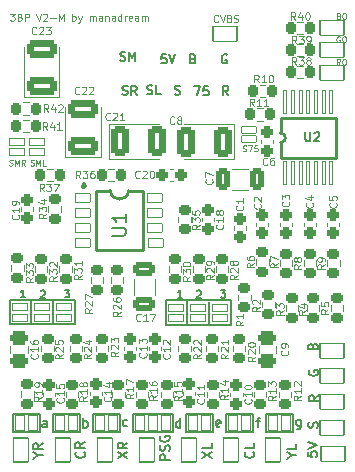
<source format=gto>
G04 #@! TF.GenerationSoftware,KiCad,Pcbnew,9.0.1*
G04 #@! TF.CreationDate,2025-04-29T17:01:15-07:00*
G04 #@! TF.ProjectId,3bp v2.1,33627020-7632-42e3-912e-6b696361645f,rev?*
G04 #@! TF.SameCoordinates,Original*
G04 #@! TF.FileFunction,Legend,Top*
G04 #@! TF.FilePolarity,Positive*
%FSLAX46Y46*%
G04 Gerber Fmt 4.6, Leading zero omitted, Abs format (unit mm)*
G04 Created by KiCad (PCBNEW 9.0.1) date 2025-04-29 17:01:15*
%MOMM*%
%LPD*%
G01*
G04 APERTURE LIST*
G04 Aperture macros list*
%AMRoundRect*
0 Rectangle with rounded corners*
0 $1 Rounding radius*
0 $2 $3 $4 $5 $6 $7 $8 $9 X,Y pos of 4 corners*
0 Add a 4 corners polygon primitive as box body*
4,1,4,$2,$3,$4,$5,$6,$7,$8,$9,$2,$3,0*
0 Add four circle primitives for the rounded corners*
1,1,$1+$1,$2,$3*
1,1,$1+$1,$4,$5*
1,1,$1+$1,$6,$7*
1,1,$1+$1,$8,$9*
0 Add four rect primitives between the rounded corners*
20,1,$1+$1,$2,$3,$4,$5,0*
20,1,$1+$1,$4,$5,$6,$7,0*
20,1,$1+$1,$6,$7,$8,$9,0*
20,1,$1+$1,$8,$9,$2,$3,0*%
G04 Aperture macros list end*
%ADD10C,0.100000*%
%ADD11C,0.152000*%
%ADD12C,0.102000*%
%ADD13C,0.120000*%
%ADD14C,0.178000*%
%ADD15C,0.254000*%
%ADD16C,0.300000*%
%ADD17RoundRect,0.225500X0.225500X0.300500X-0.225500X0.300500X-0.225500X-0.300500X0.225500X-0.300500X0*%
%ADD18RoundRect,0.225500X-0.225500X-0.300500X0.225500X-0.300500X0.225500X0.300500X-0.225500X0.300500X0*%
%ADD19RoundRect,0.269030X0.976970X-0.451970X0.976970X0.451970X-0.976970X0.451970X-0.976970X-0.451970X0*%
%ADD20RoundRect,0.269030X-0.451970X-0.976970X0.451970X-0.976970X0.451970X0.976970X-0.451970X0.976970X0*%
%ADD21RoundRect,0.269030X0.451970X0.976970X-0.451970X0.976970X-0.451970X-0.976970X0.451970X-0.976970X0*%
%ADD22RoundRect,0.250500X-0.275500X0.250500X-0.275500X-0.250500X0.275500X-0.250500X0.275500X0.250500X0*%
%ADD23RoundRect,0.272174X-0.353826X-0.678826X0.353826X-0.678826X0.353826X0.678826X-0.353826X0.678826X0*%
%ADD24RoundRect,0.250500X0.250500X0.275500X-0.250500X0.275500X-0.250500X-0.275500X0.250500X-0.275500X0*%
%ADD25RoundRect,0.250500X0.275500X-0.250500X0.275500X0.250500X-0.275500X0.250500X-0.275500X-0.250500X0*%
%ADD26RoundRect,0.225500X0.300500X-0.225500X0.300500X0.225500X-0.300500X0.225500X-0.300500X-0.225500X0*%
%ADD27RoundRect,0.225500X-0.300500X0.225500X-0.300500X-0.225500X0.300500X-0.225500X0.300500X0.225500X0*%
%ADD28RoundRect,0.272174X-0.678826X0.353826X-0.678826X-0.353826X0.678826X-0.353826X0.678826X0.353826X0*%
%ADD29RoundRect,0.275500X-0.500500X0.275500X-0.500500X-0.275500X0.500500X-0.275500X0.500500X0.275500X0*%
%ADD30RoundRect,0.051000X0.635000X-0.317500X0.635000X0.317500X-0.635000X0.317500X-0.635000X-0.317500X0*%
%ADD31RoundRect,0.051000X0.627000X0.270000X-0.627000X0.270000X-0.627000X-0.270000X0.627000X-0.270000X0*%
%ADD32RoundRect,0.051000X1.016000X-0.635000X1.016000X0.635000X-1.016000X0.635000X-1.016000X-0.635000X0*%
%ADD33C,1.626000*%
%ADD34C,3.150000*%
%ADD35RoundRect,0.051000X0.400000X-0.635000X0.400000X0.635000X-0.400000X0.635000X-0.400000X-0.635000X0*%
%ADD36RoundRect,0.051000X-1.016000X0.635000X-1.016000X-0.635000X1.016000X-0.635000X1.016000X0.635000X0*%
%ADD37RoundRect,0.051000X-0.635000X0.360000X-0.635000X-0.360000X0.635000X-0.360000X0.635000X0.360000X0*%
%ADD38RoundRect,0.051000X-0.635000X-1.016000X0.635000X-1.016000X0.635000X1.016000X-0.635000X1.016000X0*%
%ADD39RoundRect,0.051000X0.150000X-1.000000X0.150000X1.000000X-0.150000X1.000000X-0.150000X-1.000000X0*%
G04 APERTURE END LIST*
D10*
X126461027Y-94602300D02*
X126532455Y-94626109D01*
X126532455Y-94626109D02*
X126651503Y-94626109D01*
X126651503Y-94626109D02*
X126699122Y-94602300D01*
X126699122Y-94602300D02*
X126722931Y-94578490D01*
X126722931Y-94578490D02*
X126746741Y-94530871D01*
X126746741Y-94530871D02*
X126746741Y-94483252D01*
X126746741Y-94483252D02*
X126722931Y-94435633D01*
X126722931Y-94435633D02*
X126699122Y-94411823D01*
X126699122Y-94411823D02*
X126651503Y-94388014D01*
X126651503Y-94388014D02*
X126556265Y-94364204D01*
X126556265Y-94364204D02*
X126508646Y-94340395D01*
X126508646Y-94340395D02*
X126484836Y-94316585D01*
X126484836Y-94316585D02*
X126461027Y-94268966D01*
X126461027Y-94268966D02*
X126461027Y-94221347D01*
X126461027Y-94221347D02*
X126484836Y-94173728D01*
X126484836Y-94173728D02*
X126508646Y-94149919D01*
X126508646Y-94149919D02*
X126556265Y-94126109D01*
X126556265Y-94126109D02*
X126675312Y-94126109D01*
X126675312Y-94126109D02*
X126746741Y-94149919D01*
X126961026Y-94626109D02*
X126961026Y-94126109D01*
X126961026Y-94126109D02*
X127127693Y-94483252D01*
X127127693Y-94483252D02*
X127294359Y-94126109D01*
X127294359Y-94126109D02*
X127294359Y-94626109D01*
X127770550Y-94626109D02*
X127532455Y-94626109D01*
X127532455Y-94626109D02*
X127532455Y-94126109D01*
X124661027Y-94602300D02*
X124732455Y-94626109D01*
X124732455Y-94626109D02*
X124851503Y-94626109D01*
X124851503Y-94626109D02*
X124899122Y-94602300D01*
X124899122Y-94602300D02*
X124922931Y-94578490D01*
X124922931Y-94578490D02*
X124946741Y-94530871D01*
X124946741Y-94530871D02*
X124946741Y-94483252D01*
X124946741Y-94483252D02*
X124922931Y-94435633D01*
X124922931Y-94435633D02*
X124899122Y-94411823D01*
X124899122Y-94411823D02*
X124851503Y-94388014D01*
X124851503Y-94388014D02*
X124756265Y-94364204D01*
X124756265Y-94364204D02*
X124708646Y-94340395D01*
X124708646Y-94340395D02*
X124684836Y-94316585D01*
X124684836Y-94316585D02*
X124661027Y-94268966D01*
X124661027Y-94268966D02*
X124661027Y-94221347D01*
X124661027Y-94221347D02*
X124684836Y-94173728D01*
X124684836Y-94173728D02*
X124708646Y-94149919D01*
X124708646Y-94149919D02*
X124756265Y-94126109D01*
X124756265Y-94126109D02*
X124875312Y-94126109D01*
X124875312Y-94126109D02*
X124946741Y-94149919D01*
X125161026Y-94626109D02*
X125161026Y-94126109D01*
X125161026Y-94126109D02*
X125327693Y-94483252D01*
X125327693Y-94483252D02*
X125494359Y-94126109D01*
X125494359Y-94126109D02*
X125494359Y-94626109D01*
X126018169Y-94626109D02*
X125851503Y-94388014D01*
X125732455Y-94626109D02*
X125732455Y-94126109D01*
X125732455Y-94126109D02*
X125922931Y-94126109D01*
X125922931Y-94126109D02*
X125970550Y-94149919D01*
X125970550Y-94149919D02*
X125994360Y-94173728D01*
X125994360Y-94173728D02*
X126018169Y-94221347D01*
X126018169Y-94221347D02*
X126018169Y-94292776D01*
X126018169Y-94292776D02*
X125994360Y-94340395D01*
X125994360Y-94340395D02*
X125970550Y-94364204D01*
X125970550Y-94364204D02*
X125922931Y-94388014D01*
X125922931Y-94388014D02*
X125732455Y-94388014D01*
X144461027Y-93402300D02*
X144532455Y-93426109D01*
X144532455Y-93426109D02*
X144651503Y-93426109D01*
X144651503Y-93426109D02*
X144699122Y-93402300D01*
X144699122Y-93402300D02*
X144722931Y-93378490D01*
X144722931Y-93378490D02*
X144746741Y-93330871D01*
X144746741Y-93330871D02*
X144746741Y-93283252D01*
X144746741Y-93283252D02*
X144722931Y-93235633D01*
X144722931Y-93235633D02*
X144699122Y-93211823D01*
X144699122Y-93211823D02*
X144651503Y-93188014D01*
X144651503Y-93188014D02*
X144556265Y-93164204D01*
X144556265Y-93164204D02*
X144508646Y-93140395D01*
X144508646Y-93140395D02*
X144484836Y-93116585D01*
X144484836Y-93116585D02*
X144461027Y-93068966D01*
X144461027Y-93068966D02*
X144461027Y-93021347D01*
X144461027Y-93021347D02*
X144484836Y-92973728D01*
X144484836Y-92973728D02*
X144508646Y-92949919D01*
X144508646Y-92949919D02*
X144556265Y-92926109D01*
X144556265Y-92926109D02*
X144675312Y-92926109D01*
X144675312Y-92926109D02*
X144746741Y-92949919D01*
X144913407Y-92926109D02*
X145246740Y-92926109D01*
X145246740Y-92926109D02*
X145032455Y-93426109D01*
X145675311Y-92926109D02*
X145437216Y-92926109D01*
X145437216Y-92926109D02*
X145413407Y-93164204D01*
X145413407Y-93164204D02*
X145437216Y-93140395D01*
X145437216Y-93140395D02*
X145484835Y-93116585D01*
X145484835Y-93116585D02*
X145603883Y-93116585D01*
X145603883Y-93116585D02*
X145651502Y-93140395D01*
X145651502Y-93140395D02*
X145675311Y-93164204D01*
X145675311Y-93164204D02*
X145699121Y-93211823D01*
X145699121Y-93211823D02*
X145699121Y-93330871D01*
X145699121Y-93330871D02*
X145675311Y-93378490D01*
X145675311Y-93378490D02*
X145651502Y-93402300D01*
X145651502Y-93402300D02*
X145603883Y-93426109D01*
X145603883Y-93426109D02*
X145484835Y-93426109D01*
X145484835Y-93426109D02*
X145437216Y-93402300D01*
X145437216Y-93402300D02*
X145413407Y-93378490D01*
D11*
X134045142Y-85708326D02*
X134154000Y-85744611D01*
X134154000Y-85744611D02*
X134335428Y-85744611D01*
X134335428Y-85744611D02*
X134408000Y-85708326D01*
X134408000Y-85708326D02*
X134444285Y-85672040D01*
X134444285Y-85672040D02*
X134480571Y-85599468D01*
X134480571Y-85599468D02*
X134480571Y-85526897D01*
X134480571Y-85526897D02*
X134444285Y-85454326D01*
X134444285Y-85454326D02*
X134408000Y-85418040D01*
X134408000Y-85418040D02*
X134335428Y-85381754D01*
X134335428Y-85381754D02*
X134190285Y-85345468D01*
X134190285Y-85345468D02*
X134117714Y-85309183D01*
X134117714Y-85309183D02*
X134081428Y-85272897D01*
X134081428Y-85272897D02*
X134045142Y-85200326D01*
X134045142Y-85200326D02*
X134045142Y-85127754D01*
X134045142Y-85127754D02*
X134081428Y-85055183D01*
X134081428Y-85055183D02*
X134117714Y-85018897D01*
X134117714Y-85018897D02*
X134190285Y-84982611D01*
X134190285Y-84982611D02*
X134371714Y-84982611D01*
X134371714Y-84982611D02*
X134480571Y-85018897D01*
X134807142Y-85744611D02*
X134807142Y-84982611D01*
X134807142Y-84982611D02*
X135061142Y-85526897D01*
X135061142Y-85526897D02*
X135315142Y-84982611D01*
X135315142Y-84982611D02*
X135315142Y-85744611D01*
D10*
X124751503Y-81772371D02*
X125122931Y-81772371D01*
X125122931Y-81772371D02*
X124922931Y-82000942D01*
X124922931Y-82000942D02*
X125008646Y-82000942D01*
X125008646Y-82000942D02*
X125065789Y-82029514D01*
X125065789Y-82029514D02*
X125094360Y-82058085D01*
X125094360Y-82058085D02*
X125122931Y-82115228D01*
X125122931Y-82115228D02*
X125122931Y-82258085D01*
X125122931Y-82258085D02*
X125094360Y-82315228D01*
X125094360Y-82315228D02*
X125065789Y-82343800D01*
X125065789Y-82343800D02*
X125008646Y-82372371D01*
X125008646Y-82372371D02*
X124837217Y-82372371D01*
X124837217Y-82372371D02*
X124780074Y-82343800D01*
X124780074Y-82343800D02*
X124751503Y-82315228D01*
X125580075Y-82058085D02*
X125665789Y-82086657D01*
X125665789Y-82086657D02*
X125694360Y-82115228D01*
X125694360Y-82115228D02*
X125722932Y-82172371D01*
X125722932Y-82172371D02*
X125722932Y-82258085D01*
X125722932Y-82258085D02*
X125694360Y-82315228D01*
X125694360Y-82315228D02*
X125665789Y-82343800D01*
X125665789Y-82343800D02*
X125608646Y-82372371D01*
X125608646Y-82372371D02*
X125380075Y-82372371D01*
X125380075Y-82372371D02*
X125380075Y-81772371D01*
X125380075Y-81772371D02*
X125580075Y-81772371D01*
X125580075Y-81772371D02*
X125637218Y-81800942D01*
X125637218Y-81800942D02*
X125665789Y-81829514D01*
X125665789Y-81829514D02*
X125694360Y-81886657D01*
X125694360Y-81886657D02*
X125694360Y-81943800D01*
X125694360Y-81943800D02*
X125665789Y-82000942D01*
X125665789Y-82000942D02*
X125637218Y-82029514D01*
X125637218Y-82029514D02*
X125580075Y-82058085D01*
X125580075Y-82058085D02*
X125380075Y-82058085D01*
X125980075Y-82372371D02*
X125980075Y-81772371D01*
X125980075Y-81772371D02*
X126208646Y-81772371D01*
X126208646Y-81772371D02*
X126265789Y-81800942D01*
X126265789Y-81800942D02*
X126294360Y-81829514D01*
X126294360Y-81829514D02*
X126322932Y-81886657D01*
X126322932Y-81886657D02*
X126322932Y-81972371D01*
X126322932Y-81972371D02*
X126294360Y-82029514D01*
X126294360Y-82029514D02*
X126265789Y-82058085D01*
X126265789Y-82058085D02*
X126208646Y-82086657D01*
X126208646Y-82086657D02*
X125980075Y-82086657D01*
X126951503Y-81772371D02*
X127151503Y-82372371D01*
X127151503Y-82372371D02*
X127351503Y-81772371D01*
X127522932Y-81829514D02*
X127551504Y-81800942D01*
X127551504Y-81800942D02*
X127608647Y-81772371D01*
X127608647Y-81772371D02*
X127751504Y-81772371D01*
X127751504Y-81772371D02*
X127808647Y-81800942D01*
X127808647Y-81800942D02*
X127837218Y-81829514D01*
X127837218Y-81829514D02*
X127865789Y-81886657D01*
X127865789Y-81886657D02*
X127865789Y-81943800D01*
X127865789Y-81943800D02*
X127837218Y-82029514D01*
X127837218Y-82029514D02*
X127494361Y-82372371D01*
X127494361Y-82372371D02*
X127865789Y-82372371D01*
X128122933Y-82143800D02*
X128580076Y-82143800D01*
X128865790Y-82372371D02*
X128865790Y-81772371D01*
X128865790Y-81772371D02*
X129065790Y-82200942D01*
X129065790Y-82200942D02*
X129265790Y-81772371D01*
X129265790Y-81772371D02*
X129265790Y-82372371D01*
X130008647Y-82372371D02*
X130008647Y-81772371D01*
X130008647Y-82000942D02*
X130065790Y-81972371D01*
X130065790Y-81972371D02*
X130180075Y-81972371D01*
X130180075Y-81972371D02*
X130237218Y-82000942D01*
X130237218Y-82000942D02*
X130265790Y-82029514D01*
X130265790Y-82029514D02*
X130294361Y-82086657D01*
X130294361Y-82086657D02*
X130294361Y-82258085D01*
X130294361Y-82258085D02*
X130265790Y-82315228D01*
X130265790Y-82315228D02*
X130237218Y-82343800D01*
X130237218Y-82343800D02*
X130180075Y-82372371D01*
X130180075Y-82372371D02*
X130065790Y-82372371D01*
X130065790Y-82372371D02*
X130008647Y-82343800D01*
X130494361Y-81972371D02*
X130637218Y-82372371D01*
X130780075Y-81972371D02*
X130637218Y-82372371D01*
X130637218Y-82372371D02*
X130580075Y-82515228D01*
X130580075Y-82515228D02*
X130551504Y-82543800D01*
X130551504Y-82543800D02*
X130494361Y-82572371D01*
X131465790Y-82372371D02*
X131465790Y-81972371D01*
X131465790Y-82029514D02*
X131494361Y-82000942D01*
X131494361Y-82000942D02*
X131551504Y-81972371D01*
X131551504Y-81972371D02*
X131637218Y-81972371D01*
X131637218Y-81972371D02*
X131694361Y-82000942D01*
X131694361Y-82000942D02*
X131722933Y-82058085D01*
X131722933Y-82058085D02*
X131722933Y-82372371D01*
X131722933Y-82058085D02*
X131751504Y-82000942D01*
X131751504Y-82000942D02*
X131808647Y-81972371D01*
X131808647Y-81972371D02*
X131894361Y-81972371D01*
X131894361Y-81972371D02*
X131951504Y-82000942D01*
X131951504Y-82000942D02*
X131980075Y-82058085D01*
X131980075Y-82058085D02*
X131980075Y-82372371D01*
X132522933Y-82372371D02*
X132522933Y-82058085D01*
X132522933Y-82058085D02*
X132494361Y-82000942D01*
X132494361Y-82000942D02*
X132437218Y-81972371D01*
X132437218Y-81972371D02*
X132322933Y-81972371D01*
X132322933Y-81972371D02*
X132265790Y-82000942D01*
X132522933Y-82343800D02*
X132465790Y-82372371D01*
X132465790Y-82372371D02*
X132322933Y-82372371D01*
X132322933Y-82372371D02*
X132265790Y-82343800D01*
X132265790Y-82343800D02*
X132237218Y-82286657D01*
X132237218Y-82286657D02*
X132237218Y-82229514D01*
X132237218Y-82229514D02*
X132265790Y-82172371D01*
X132265790Y-82172371D02*
X132322933Y-82143800D01*
X132322933Y-82143800D02*
X132465790Y-82143800D01*
X132465790Y-82143800D02*
X132522933Y-82115228D01*
X132808647Y-81972371D02*
X132808647Y-82372371D01*
X132808647Y-82029514D02*
X132837218Y-82000942D01*
X132837218Y-82000942D02*
X132894361Y-81972371D01*
X132894361Y-81972371D02*
X132980075Y-81972371D01*
X132980075Y-81972371D02*
X133037218Y-82000942D01*
X133037218Y-82000942D02*
X133065790Y-82058085D01*
X133065790Y-82058085D02*
X133065790Y-82372371D01*
X133608647Y-82372371D02*
X133608647Y-82058085D01*
X133608647Y-82058085D02*
X133580075Y-82000942D01*
X133580075Y-82000942D02*
X133522932Y-81972371D01*
X133522932Y-81972371D02*
X133408647Y-81972371D01*
X133408647Y-81972371D02*
X133351504Y-82000942D01*
X133608647Y-82343800D02*
X133551504Y-82372371D01*
X133551504Y-82372371D02*
X133408647Y-82372371D01*
X133408647Y-82372371D02*
X133351504Y-82343800D01*
X133351504Y-82343800D02*
X133322932Y-82286657D01*
X133322932Y-82286657D02*
X133322932Y-82229514D01*
X133322932Y-82229514D02*
X133351504Y-82172371D01*
X133351504Y-82172371D02*
X133408647Y-82143800D01*
X133408647Y-82143800D02*
X133551504Y-82143800D01*
X133551504Y-82143800D02*
X133608647Y-82115228D01*
X134151504Y-82372371D02*
X134151504Y-81772371D01*
X134151504Y-82343800D02*
X134094361Y-82372371D01*
X134094361Y-82372371D02*
X133980075Y-82372371D01*
X133980075Y-82372371D02*
X133922932Y-82343800D01*
X133922932Y-82343800D02*
X133894361Y-82315228D01*
X133894361Y-82315228D02*
X133865789Y-82258085D01*
X133865789Y-82258085D02*
X133865789Y-82086657D01*
X133865789Y-82086657D02*
X133894361Y-82029514D01*
X133894361Y-82029514D02*
X133922932Y-82000942D01*
X133922932Y-82000942D02*
X133980075Y-81972371D01*
X133980075Y-81972371D02*
X134094361Y-81972371D01*
X134094361Y-81972371D02*
X134151504Y-82000942D01*
X134437218Y-82372371D02*
X134437218Y-81972371D01*
X134437218Y-82086657D02*
X134465789Y-82029514D01*
X134465789Y-82029514D02*
X134494361Y-82000942D01*
X134494361Y-82000942D02*
X134551503Y-81972371D01*
X134551503Y-81972371D02*
X134608646Y-81972371D01*
X135037218Y-82343800D02*
X134980075Y-82372371D01*
X134980075Y-82372371D02*
X134865790Y-82372371D01*
X134865790Y-82372371D02*
X134808647Y-82343800D01*
X134808647Y-82343800D02*
X134780075Y-82286657D01*
X134780075Y-82286657D02*
X134780075Y-82058085D01*
X134780075Y-82058085D02*
X134808647Y-82000942D01*
X134808647Y-82000942D02*
X134865790Y-81972371D01*
X134865790Y-81972371D02*
X134980075Y-81972371D01*
X134980075Y-81972371D02*
X135037218Y-82000942D01*
X135037218Y-82000942D02*
X135065790Y-82058085D01*
X135065790Y-82058085D02*
X135065790Y-82115228D01*
X135065790Y-82115228D02*
X134780075Y-82172371D01*
X135580076Y-82372371D02*
X135580076Y-82058085D01*
X135580076Y-82058085D02*
X135551504Y-82000942D01*
X135551504Y-82000942D02*
X135494361Y-81972371D01*
X135494361Y-81972371D02*
X135380076Y-81972371D01*
X135380076Y-81972371D02*
X135322933Y-82000942D01*
X135580076Y-82343800D02*
X135522933Y-82372371D01*
X135522933Y-82372371D02*
X135380076Y-82372371D01*
X135380076Y-82372371D02*
X135322933Y-82343800D01*
X135322933Y-82343800D02*
X135294361Y-82286657D01*
X135294361Y-82286657D02*
X135294361Y-82229514D01*
X135294361Y-82229514D02*
X135322933Y-82172371D01*
X135322933Y-82172371D02*
X135380076Y-82143800D01*
X135380076Y-82143800D02*
X135522933Y-82143800D01*
X135522933Y-82143800D02*
X135580076Y-82115228D01*
X135865790Y-82372371D02*
X135865790Y-81972371D01*
X135865790Y-82029514D02*
X135894361Y-82000942D01*
X135894361Y-82000942D02*
X135951504Y-81972371D01*
X135951504Y-81972371D02*
X136037218Y-81972371D01*
X136037218Y-81972371D02*
X136094361Y-82000942D01*
X136094361Y-82000942D02*
X136122933Y-82058085D01*
X136122933Y-82058085D02*
X136122933Y-82372371D01*
X136122933Y-82058085D02*
X136151504Y-82000942D01*
X136151504Y-82000942D02*
X136208647Y-81972371D01*
X136208647Y-81972371D02*
X136294361Y-81972371D01*
X136294361Y-81972371D02*
X136351504Y-82000942D01*
X136351504Y-82000942D02*
X136380075Y-82058085D01*
X136380075Y-82058085D02*
X136380075Y-82372371D01*
X152670550Y-86076109D02*
X152503884Y-85838014D01*
X152384836Y-86076109D02*
X152384836Y-85576109D01*
X152384836Y-85576109D02*
X152575312Y-85576109D01*
X152575312Y-85576109D02*
X152622931Y-85599919D01*
X152622931Y-85599919D02*
X152646741Y-85623728D01*
X152646741Y-85623728D02*
X152670550Y-85671347D01*
X152670550Y-85671347D02*
X152670550Y-85742776D01*
X152670550Y-85742776D02*
X152646741Y-85790395D01*
X152646741Y-85790395D02*
X152622931Y-85814204D01*
X152622931Y-85814204D02*
X152575312Y-85838014D01*
X152575312Y-85838014D02*
X152384836Y-85838014D01*
X152980074Y-85576109D02*
X153075312Y-85576109D01*
X153075312Y-85576109D02*
X153122931Y-85599919D01*
X153122931Y-85599919D02*
X153170550Y-85647538D01*
X153170550Y-85647538D02*
X153194360Y-85742776D01*
X153194360Y-85742776D02*
X153194360Y-85909442D01*
X153194360Y-85909442D02*
X153170550Y-86004680D01*
X153170550Y-86004680D02*
X153122931Y-86052300D01*
X153122931Y-86052300D02*
X153075312Y-86076109D01*
X153075312Y-86076109D02*
X152980074Y-86076109D01*
X152980074Y-86076109D02*
X152932455Y-86052300D01*
X152932455Y-86052300D02*
X152884836Y-86004680D01*
X152884836Y-86004680D02*
X152861027Y-85909442D01*
X152861027Y-85909442D02*
X152861027Y-85742776D01*
X152861027Y-85742776D02*
X152884836Y-85647538D01*
X152884836Y-85647538D02*
X152932455Y-85599919D01*
X152932455Y-85599919D02*
X152980074Y-85576109D01*
X152551503Y-81964204D02*
X152622931Y-81988014D01*
X152622931Y-81988014D02*
X152646741Y-82011823D01*
X152646741Y-82011823D02*
X152670550Y-82059442D01*
X152670550Y-82059442D02*
X152670550Y-82130871D01*
X152670550Y-82130871D02*
X152646741Y-82178490D01*
X152646741Y-82178490D02*
X152622931Y-82202300D01*
X152622931Y-82202300D02*
X152575312Y-82226109D01*
X152575312Y-82226109D02*
X152384836Y-82226109D01*
X152384836Y-82226109D02*
X152384836Y-81726109D01*
X152384836Y-81726109D02*
X152551503Y-81726109D01*
X152551503Y-81726109D02*
X152599122Y-81749919D01*
X152599122Y-81749919D02*
X152622931Y-81773728D01*
X152622931Y-81773728D02*
X152646741Y-81821347D01*
X152646741Y-81821347D02*
X152646741Y-81868966D01*
X152646741Y-81868966D02*
X152622931Y-81916585D01*
X152622931Y-81916585D02*
X152599122Y-81940395D01*
X152599122Y-81940395D02*
X152551503Y-81964204D01*
X152551503Y-81964204D02*
X152384836Y-81964204D01*
X152980074Y-81726109D02*
X153075312Y-81726109D01*
X153075312Y-81726109D02*
X153122931Y-81749919D01*
X153122931Y-81749919D02*
X153170550Y-81797538D01*
X153170550Y-81797538D02*
X153194360Y-81892776D01*
X153194360Y-81892776D02*
X153194360Y-82059442D01*
X153194360Y-82059442D02*
X153170550Y-82154680D01*
X153170550Y-82154680D02*
X153122931Y-82202300D01*
X153122931Y-82202300D02*
X153075312Y-82226109D01*
X153075312Y-82226109D02*
X152980074Y-82226109D01*
X152980074Y-82226109D02*
X152932455Y-82202300D01*
X152932455Y-82202300D02*
X152884836Y-82154680D01*
X152884836Y-82154680D02*
X152861027Y-82059442D01*
X152861027Y-82059442D02*
X152861027Y-81892776D01*
X152861027Y-81892776D02*
X152884836Y-81797538D01*
X152884836Y-81797538D02*
X152932455Y-81749919D01*
X152932455Y-81749919D02*
X152980074Y-81726109D01*
X152646741Y-83699919D02*
X152599122Y-83676109D01*
X152599122Y-83676109D02*
X152527693Y-83676109D01*
X152527693Y-83676109D02*
X152456265Y-83699919D01*
X152456265Y-83699919D02*
X152408646Y-83747538D01*
X152408646Y-83747538D02*
X152384836Y-83795157D01*
X152384836Y-83795157D02*
X152361027Y-83890395D01*
X152361027Y-83890395D02*
X152361027Y-83961823D01*
X152361027Y-83961823D02*
X152384836Y-84057061D01*
X152384836Y-84057061D02*
X152408646Y-84104680D01*
X152408646Y-84104680D02*
X152456265Y-84152300D01*
X152456265Y-84152300D02*
X152527693Y-84176109D01*
X152527693Y-84176109D02*
X152575312Y-84176109D01*
X152575312Y-84176109D02*
X152646741Y-84152300D01*
X152646741Y-84152300D02*
X152670550Y-84128490D01*
X152670550Y-84128490D02*
X152670550Y-83961823D01*
X152670550Y-83961823D02*
X152575312Y-83961823D01*
X152980074Y-83676109D02*
X153075312Y-83676109D01*
X153075312Y-83676109D02*
X153122931Y-83699919D01*
X153122931Y-83699919D02*
X153170550Y-83747538D01*
X153170550Y-83747538D02*
X153194360Y-83842776D01*
X153194360Y-83842776D02*
X153194360Y-84009442D01*
X153194360Y-84009442D02*
X153170550Y-84104680D01*
X153170550Y-84104680D02*
X153122931Y-84152300D01*
X153122931Y-84152300D02*
X153075312Y-84176109D01*
X153075312Y-84176109D02*
X152980074Y-84176109D01*
X152980074Y-84176109D02*
X152932455Y-84152300D01*
X152932455Y-84152300D02*
X152884836Y-84104680D01*
X152884836Y-84104680D02*
X152861027Y-84009442D01*
X152861027Y-84009442D02*
X152861027Y-83842776D01*
X152861027Y-83842776D02*
X152884836Y-83747538D01*
X152884836Y-83747538D02*
X152932455Y-83699919D01*
X152932455Y-83699919D02*
X152980074Y-83676109D01*
X142351503Y-82415228D02*
X142322931Y-82443800D01*
X142322931Y-82443800D02*
X142237217Y-82472371D01*
X142237217Y-82472371D02*
X142180074Y-82472371D01*
X142180074Y-82472371D02*
X142094360Y-82443800D01*
X142094360Y-82443800D02*
X142037217Y-82386657D01*
X142037217Y-82386657D02*
X142008646Y-82329514D01*
X142008646Y-82329514D02*
X141980074Y-82215228D01*
X141980074Y-82215228D02*
X141980074Y-82129514D01*
X141980074Y-82129514D02*
X142008646Y-82015228D01*
X142008646Y-82015228D02*
X142037217Y-81958085D01*
X142037217Y-81958085D02*
X142094360Y-81900942D01*
X142094360Y-81900942D02*
X142180074Y-81872371D01*
X142180074Y-81872371D02*
X142237217Y-81872371D01*
X142237217Y-81872371D02*
X142322931Y-81900942D01*
X142322931Y-81900942D02*
X142351503Y-81929514D01*
X142522931Y-81872371D02*
X142722931Y-82472371D01*
X142722931Y-82472371D02*
X142922931Y-81872371D01*
X143322932Y-82158085D02*
X143408646Y-82186657D01*
X143408646Y-82186657D02*
X143437217Y-82215228D01*
X143437217Y-82215228D02*
X143465789Y-82272371D01*
X143465789Y-82272371D02*
X143465789Y-82358085D01*
X143465789Y-82358085D02*
X143437217Y-82415228D01*
X143437217Y-82415228D02*
X143408646Y-82443800D01*
X143408646Y-82443800D02*
X143351503Y-82472371D01*
X143351503Y-82472371D02*
X143122932Y-82472371D01*
X143122932Y-82472371D02*
X143122932Y-81872371D01*
X143122932Y-81872371D02*
X143322932Y-81872371D01*
X143322932Y-81872371D02*
X143380075Y-81900942D01*
X143380075Y-81900942D02*
X143408646Y-81929514D01*
X143408646Y-81929514D02*
X143437217Y-81986657D01*
X143437217Y-81986657D02*
X143437217Y-82043800D01*
X143437217Y-82043800D02*
X143408646Y-82100942D01*
X143408646Y-82100942D02*
X143380075Y-82129514D01*
X143380075Y-82129514D02*
X143322932Y-82158085D01*
X143322932Y-82158085D02*
X143122932Y-82158085D01*
X143694360Y-82443800D02*
X143780075Y-82472371D01*
X143780075Y-82472371D02*
X143922932Y-82472371D01*
X143922932Y-82472371D02*
X143980075Y-82443800D01*
X143980075Y-82443800D02*
X144008646Y-82415228D01*
X144008646Y-82415228D02*
X144037217Y-82358085D01*
X144037217Y-82358085D02*
X144037217Y-82300942D01*
X144037217Y-82300942D02*
X144008646Y-82243800D01*
X144008646Y-82243800D02*
X143980075Y-82215228D01*
X143980075Y-82215228D02*
X143922932Y-82186657D01*
X143922932Y-82186657D02*
X143808646Y-82158085D01*
X143808646Y-82158085D02*
X143751503Y-82129514D01*
X143751503Y-82129514D02*
X143722932Y-82100942D01*
X143722932Y-82100942D02*
X143694360Y-82043800D01*
X143694360Y-82043800D02*
X143694360Y-81986657D01*
X143694360Y-81986657D02*
X143722932Y-81929514D01*
X143722932Y-81929514D02*
X143751503Y-81900942D01*
X143751503Y-81900942D02*
X143808646Y-81872371D01*
X143808646Y-81872371D02*
X143951503Y-81872371D01*
X143951503Y-81872371D02*
X144037217Y-81900942D01*
D11*
X140536952Y-105248335D02*
X140567190Y-105218097D01*
X140567190Y-105218097D02*
X140627666Y-105187859D01*
X140627666Y-105187859D02*
X140778857Y-105187859D01*
X140778857Y-105187859D02*
X140839333Y-105218097D01*
X140839333Y-105218097D02*
X140869571Y-105248335D01*
X140869571Y-105248335D02*
X140899809Y-105308811D01*
X140899809Y-105308811D02*
X140899809Y-105369287D01*
X140899809Y-105369287D02*
X140869571Y-105460001D01*
X140869571Y-105460001D02*
X140506714Y-105822859D01*
X140506714Y-105822859D02*
X140899809Y-105822859D01*
X127336952Y-105248335D02*
X127367190Y-105218097D01*
X127367190Y-105218097D02*
X127427666Y-105187859D01*
X127427666Y-105187859D02*
X127578857Y-105187859D01*
X127578857Y-105187859D02*
X127639333Y-105218097D01*
X127639333Y-105218097D02*
X127669571Y-105248335D01*
X127669571Y-105248335D02*
X127699809Y-105308811D01*
X127699809Y-105308811D02*
X127699809Y-105369287D01*
X127699809Y-105369287D02*
X127669571Y-105460001D01*
X127669571Y-105460001D02*
X127306714Y-105822859D01*
X127306714Y-105822859D02*
X127699809Y-105822859D01*
X150845205Y-114084857D02*
X150458062Y-114355857D01*
X150845205Y-114549428D02*
X150032205Y-114549428D01*
X150032205Y-114549428D02*
X150032205Y-114239714D01*
X150032205Y-114239714D02*
X150070919Y-114162285D01*
X150070919Y-114162285D02*
X150109633Y-114123571D01*
X150109633Y-114123571D02*
X150187062Y-114084857D01*
X150187062Y-114084857D02*
X150303205Y-114084857D01*
X150303205Y-114084857D02*
X150380633Y-114123571D01*
X150380633Y-114123571D02*
X150419348Y-114162285D01*
X150419348Y-114162285D02*
X150458062Y-114239714D01*
X150458062Y-114239714D02*
X150458062Y-114549428D01*
X148592062Y-119164571D02*
X148979205Y-119164571D01*
X148166205Y-119435571D02*
X148592062Y-119164571D01*
X148592062Y-119164571D02*
X148166205Y-118893571D01*
X148979205Y-118235428D02*
X148979205Y-118622571D01*
X148979205Y-118622571D02*
X148166205Y-118622571D01*
X138234205Y-119543428D02*
X137421205Y-119543428D01*
X137421205Y-119543428D02*
X137421205Y-119233714D01*
X137421205Y-119233714D02*
X137459919Y-119156285D01*
X137459919Y-119156285D02*
X137498633Y-119117571D01*
X137498633Y-119117571D02*
X137576062Y-119078857D01*
X137576062Y-119078857D02*
X137692205Y-119078857D01*
X137692205Y-119078857D02*
X137769633Y-119117571D01*
X137769633Y-119117571D02*
X137808348Y-119156285D01*
X137808348Y-119156285D02*
X137847062Y-119233714D01*
X137847062Y-119233714D02*
X137847062Y-119543428D01*
X138195491Y-118769142D02*
X138234205Y-118653000D01*
X138234205Y-118653000D02*
X138234205Y-118459428D01*
X138234205Y-118459428D02*
X138195491Y-118382000D01*
X138195491Y-118382000D02*
X138156776Y-118343285D01*
X138156776Y-118343285D02*
X138079348Y-118304571D01*
X138079348Y-118304571D02*
X138001919Y-118304571D01*
X138001919Y-118304571D02*
X137924491Y-118343285D01*
X137924491Y-118343285D02*
X137885776Y-118382000D01*
X137885776Y-118382000D02*
X137847062Y-118459428D01*
X137847062Y-118459428D02*
X137808348Y-118614285D01*
X137808348Y-118614285D02*
X137769633Y-118691714D01*
X137769633Y-118691714D02*
X137730919Y-118730428D01*
X137730919Y-118730428D02*
X137653491Y-118769142D01*
X137653491Y-118769142D02*
X137576062Y-118769142D01*
X137576062Y-118769142D02*
X137498633Y-118730428D01*
X137498633Y-118730428D02*
X137459919Y-118691714D01*
X137459919Y-118691714D02*
X137421205Y-118614285D01*
X137421205Y-118614285D02*
X137421205Y-118420714D01*
X137421205Y-118420714D02*
X137459919Y-118304571D01*
X137459919Y-117530285D02*
X137421205Y-117607714D01*
X137421205Y-117607714D02*
X137421205Y-117723856D01*
X137421205Y-117723856D02*
X137459919Y-117839999D01*
X137459919Y-117839999D02*
X137537348Y-117917428D01*
X137537348Y-117917428D02*
X137614776Y-117956142D01*
X137614776Y-117956142D02*
X137769633Y-117994856D01*
X137769633Y-117994856D02*
X137885776Y-117994856D01*
X137885776Y-117994856D02*
X138040633Y-117956142D01*
X138040633Y-117956142D02*
X138118062Y-117917428D01*
X138118062Y-117917428D02*
X138195491Y-117839999D01*
X138195491Y-117839999D02*
X138234205Y-117723856D01*
X138234205Y-117723856D02*
X138234205Y-117646428D01*
X138234205Y-117646428D02*
X138195491Y-117530285D01*
X138195491Y-117530285D02*
X138156776Y-117491571D01*
X138156776Y-117491571D02*
X137885776Y-117491571D01*
X137885776Y-117491571D02*
X137885776Y-117646428D01*
X143218857Y-88657611D02*
X142964857Y-88294754D01*
X142783428Y-88657611D02*
X142783428Y-87895611D01*
X142783428Y-87895611D02*
X143073714Y-87895611D01*
X143073714Y-87895611D02*
X143146285Y-87931897D01*
X143146285Y-87931897D02*
X143182571Y-87968183D01*
X143182571Y-87968183D02*
X143218857Y-88040754D01*
X143218857Y-88040754D02*
X143218857Y-88149611D01*
X143218857Y-88149611D02*
X143182571Y-88222183D01*
X143182571Y-88222183D02*
X143146285Y-88258468D01*
X143146285Y-88258468D02*
X143073714Y-88294754D01*
X143073714Y-88294754D02*
X142783428Y-88294754D01*
X130993776Y-118854857D02*
X131032491Y-118893571D01*
X131032491Y-118893571D02*
X131071205Y-119009714D01*
X131071205Y-119009714D02*
X131071205Y-119087142D01*
X131071205Y-119087142D02*
X131032491Y-119203285D01*
X131032491Y-119203285D02*
X130955062Y-119280714D01*
X130955062Y-119280714D02*
X130877633Y-119319428D01*
X130877633Y-119319428D02*
X130722776Y-119358142D01*
X130722776Y-119358142D02*
X130606633Y-119358142D01*
X130606633Y-119358142D02*
X130451776Y-119319428D01*
X130451776Y-119319428D02*
X130374348Y-119280714D01*
X130374348Y-119280714D02*
X130296919Y-119203285D01*
X130296919Y-119203285D02*
X130258205Y-119087142D01*
X130258205Y-119087142D02*
X130258205Y-119009714D01*
X130258205Y-119009714D02*
X130296919Y-118893571D01*
X130296919Y-118893571D02*
X130335633Y-118854857D01*
X131071205Y-118041857D02*
X130684062Y-118312857D01*
X131071205Y-118506428D02*
X130258205Y-118506428D01*
X130258205Y-118506428D02*
X130258205Y-118196714D01*
X130258205Y-118196714D02*
X130296919Y-118119285D01*
X130296919Y-118119285D02*
X130335633Y-118080571D01*
X130335633Y-118080571D02*
X130413062Y-118041857D01*
X130413062Y-118041857D02*
X130529205Y-118041857D01*
X130529205Y-118041857D02*
X130606633Y-118080571D01*
X130606633Y-118080571D02*
X130645348Y-118119285D01*
X130645348Y-118119285D02*
X130684062Y-118196714D01*
X130684062Y-118196714D02*
X130684062Y-118506428D01*
X134238142Y-88608326D02*
X134347000Y-88644611D01*
X134347000Y-88644611D02*
X134528428Y-88644611D01*
X134528428Y-88644611D02*
X134601000Y-88608326D01*
X134601000Y-88608326D02*
X134637285Y-88572040D01*
X134637285Y-88572040D02*
X134673571Y-88499468D01*
X134673571Y-88499468D02*
X134673571Y-88426897D01*
X134673571Y-88426897D02*
X134637285Y-88354326D01*
X134637285Y-88354326D02*
X134601000Y-88318040D01*
X134601000Y-88318040D02*
X134528428Y-88281754D01*
X134528428Y-88281754D02*
X134383285Y-88245468D01*
X134383285Y-88245468D02*
X134310714Y-88209183D01*
X134310714Y-88209183D02*
X134274428Y-88172897D01*
X134274428Y-88172897D02*
X134238142Y-88100326D01*
X134238142Y-88100326D02*
X134238142Y-88027754D01*
X134238142Y-88027754D02*
X134274428Y-87955183D01*
X134274428Y-87955183D02*
X134310714Y-87918897D01*
X134310714Y-87918897D02*
X134383285Y-87882611D01*
X134383285Y-87882611D02*
X134564714Y-87882611D01*
X134564714Y-87882611D02*
X134673571Y-87918897D01*
X135435571Y-88644611D02*
X135181571Y-88281754D01*
X135000142Y-88644611D02*
X135000142Y-87882611D01*
X135000142Y-87882611D02*
X135290428Y-87882611D01*
X135290428Y-87882611D02*
X135362999Y-87918897D01*
X135362999Y-87918897D02*
X135399285Y-87955183D01*
X135399285Y-87955183D02*
X135435571Y-88027754D01*
X135435571Y-88027754D02*
X135435571Y-88136611D01*
X135435571Y-88136611D02*
X135399285Y-88209183D01*
X135399285Y-88209183D02*
X135362999Y-88245468D01*
X135362999Y-88245468D02*
X135290428Y-88281754D01*
X135290428Y-88281754D02*
X135000142Y-88281754D01*
X150356348Y-109922428D02*
X150395062Y-109806285D01*
X150395062Y-109806285D02*
X150433776Y-109767571D01*
X150433776Y-109767571D02*
X150511205Y-109728857D01*
X150511205Y-109728857D02*
X150627348Y-109728857D01*
X150627348Y-109728857D02*
X150704776Y-109767571D01*
X150704776Y-109767571D02*
X150743491Y-109806285D01*
X150743491Y-109806285D02*
X150782205Y-109883714D01*
X150782205Y-109883714D02*
X150782205Y-110193428D01*
X150782205Y-110193428D02*
X149969205Y-110193428D01*
X149969205Y-110193428D02*
X149969205Y-109922428D01*
X149969205Y-109922428D02*
X150007919Y-109845000D01*
X150007919Y-109845000D02*
X150046633Y-109806285D01*
X150046633Y-109806285D02*
X150124062Y-109767571D01*
X150124062Y-109767571D02*
X150201491Y-109767571D01*
X150201491Y-109767571D02*
X150278919Y-109806285D01*
X150278919Y-109806285D02*
X150317633Y-109845000D01*
X150317633Y-109845000D02*
X150356348Y-109922428D01*
X150356348Y-109922428D02*
X150356348Y-110193428D01*
X143068571Y-85251897D02*
X142996000Y-85215611D01*
X142996000Y-85215611D02*
X142887142Y-85215611D01*
X142887142Y-85215611D02*
X142778285Y-85251897D01*
X142778285Y-85251897D02*
X142705714Y-85324468D01*
X142705714Y-85324468D02*
X142669428Y-85397040D01*
X142669428Y-85397040D02*
X142633142Y-85542183D01*
X142633142Y-85542183D02*
X142633142Y-85651040D01*
X142633142Y-85651040D02*
X142669428Y-85796183D01*
X142669428Y-85796183D02*
X142705714Y-85868754D01*
X142705714Y-85868754D02*
X142778285Y-85941326D01*
X142778285Y-85941326D02*
X142887142Y-85977611D01*
X142887142Y-85977611D02*
X142959714Y-85977611D01*
X142959714Y-85977611D02*
X143068571Y-85941326D01*
X143068571Y-85941326D02*
X143104857Y-85905040D01*
X143104857Y-85905040D02*
X143104857Y-85651040D01*
X143104857Y-85651040D02*
X142959714Y-85651040D01*
X140335857Y-87920611D02*
X140843857Y-87920611D01*
X140843857Y-87920611D02*
X140517285Y-88682611D01*
X141496999Y-87920611D02*
X141134142Y-87920611D01*
X141134142Y-87920611D02*
X141097856Y-88283468D01*
X141097856Y-88283468D02*
X141134142Y-88247183D01*
X141134142Y-88247183D02*
X141206714Y-88210897D01*
X141206714Y-88210897D02*
X141388142Y-88210897D01*
X141388142Y-88210897D02*
X141460714Y-88247183D01*
X141460714Y-88247183D02*
X141496999Y-88283468D01*
X141496999Y-88283468D02*
X141533285Y-88356040D01*
X141533285Y-88356040D02*
X141533285Y-88537468D01*
X141533285Y-88537468D02*
X141496999Y-88610040D01*
X141496999Y-88610040D02*
X141460714Y-88646326D01*
X141460714Y-88646326D02*
X141388142Y-88682611D01*
X141388142Y-88682611D02*
X141206714Y-88682611D01*
X141206714Y-88682611D02*
X141134142Y-88646326D01*
X141134142Y-88646326D02*
X141097856Y-88610040D01*
X137939285Y-85215611D02*
X137576428Y-85215611D01*
X137576428Y-85215611D02*
X137540142Y-85578468D01*
X137540142Y-85578468D02*
X137576428Y-85542183D01*
X137576428Y-85542183D02*
X137649000Y-85505897D01*
X137649000Y-85505897D02*
X137830428Y-85505897D01*
X137830428Y-85505897D02*
X137903000Y-85542183D01*
X137903000Y-85542183D02*
X137939285Y-85578468D01*
X137939285Y-85578468D02*
X137975571Y-85651040D01*
X137975571Y-85651040D02*
X137975571Y-85832468D01*
X137975571Y-85832468D02*
X137939285Y-85905040D01*
X137939285Y-85905040D02*
X137903000Y-85941326D01*
X137903000Y-85941326D02*
X137830428Y-85977611D01*
X137830428Y-85977611D02*
X137649000Y-85977611D01*
X137649000Y-85977611D02*
X137576428Y-85941326D01*
X137576428Y-85941326D02*
X137540142Y-85905040D01*
X138193285Y-85215611D02*
X138447285Y-85977611D01*
X138447285Y-85977611D02*
X138701285Y-85215611D01*
X136346142Y-88570326D02*
X136455000Y-88606611D01*
X136455000Y-88606611D02*
X136636428Y-88606611D01*
X136636428Y-88606611D02*
X136709000Y-88570326D01*
X136709000Y-88570326D02*
X136745285Y-88534040D01*
X136745285Y-88534040D02*
X136781571Y-88461468D01*
X136781571Y-88461468D02*
X136781571Y-88388897D01*
X136781571Y-88388897D02*
X136745285Y-88316326D01*
X136745285Y-88316326D02*
X136709000Y-88280040D01*
X136709000Y-88280040D02*
X136636428Y-88243754D01*
X136636428Y-88243754D02*
X136491285Y-88207468D01*
X136491285Y-88207468D02*
X136418714Y-88171183D01*
X136418714Y-88171183D02*
X136382428Y-88134897D01*
X136382428Y-88134897D02*
X136346142Y-88062326D01*
X136346142Y-88062326D02*
X136346142Y-87989754D01*
X136346142Y-87989754D02*
X136382428Y-87917183D01*
X136382428Y-87917183D02*
X136418714Y-87880897D01*
X136418714Y-87880897D02*
X136491285Y-87844611D01*
X136491285Y-87844611D02*
X136672714Y-87844611D01*
X136672714Y-87844611D02*
X136781571Y-87880897D01*
X137470999Y-88606611D02*
X137108142Y-88606611D01*
X137108142Y-88606611D02*
X137108142Y-87844611D01*
X133840205Y-119396857D02*
X134653205Y-118854857D01*
X133840205Y-118854857D02*
X134653205Y-119396857D01*
X134653205Y-118080571D02*
X134266062Y-118351571D01*
X134653205Y-118545142D02*
X133840205Y-118545142D01*
X133840205Y-118545142D02*
X133840205Y-118235428D01*
X133840205Y-118235428D02*
X133878919Y-118157999D01*
X133878919Y-118157999D02*
X133917633Y-118119285D01*
X133917633Y-118119285D02*
X133995062Y-118080571D01*
X133995062Y-118080571D02*
X134111205Y-118080571D01*
X134111205Y-118080571D02*
X134188633Y-118119285D01*
X134188633Y-118119285D02*
X134227348Y-118157999D01*
X134227348Y-118157999D02*
X134266062Y-118235428D01*
X134266062Y-118235428D02*
X134266062Y-118545142D01*
X145319776Y-118854857D02*
X145358491Y-118893571D01*
X145358491Y-118893571D02*
X145397205Y-119009714D01*
X145397205Y-119009714D02*
X145397205Y-119087142D01*
X145397205Y-119087142D02*
X145358491Y-119203285D01*
X145358491Y-119203285D02*
X145281062Y-119280714D01*
X145281062Y-119280714D02*
X145203633Y-119319428D01*
X145203633Y-119319428D02*
X145048776Y-119358142D01*
X145048776Y-119358142D02*
X144932633Y-119358142D01*
X144932633Y-119358142D02*
X144777776Y-119319428D01*
X144777776Y-119319428D02*
X144700348Y-119280714D01*
X144700348Y-119280714D02*
X144622919Y-119203285D01*
X144622919Y-119203285D02*
X144584205Y-119087142D01*
X144584205Y-119087142D02*
X144584205Y-119009714D01*
X144584205Y-119009714D02*
X144622919Y-118893571D01*
X144622919Y-118893571D02*
X144661633Y-118854857D01*
X145397205Y-118119285D02*
X145397205Y-118506428D01*
X145397205Y-118506428D02*
X144584205Y-118506428D01*
X149918205Y-118869285D02*
X149918205Y-119256428D01*
X149918205Y-119256428D02*
X150305348Y-119295142D01*
X150305348Y-119295142D02*
X150266633Y-119256428D01*
X150266633Y-119256428D02*
X150227919Y-119179000D01*
X150227919Y-119179000D02*
X150227919Y-118985428D01*
X150227919Y-118985428D02*
X150266633Y-118908000D01*
X150266633Y-118908000D02*
X150305348Y-118869285D01*
X150305348Y-118869285D02*
X150382776Y-118830571D01*
X150382776Y-118830571D02*
X150576348Y-118830571D01*
X150576348Y-118830571D02*
X150653776Y-118869285D01*
X150653776Y-118869285D02*
X150692491Y-118908000D01*
X150692491Y-118908000D02*
X150731205Y-118985428D01*
X150731205Y-118985428D02*
X150731205Y-119179000D01*
X150731205Y-119179000D02*
X150692491Y-119256428D01*
X150692491Y-119256428D02*
X150653776Y-119295142D01*
X149918205Y-118598285D02*
X150731205Y-118327285D01*
X150731205Y-118327285D02*
X149918205Y-118056285D01*
X141002205Y-119396857D02*
X141815205Y-118854857D01*
X141002205Y-118854857D02*
X141815205Y-119396857D01*
X141815205Y-118157999D02*
X141815205Y-118545142D01*
X141815205Y-118545142D02*
X141002205Y-118545142D01*
X150045919Y-111962571D02*
X150007205Y-112040000D01*
X150007205Y-112040000D02*
X150007205Y-112156142D01*
X150007205Y-112156142D02*
X150045919Y-112272285D01*
X150045919Y-112272285D02*
X150123348Y-112349714D01*
X150123348Y-112349714D02*
X150200776Y-112388428D01*
X150200776Y-112388428D02*
X150355633Y-112427142D01*
X150355633Y-112427142D02*
X150471776Y-112427142D01*
X150471776Y-112427142D02*
X150626633Y-112388428D01*
X150626633Y-112388428D02*
X150704062Y-112349714D01*
X150704062Y-112349714D02*
X150781491Y-112272285D01*
X150781491Y-112272285D02*
X150820205Y-112156142D01*
X150820205Y-112156142D02*
X150820205Y-112078714D01*
X150820205Y-112078714D02*
X150781491Y-111962571D01*
X150781491Y-111962571D02*
X150742776Y-111923857D01*
X150742776Y-111923857D02*
X150471776Y-111923857D01*
X150471776Y-111923857D02*
X150471776Y-112078714D01*
X150743491Y-116823142D02*
X150782205Y-116707000D01*
X150782205Y-116707000D02*
X150782205Y-116513428D01*
X150782205Y-116513428D02*
X150743491Y-116436000D01*
X150743491Y-116436000D02*
X150704776Y-116397285D01*
X150704776Y-116397285D02*
X150627348Y-116358571D01*
X150627348Y-116358571D02*
X150549919Y-116358571D01*
X150549919Y-116358571D02*
X150472491Y-116397285D01*
X150472491Y-116397285D02*
X150433776Y-116436000D01*
X150433776Y-116436000D02*
X150395062Y-116513428D01*
X150395062Y-116513428D02*
X150356348Y-116668285D01*
X150356348Y-116668285D02*
X150317633Y-116745714D01*
X150317633Y-116745714D02*
X150278919Y-116784428D01*
X150278919Y-116784428D02*
X150201491Y-116823142D01*
X150201491Y-116823142D02*
X150124062Y-116823142D01*
X150124062Y-116823142D02*
X150046633Y-116784428D01*
X150046633Y-116784428D02*
X150007919Y-116745714D01*
X150007919Y-116745714D02*
X149969205Y-116668285D01*
X149969205Y-116668285D02*
X149969205Y-116474714D01*
X149969205Y-116474714D02*
X150007919Y-116358571D01*
X138696142Y-88582326D02*
X138805000Y-88618611D01*
X138805000Y-88618611D02*
X138986428Y-88618611D01*
X138986428Y-88618611D02*
X139059000Y-88582326D01*
X139059000Y-88582326D02*
X139095285Y-88546040D01*
X139095285Y-88546040D02*
X139131571Y-88473468D01*
X139131571Y-88473468D02*
X139131571Y-88400897D01*
X139131571Y-88400897D02*
X139095285Y-88328326D01*
X139095285Y-88328326D02*
X139059000Y-88292040D01*
X139059000Y-88292040D02*
X138986428Y-88255754D01*
X138986428Y-88255754D02*
X138841285Y-88219468D01*
X138841285Y-88219468D02*
X138768714Y-88183183D01*
X138768714Y-88183183D02*
X138732428Y-88146897D01*
X138732428Y-88146897D02*
X138696142Y-88074326D01*
X138696142Y-88074326D02*
X138696142Y-88001754D01*
X138696142Y-88001754D02*
X138732428Y-87929183D01*
X138732428Y-87929183D02*
X138768714Y-87892897D01*
X138768714Y-87892897D02*
X138841285Y-87856611D01*
X138841285Y-87856611D02*
X139022714Y-87856611D01*
X139022714Y-87856611D02*
X139131571Y-87892897D01*
X127103062Y-119164571D02*
X127490205Y-119164571D01*
X126677205Y-119435571D02*
X127103062Y-119164571D01*
X127103062Y-119164571D02*
X126677205Y-118893571D01*
X127490205Y-118158000D02*
X127103062Y-118429000D01*
X127490205Y-118622571D02*
X126677205Y-118622571D01*
X126677205Y-118622571D02*
X126677205Y-118312857D01*
X126677205Y-118312857D02*
X126715919Y-118235428D01*
X126715919Y-118235428D02*
X126754633Y-118196714D01*
X126754633Y-118196714D02*
X126832062Y-118158000D01*
X126832062Y-118158000D02*
X126948205Y-118158000D01*
X126948205Y-118158000D02*
X127025633Y-118196714D01*
X127025633Y-118196714D02*
X127064348Y-118235428D01*
X127064348Y-118235428D02*
X127103062Y-118312857D01*
X127103062Y-118312857D02*
X127103062Y-118622571D01*
X140243428Y-85578468D02*
X140352285Y-85614754D01*
X140352285Y-85614754D02*
X140388571Y-85651040D01*
X140388571Y-85651040D02*
X140424857Y-85723611D01*
X140424857Y-85723611D02*
X140424857Y-85832468D01*
X140424857Y-85832468D02*
X140388571Y-85905040D01*
X140388571Y-85905040D02*
X140352285Y-85941326D01*
X140352285Y-85941326D02*
X140279714Y-85977611D01*
X140279714Y-85977611D02*
X139989428Y-85977611D01*
X139989428Y-85977611D02*
X139989428Y-85215611D01*
X139989428Y-85215611D02*
X140243428Y-85215611D01*
X140243428Y-85215611D02*
X140316000Y-85251897D01*
X140316000Y-85251897D02*
X140352285Y-85288183D01*
X140352285Y-85288183D02*
X140388571Y-85360754D01*
X140388571Y-85360754D02*
X140388571Y-85433326D01*
X140388571Y-85433326D02*
X140352285Y-85505897D01*
X140352285Y-85505897D02*
X140316000Y-85542183D01*
X140316000Y-85542183D02*
X140243428Y-85578468D01*
X140243428Y-85578468D02*
X139989428Y-85578468D01*
D12*
X127981152Y-90088459D02*
X127769485Y-89786078D01*
X127618295Y-90088459D02*
X127618295Y-89453459D01*
X127618295Y-89453459D02*
X127860200Y-89453459D01*
X127860200Y-89453459D02*
X127920676Y-89483697D01*
X127920676Y-89483697D02*
X127950914Y-89513935D01*
X127950914Y-89513935D02*
X127981152Y-89574411D01*
X127981152Y-89574411D02*
X127981152Y-89665125D01*
X127981152Y-89665125D02*
X127950914Y-89725601D01*
X127950914Y-89725601D02*
X127920676Y-89755840D01*
X127920676Y-89755840D02*
X127860200Y-89786078D01*
X127860200Y-89786078D02*
X127618295Y-89786078D01*
X128525438Y-89665125D02*
X128525438Y-90088459D01*
X128374247Y-89423221D02*
X128223057Y-89876792D01*
X128223057Y-89876792D02*
X128616152Y-89876792D01*
X128827819Y-89513935D02*
X128858057Y-89483697D01*
X128858057Y-89483697D02*
X128918533Y-89453459D01*
X128918533Y-89453459D02*
X129069724Y-89453459D01*
X129069724Y-89453459D02*
X129130200Y-89483697D01*
X129130200Y-89483697D02*
X129160438Y-89513935D01*
X129160438Y-89513935D02*
X129190676Y-89574411D01*
X129190676Y-89574411D02*
X129190676Y-89634887D01*
X129190676Y-89634887D02*
X129160438Y-89725601D01*
X129160438Y-89725601D02*
X128797581Y-90088459D01*
X128797581Y-90088459D02*
X129190676Y-90088459D01*
X127881152Y-91588459D02*
X127669485Y-91286078D01*
X127518295Y-91588459D02*
X127518295Y-90953459D01*
X127518295Y-90953459D02*
X127760200Y-90953459D01*
X127760200Y-90953459D02*
X127820676Y-90983697D01*
X127820676Y-90983697D02*
X127850914Y-91013935D01*
X127850914Y-91013935D02*
X127881152Y-91074411D01*
X127881152Y-91074411D02*
X127881152Y-91165125D01*
X127881152Y-91165125D02*
X127850914Y-91225601D01*
X127850914Y-91225601D02*
X127820676Y-91255840D01*
X127820676Y-91255840D02*
X127760200Y-91286078D01*
X127760200Y-91286078D02*
X127518295Y-91286078D01*
X128425438Y-91165125D02*
X128425438Y-91588459D01*
X128274247Y-90923221D02*
X128123057Y-91376792D01*
X128123057Y-91376792D02*
X128516152Y-91376792D01*
X129090676Y-91588459D02*
X128727819Y-91588459D01*
X128909247Y-91588459D02*
X128909247Y-90953459D01*
X128909247Y-90953459D02*
X128848771Y-91044173D01*
X128848771Y-91044173D02*
X128788295Y-91104649D01*
X128788295Y-91104649D02*
X128727819Y-91134887D01*
X148981152Y-84288459D02*
X148769485Y-83986078D01*
X148618295Y-84288459D02*
X148618295Y-83653459D01*
X148618295Y-83653459D02*
X148860200Y-83653459D01*
X148860200Y-83653459D02*
X148920676Y-83683697D01*
X148920676Y-83683697D02*
X148950914Y-83713935D01*
X148950914Y-83713935D02*
X148981152Y-83774411D01*
X148981152Y-83774411D02*
X148981152Y-83865125D01*
X148981152Y-83865125D02*
X148950914Y-83925601D01*
X148950914Y-83925601D02*
X148920676Y-83955840D01*
X148920676Y-83955840D02*
X148860200Y-83986078D01*
X148860200Y-83986078D02*
X148618295Y-83986078D01*
X149192819Y-83653459D02*
X149585914Y-83653459D01*
X149585914Y-83653459D02*
X149374247Y-83895363D01*
X149374247Y-83895363D02*
X149464962Y-83895363D01*
X149464962Y-83895363D02*
X149525438Y-83925601D01*
X149525438Y-83925601D02*
X149555676Y-83955840D01*
X149555676Y-83955840D02*
X149585914Y-84016316D01*
X149585914Y-84016316D02*
X149585914Y-84167506D01*
X149585914Y-84167506D02*
X149555676Y-84227982D01*
X149555676Y-84227982D02*
X149525438Y-84258221D01*
X149525438Y-84258221D02*
X149464962Y-84288459D01*
X149464962Y-84288459D02*
X149283533Y-84288459D01*
X149283533Y-84288459D02*
X149223057Y-84258221D01*
X149223057Y-84258221D02*
X149192819Y-84227982D01*
X149888295Y-84288459D02*
X150009247Y-84288459D01*
X150009247Y-84288459D02*
X150069724Y-84258221D01*
X150069724Y-84258221D02*
X150099962Y-84227982D01*
X150099962Y-84227982D02*
X150160438Y-84137268D01*
X150160438Y-84137268D02*
X150190676Y-84016316D01*
X150190676Y-84016316D02*
X150190676Y-83774411D01*
X150190676Y-83774411D02*
X150160438Y-83713935D01*
X150160438Y-83713935D02*
X150130200Y-83683697D01*
X150130200Y-83683697D02*
X150069724Y-83653459D01*
X150069724Y-83653459D02*
X149948771Y-83653459D01*
X149948771Y-83653459D02*
X149888295Y-83683697D01*
X149888295Y-83683697D02*
X149858057Y-83713935D01*
X149858057Y-83713935D02*
X149827819Y-83774411D01*
X149827819Y-83774411D02*
X149827819Y-83925601D01*
X149827819Y-83925601D02*
X149858057Y-83986078D01*
X149858057Y-83986078D02*
X149888295Y-84016316D01*
X149888295Y-84016316D02*
X149948771Y-84046554D01*
X149948771Y-84046554D02*
X150069724Y-84046554D01*
X150069724Y-84046554D02*
X150130200Y-84016316D01*
X150130200Y-84016316D02*
X150160438Y-83986078D01*
X150160438Y-83986078D02*
X150190676Y-83925601D01*
X148881152Y-82288459D02*
X148669485Y-81986078D01*
X148518295Y-82288459D02*
X148518295Y-81653459D01*
X148518295Y-81653459D02*
X148760200Y-81653459D01*
X148760200Y-81653459D02*
X148820676Y-81683697D01*
X148820676Y-81683697D02*
X148850914Y-81713935D01*
X148850914Y-81713935D02*
X148881152Y-81774411D01*
X148881152Y-81774411D02*
X148881152Y-81865125D01*
X148881152Y-81865125D02*
X148850914Y-81925601D01*
X148850914Y-81925601D02*
X148820676Y-81955840D01*
X148820676Y-81955840D02*
X148760200Y-81986078D01*
X148760200Y-81986078D02*
X148518295Y-81986078D01*
X149425438Y-81865125D02*
X149425438Y-82288459D01*
X149274247Y-81623221D02*
X149123057Y-82076792D01*
X149123057Y-82076792D02*
X149516152Y-82076792D01*
X149879009Y-81653459D02*
X149939486Y-81653459D01*
X149939486Y-81653459D02*
X149999962Y-81683697D01*
X149999962Y-81683697D02*
X150030200Y-81713935D01*
X150030200Y-81713935D02*
X150060438Y-81774411D01*
X150060438Y-81774411D02*
X150090676Y-81895363D01*
X150090676Y-81895363D02*
X150090676Y-82046554D01*
X150090676Y-82046554D02*
X150060438Y-82167506D01*
X150060438Y-82167506D02*
X150030200Y-82227982D01*
X150030200Y-82227982D02*
X149999962Y-82258221D01*
X149999962Y-82258221D02*
X149939486Y-82288459D01*
X149939486Y-82288459D02*
X149879009Y-82288459D01*
X149879009Y-82288459D02*
X149818533Y-82258221D01*
X149818533Y-82258221D02*
X149788295Y-82227982D01*
X149788295Y-82227982D02*
X149758057Y-82167506D01*
X149758057Y-82167506D02*
X149727819Y-82046554D01*
X149727819Y-82046554D02*
X149727819Y-81895363D01*
X149727819Y-81895363D02*
X149758057Y-81774411D01*
X149758057Y-81774411D02*
X149788295Y-81713935D01*
X149788295Y-81713935D02*
X149818533Y-81683697D01*
X149818533Y-81683697D02*
X149879009Y-81653459D01*
X145781152Y-87588459D02*
X145569485Y-87286078D01*
X145418295Y-87588459D02*
X145418295Y-86953459D01*
X145418295Y-86953459D02*
X145660200Y-86953459D01*
X145660200Y-86953459D02*
X145720676Y-86983697D01*
X145720676Y-86983697D02*
X145750914Y-87013935D01*
X145750914Y-87013935D02*
X145781152Y-87074411D01*
X145781152Y-87074411D02*
X145781152Y-87165125D01*
X145781152Y-87165125D02*
X145750914Y-87225601D01*
X145750914Y-87225601D02*
X145720676Y-87255840D01*
X145720676Y-87255840D02*
X145660200Y-87286078D01*
X145660200Y-87286078D02*
X145418295Y-87286078D01*
X146385914Y-87588459D02*
X146023057Y-87588459D01*
X146204485Y-87588459D02*
X146204485Y-86953459D01*
X146204485Y-86953459D02*
X146144009Y-87044173D01*
X146144009Y-87044173D02*
X146083533Y-87104649D01*
X146083533Y-87104649D02*
X146023057Y-87134887D01*
X146779009Y-86953459D02*
X146839486Y-86953459D01*
X146839486Y-86953459D02*
X146899962Y-86983697D01*
X146899962Y-86983697D02*
X146930200Y-87013935D01*
X146930200Y-87013935D02*
X146960438Y-87074411D01*
X146960438Y-87074411D02*
X146990676Y-87195363D01*
X146990676Y-87195363D02*
X146990676Y-87346554D01*
X146990676Y-87346554D02*
X146960438Y-87467506D01*
X146960438Y-87467506D02*
X146930200Y-87527982D01*
X146930200Y-87527982D02*
X146899962Y-87558221D01*
X146899962Y-87558221D02*
X146839486Y-87588459D01*
X146839486Y-87588459D02*
X146779009Y-87588459D01*
X146779009Y-87588459D02*
X146718533Y-87558221D01*
X146718533Y-87558221D02*
X146688295Y-87527982D01*
X146688295Y-87527982D02*
X146658057Y-87467506D01*
X146658057Y-87467506D02*
X146627819Y-87346554D01*
X146627819Y-87346554D02*
X146627819Y-87195363D01*
X146627819Y-87195363D02*
X146658057Y-87074411D01*
X146658057Y-87074411D02*
X146688295Y-87013935D01*
X146688295Y-87013935D02*
X146718533Y-86983697D01*
X146718533Y-86983697D02*
X146779009Y-86953459D01*
X148981152Y-86088459D02*
X148769485Y-85786078D01*
X148618295Y-86088459D02*
X148618295Y-85453459D01*
X148618295Y-85453459D02*
X148860200Y-85453459D01*
X148860200Y-85453459D02*
X148920676Y-85483697D01*
X148920676Y-85483697D02*
X148950914Y-85513935D01*
X148950914Y-85513935D02*
X148981152Y-85574411D01*
X148981152Y-85574411D02*
X148981152Y-85665125D01*
X148981152Y-85665125D02*
X148950914Y-85725601D01*
X148950914Y-85725601D02*
X148920676Y-85755840D01*
X148920676Y-85755840D02*
X148860200Y-85786078D01*
X148860200Y-85786078D02*
X148618295Y-85786078D01*
X149192819Y-85453459D02*
X149585914Y-85453459D01*
X149585914Y-85453459D02*
X149374247Y-85695363D01*
X149374247Y-85695363D02*
X149464962Y-85695363D01*
X149464962Y-85695363D02*
X149525438Y-85725601D01*
X149525438Y-85725601D02*
X149555676Y-85755840D01*
X149555676Y-85755840D02*
X149585914Y-85816316D01*
X149585914Y-85816316D02*
X149585914Y-85967506D01*
X149585914Y-85967506D02*
X149555676Y-86027982D01*
X149555676Y-86027982D02*
X149525438Y-86058221D01*
X149525438Y-86058221D02*
X149464962Y-86088459D01*
X149464962Y-86088459D02*
X149283533Y-86088459D01*
X149283533Y-86088459D02*
X149223057Y-86058221D01*
X149223057Y-86058221D02*
X149192819Y-86027982D01*
X149948771Y-85725601D02*
X149888295Y-85695363D01*
X149888295Y-85695363D02*
X149858057Y-85665125D01*
X149858057Y-85665125D02*
X149827819Y-85604649D01*
X149827819Y-85604649D02*
X149827819Y-85574411D01*
X149827819Y-85574411D02*
X149858057Y-85513935D01*
X149858057Y-85513935D02*
X149888295Y-85483697D01*
X149888295Y-85483697D02*
X149948771Y-85453459D01*
X149948771Y-85453459D02*
X150069724Y-85453459D01*
X150069724Y-85453459D02*
X150130200Y-85483697D01*
X150130200Y-85483697D02*
X150160438Y-85513935D01*
X150160438Y-85513935D02*
X150190676Y-85574411D01*
X150190676Y-85574411D02*
X150190676Y-85604649D01*
X150190676Y-85604649D02*
X150160438Y-85665125D01*
X150160438Y-85665125D02*
X150130200Y-85695363D01*
X150130200Y-85695363D02*
X150069724Y-85725601D01*
X150069724Y-85725601D02*
X149948771Y-85725601D01*
X149948771Y-85725601D02*
X149888295Y-85755840D01*
X149888295Y-85755840D02*
X149858057Y-85786078D01*
X149858057Y-85786078D02*
X149827819Y-85846554D01*
X149827819Y-85846554D02*
X149827819Y-85967506D01*
X149827819Y-85967506D02*
X149858057Y-86027982D01*
X149858057Y-86027982D02*
X149888295Y-86058221D01*
X149888295Y-86058221D02*
X149948771Y-86088459D01*
X149948771Y-86088459D02*
X150069724Y-86088459D01*
X150069724Y-86088459D02*
X150130200Y-86058221D01*
X150130200Y-86058221D02*
X150160438Y-86027982D01*
X150160438Y-86027982D02*
X150190676Y-85967506D01*
X150190676Y-85967506D02*
X150190676Y-85846554D01*
X150190676Y-85846554D02*
X150160438Y-85786078D01*
X150160438Y-85786078D02*
X150130200Y-85755840D01*
X150130200Y-85755840D02*
X150069724Y-85725601D01*
X145381152Y-89588459D02*
X145169485Y-89286078D01*
X145018295Y-89588459D02*
X145018295Y-88953459D01*
X145018295Y-88953459D02*
X145260200Y-88953459D01*
X145260200Y-88953459D02*
X145320676Y-88983697D01*
X145320676Y-88983697D02*
X145350914Y-89013935D01*
X145350914Y-89013935D02*
X145381152Y-89074411D01*
X145381152Y-89074411D02*
X145381152Y-89165125D01*
X145381152Y-89165125D02*
X145350914Y-89225601D01*
X145350914Y-89225601D02*
X145320676Y-89255840D01*
X145320676Y-89255840D02*
X145260200Y-89286078D01*
X145260200Y-89286078D02*
X145018295Y-89286078D01*
X145985914Y-89588459D02*
X145623057Y-89588459D01*
X145804485Y-89588459D02*
X145804485Y-88953459D01*
X145804485Y-88953459D02*
X145744009Y-89044173D01*
X145744009Y-89044173D02*
X145683533Y-89104649D01*
X145683533Y-89104649D02*
X145623057Y-89134887D01*
X146590676Y-89588459D02*
X146227819Y-89588459D01*
X146409247Y-89588459D02*
X146409247Y-88953459D01*
X146409247Y-88953459D02*
X146348771Y-89044173D01*
X146348771Y-89044173D02*
X146288295Y-89104649D01*
X146288295Y-89104649D02*
X146227819Y-89134887D01*
X126954152Y-83454982D02*
X126923914Y-83485221D01*
X126923914Y-83485221D02*
X126833200Y-83515459D01*
X126833200Y-83515459D02*
X126772724Y-83515459D01*
X126772724Y-83515459D02*
X126682009Y-83485221D01*
X126682009Y-83485221D02*
X126621533Y-83424744D01*
X126621533Y-83424744D02*
X126591295Y-83364268D01*
X126591295Y-83364268D02*
X126561057Y-83243316D01*
X126561057Y-83243316D02*
X126561057Y-83152601D01*
X126561057Y-83152601D02*
X126591295Y-83031649D01*
X126591295Y-83031649D02*
X126621533Y-82971173D01*
X126621533Y-82971173D02*
X126682009Y-82910697D01*
X126682009Y-82910697D02*
X126772724Y-82880459D01*
X126772724Y-82880459D02*
X126833200Y-82880459D01*
X126833200Y-82880459D02*
X126923914Y-82910697D01*
X126923914Y-82910697D02*
X126954152Y-82940935D01*
X127196057Y-82940935D02*
X127226295Y-82910697D01*
X127226295Y-82910697D02*
X127286771Y-82880459D01*
X127286771Y-82880459D02*
X127437962Y-82880459D01*
X127437962Y-82880459D02*
X127498438Y-82910697D01*
X127498438Y-82910697D02*
X127528676Y-82940935D01*
X127528676Y-82940935D02*
X127558914Y-83001411D01*
X127558914Y-83001411D02*
X127558914Y-83061887D01*
X127558914Y-83061887D02*
X127528676Y-83152601D01*
X127528676Y-83152601D02*
X127165819Y-83515459D01*
X127165819Y-83515459D02*
X127558914Y-83515459D01*
X127770581Y-82880459D02*
X128163676Y-82880459D01*
X128163676Y-82880459D02*
X127952009Y-83122363D01*
X127952009Y-83122363D02*
X128042724Y-83122363D01*
X128042724Y-83122363D02*
X128103200Y-83152601D01*
X128103200Y-83152601D02*
X128133438Y-83182840D01*
X128133438Y-83182840D02*
X128163676Y-83243316D01*
X128163676Y-83243316D02*
X128163676Y-83394506D01*
X128163676Y-83394506D02*
X128133438Y-83454982D01*
X128133438Y-83454982D02*
X128103200Y-83485221D01*
X128103200Y-83485221D02*
X128042724Y-83515459D01*
X128042724Y-83515459D02*
X127861295Y-83515459D01*
X127861295Y-83515459D02*
X127800819Y-83485221D01*
X127800819Y-83485221D02*
X127770581Y-83454982D01*
X130581152Y-88527982D02*
X130550914Y-88558221D01*
X130550914Y-88558221D02*
X130460200Y-88588459D01*
X130460200Y-88588459D02*
X130399724Y-88588459D01*
X130399724Y-88588459D02*
X130309009Y-88558221D01*
X130309009Y-88558221D02*
X130248533Y-88497744D01*
X130248533Y-88497744D02*
X130218295Y-88437268D01*
X130218295Y-88437268D02*
X130188057Y-88316316D01*
X130188057Y-88316316D02*
X130188057Y-88225601D01*
X130188057Y-88225601D02*
X130218295Y-88104649D01*
X130218295Y-88104649D02*
X130248533Y-88044173D01*
X130248533Y-88044173D02*
X130309009Y-87983697D01*
X130309009Y-87983697D02*
X130399724Y-87953459D01*
X130399724Y-87953459D02*
X130460200Y-87953459D01*
X130460200Y-87953459D02*
X130550914Y-87983697D01*
X130550914Y-87983697D02*
X130581152Y-88013935D01*
X130823057Y-88013935D02*
X130853295Y-87983697D01*
X130853295Y-87983697D02*
X130913771Y-87953459D01*
X130913771Y-87953459D02*
X131064962Y-87953459D01*
X131064962Y-87953459D02*
X131125438Y-87983697D01*
X131125438Y-87983697D02*
X131155676Y-88013935D01*
X131155676Y-88013935D02*
X131185914Y-88074411D01*
X131185914Y-88074411D02*
X131185914Y-88134887D01*
X131185914Y-88134887D02*
X131155676Y-88225601D01*
X131155676Y-88225601D02*
X130792819Y-88588459D01*
X130792819Y-88588459D02*
X131185914Y-88588459D01*
X131427819Y-88013935D02*
X131458057Y-87983697D01*
X131458057Y-87983697D02*
X131518533Y-87953459D01*
X131518533Y-87953459D02*
X131669724Y-87953459D01*
X131669724Y-87953459D02*
X131730200Y-87983697D01*
X131730200Y-87983697D02*
X131760438Y-88013935D01*
X131760438Y-88013935D02*
X131790676Y-88074411D01*
X131790676Y-88074411D02*
X131790676Y-88134887D01*
X131790676Y-88134887D02*
X131760438Y-88225601D01*
X131760438Y-88225601D02*
X131397581Y-88588459D01*
X131397581Y-88588459D02*
X131790676Y-88588459D01*
X133181152Y-90727982D02*
X133150914Y-90758221D01*
X133150914Y-90758221D02*
X133060200Y-90788459D01*
X133060200Y-90788459D02*
X132999724Y-90788459D01*
X132999724Y-90788459D02*
X132909009Y-90758221D01*
X132909009Y-90758221D02*
X132848533Y-90697744D01*
X132848533Y-90697744D02*
X132818295Y-90637268D01*
X132818295Y-90637268D02*
X132788057Y-90516316D01*
X132788057Y-90516316D02*
X132788057Y-90425601D01*
X132788057Y-90425601D02*
X132818295Y-90304649D01*
X132818295Y-90304649D02*
X132848533Y-90244173D01*
X132848533Y-90244173D02*
X132909009Y-90183697D01*
X132909009Y-90183697D02*
X132999724Y-90153459D01*
X132999724Y-90153459D02*
X133060200Y-90153459D01*
X133060200Y-90153459D02*
X133150914Y-90183697D01*
X133150914Y-90183697D02*
X133181152Y-90213935D01*
X133423057Y-90213935D02*
X133453295Y-90183697D01*
X133453295Y-90183697D02*
X133513771Y-90153459D01*
X133513771Y-90153459D02*
X133664962Y-90153459D01*
X133664962Y-90153459D02*
X133725438Y-90183697D01*
X133725438Y-90183697D02*
X133755676Y-90213935D01*
X133755676Y-90213935D02*
X133785914Y-90274411D01*
X133785914Y-90274411D02*
X133785914Y-90334887D01*
X133785914Y-90334887D02*
X133755676Y-90425601D01*
X133755676Y-90425601D02*
X133392819Y-90788459D01*
X133392819Y-90788459D02*
X133785914Y-90788459D01*
X134390676Y-90788459D02*
X134027819Y-90788459D01*
X134209247Y-90788459D02*
X134209247Y-90153459D01*
X134209247Y-90153459D02*
X134148771Y-90244173D01*
X134148771Y-90244173D02*
X134088295Y-90304649D01*
X134088295Y-90304649D02*
X134027819Y-90334887D01*
X138635152Y-91045982D02*
X138604914Y-91076221D01*
X138604914Y-91076221D02*
X138514200Y-91106459D01*
X138514200Y-91106459D02*
X138453724Y-91106459D01*
X138453724Y-91106459D02*
X138363009Y-91076221D01*
X138363009Y-91076221D02*
X138302533Y-91015744D01*
X138302533Y-91015744D02*
X138272295Y-90955268D01*
X138272295Y-90955268D02*
X138242057Y-90834316D01*
X138242057Y-90834316D02*
X138242057Y-90743601D01*
X138242057Y-90743601D02*
X138272295Y-90622649D01*
X138272295Y-90622649D02*
X138302533Y-90562173D01*
X138302533Y-90562173D02*
X138363009Y-90501697D01*
X138363009Y-90501697D02*
X138453724Y-90471459D01*
X138453724Y-90471459D02*
X138514200Y-90471459D01*
X138514200Y-90471459D02*
X138604914Y-90501697D01*
X138604914Y-90501697D02*
X138635152Y-90531935D01*
X138998009Y-90743601D02*
X138937533Y-90713363D01*
X138937533Y-90713363D02*
X138907295Y-90683125D01*
X138907295Y-90683125D02*
X138877057Y-90622649D01*
X138877057Y-90622649D02*
X138877057Y-90592411D01*
X138877057Y-90592411D02*
X138907295Y-90531935D01*
X138907295Y-90531935D02*
X138937533Y-90501697D01*
X138937533Y-90501697D02*
X138998009Y-90471459D01*
X138998009Y-90471459D02*
X139118962Y-90471459D01*
X139118962Y-90471459D02*
X139179438Y-90501697D01*
X139179438Y-90501697D02*
X139209676Y-90531935D01*
X139209676Y-90531935D02*
X139239914Y-90592411D01*
X139239914Y-90592411D02*
X139239914Y-90622649D01*
X139239914Y-90622649D02*
X139209676Y-90683125D01*
X139209676Y-90683125D02*
X139179438Y-90713363D01*
X139179438Y-90713363D02*
X139118962Y-90743601D01*
X139118962Y-90743601D02*
X138998009Y-90743601D01*
X138998009Y-90743601D02*
X138937533Y-90773840D01*
X138937533Y-90773840D02*
X138907295Y-90804078D01*
X138907295Y-90804078D02*
X138877057Y-90864554D01*
X138877057Y-90864554D02*
X138877057Y-90985506D01*
X138877057Y-90985506D02*
X138907295Y-91045982D01*
X138907295Y-91045982D02*
X138937533Y-91076221D01*
X138937533Y-91076221D02*
X138998009Y-91106459D01*
X138998009Y-91106459D02*
X139118962Y-91106459D01*
X139118962Y-91106459D02*
X139179438Y-91076221D01*
X139179438Y-91076221D02*
X139209676Y-91045982D01*
X139209676Y-91045982D02*
X139239914Y-90985506D01*
X139239914Y-90985506D02*
X139239914Y-90864554D01*
X139239914Y-90864554D02*
X139209676Y-90804078D01*
X139209676Y-90804078D02*
X139179438Y-90773840D01*
X139179438Y-90773840D02*
X139118962Y-90743601D01*
X146507180Y-94527982D02*
X146476942Y-94558221D01*
X146476942Y-94558221D02*
X146386228Y-94588459D01*
X146386228Y-94588459D02*
X146325752Y-94588459D01*
X146325752Y-94588459D02*
X146235037Y-94558221D01*
X146235037Y-94558221D02*
X146174561Y-94497744D01*
X146174561Y-94497744D02*
X146144323Y-94437268D01*
X146144323Y-94437268D02*
X146114085Y-94316316D01*
X146114085Y-94316316D02*
X146114085Y-94225601D01*
X146114085Y-94225601D02*
X146144323Y-94104649D01*
X146144323Y-94104649D02*
X146174561Y-94044173D01*
X146174561Y-94044173D02*
X146235037Y-93983697D01*
X146235037Y-93983697D02*
X146325752Y-93953459D01*
X146325752Y-93953459D02*
X146386228Y-93953459D01*
X146386228Y-93953459D02*
X146476942Y-93983697D01*
X146476942Y-93983697D02*
X146507180Y-94013935D01*
X147051466Y-93953459D02*
X146930513Y-93953459D01*
X146930513Y-93953459D02*
X146870037Y-93983697D01*
X146870037Y-93983697D02*
X146839799Y-94013935D01*
X146839799Y-94013935D02*
X146779323Y-94104649D01*
X146779323Y-94104649D02*
X146749085Y-94225601D01*
X146749085Y-94225601D02*
X146749085Y-94467506D01*
X146749085Y-94467506D02*
X146779323Y-94527982D01*
X146779323Y-94527982D02*
X146809561Y-94558221D01*
X146809561Y-94558221D02*
X146870037Y-94588459D01*
X146870037Y-94588459D02*
X146990990Y-94588459D01*
X146990990Y-94588459D02*
X147051466Y-94558221D01*
X147051466Y-94558221D02*
X147081704Y-94527982D01*
X147081704Y-94527982D02*
X147111942Y-94467506D01*
X147111942Y-94467506D02*
X147111942Y-94316316D01*
X147111942Y-94316316D02*
X147081704Y-94255840D01*
X147081704Y-94255840D02*
X147051466Y-94225601D01*
X147051466Y-94225601D02*
X146990990Y-94195363D01*
X146990990Y-94195363D02*
X146870037Y-94195363D01*
X146870037Y-94195363D02*
X146809561Y-94225601D01*
X146809561Y-94225601D02*
X146779323Y-94255840D01*
X146779323Y-94255840D02*
X146749085Y-94316316D01*
X141827982Y-95792819D02*
X141858221Y-95823057D01*
X141858221Y-95823057D02*
X141888459Y-95913771D01*
X141888459Y-95913771D02*
X141888459Y-95974247D01*
X141888459Y-95974247D02*
X141858221Y-96064962D01*
X141858221Y-96064962D02*
X141797744Y-96125438D01*
X141797744Y-96125438D02*
X141737268Y-96155676D01*
X141737268Y-96155676D02*
X141616316Y-96185914D01*
X141616316Y-96185914D02*
X141525601Y-96185914D01*
X141525601Y-96185914D02*
X141404649Y-96155676D01*
X141404649Y-96155676D02*
X141344173Y-96125438D01*
X141344173Y-96125438D02*
X141283697Y-96064962D01*
X141283697Y-96064962D02*
X141253459Y-95974247D01*
X141253459Y-95974247D02*
X141253459Y-95913771D01*
X141253459Y-95913771D02*
X141283697Y-95823057D01*
X141283697Y-95823057D02*
X141313935Y-95792819D01*
X141253459Y-95581152D02*
X141253459Y-95157819D01*
X141253459Y-95157819D02*
X141888459Y-95429962D01*
X135702418Y-95627982D02*
X135672180Y-95658221D01*
X135672180Y-95658221D02*
X135581466Y-95688459D01*
X135581466Y-95688459D02*
X135520990Y-95688459D01*
X135520990Y-95688459D02*
X135430275Y-95658221D01*
X135430275Y-95658221D02*
X135369799Y-95597744D01*
X135369799Y-95597744D02*
X135339561Y-95537268D01*
X135339561Y-95537268D02*
X135309323Y-95416316D01*
X135309323Y-95416316D02*
X135309323Y-95325601D01*
X135309323Y-95325601D02*
X135339561Y-95204649D01*
X135339561Y-95204649D02*
X135369799Y-95144173D01*
X135369799Y-95144173D02*
X135430275Y-95083697D01*
X135430275Y-95083697D02*
X135520990Y-95053459D01*
X135520990Y-95053459D02*
X135581466Y-95053459D01*
X135581466Y-95053459D02*
X135672180Y-95083697D01*
X135672180Y-95083697D02*
X135702418Y-95113935D01*
X135944323Y-95113935D02*
X135974561Y-95083697D01*
X135974561Y-95083697D02*
X136035037Y-95053459D01*
X136035037Y-95053459D02*
X136186228Y-95053459D01*
X136186228Y-95053459D02*
X136246704Y-95083697D01*
X136246704Y-95083697D02*
X136276942Y-95113935D01*
X136276942Y-95113935D02*
X136307180Y-95174411D01*
X136307180Y-95174411D02*
X136307180Y-95234887D01*
X136307180Y-95234887D02*
X136276942Y-95325601D01*
X136276942Y-95325601D02*
X135914085Y-95688459D01*
X135914085Y-95688459D02*
X136307180Y-95688459D01*
X136700275Y-95053459D02*
X136760752Y-95053459D01*
X136760752Y-95053459D02*
X136821228Y-95083697D01*
X136821228Y-95083697D02*
X136851466Y-95113935D01*
X136851466Y-95113935D02*
X136881704Y-95174411D01*
X136881704Y-95174411D02*
X136911942Y-95295363D01*
X136911942Y-95295363D02*
X136911942Y-95446554D01*
X136911942Y-95446554D02*
X136881704Y-95567506D01*
X136881704Y-95567506D02*
X136851466Y-95627982D01*
X136851466Y-95627982D02*
X136821228Y-95658221D01*
X136821228Y-95658221D02*
X136760752Y-95688459D01*
X136760752Y-95688459D02*
X136700275Y-95688459D01*
X136700275Y-95688459D02*
X136639799Y-95658221D01*
X136639799Y-95658221D02*
X136609561Y-95627982D01*
X136609561Y-95627982D02*
X136579323Y-95567506D01*
X136579323Y-95567506D02*
X136549085Y-95446554D01*
X136549085Y-95446554D02*
X136549085Y-95295363D01*
X136549085Y-95295363D02*
X136579323Y-95174411D01*
X136579323Y-95174411D02*
X136609561Y-95113935D01*
X136609561Y-95113935D02*
X136639799Y-95083697D01*
X136639799Y-95083697D02*
X136700275Y-95053459D01*
X130681152Y-95688459D02*
X130469485Y-95386078D01*
X130318295Y-95688459D02*
X130318295Y-95053459D01*
X130318295Y-95053459D02*
X130560200Y-95053459D01*
X130560200Y-95053459D02*
X130620676Y-95083697D01*
X130620676Y-95083697D02*
X130650914Y-95113935D01*
X130650914Y-95113935D02*
X130681152Y-95174411D01*
X130681152Y-95174411D02*
X130681152Y-95265125D01*
X130681152Y-95265125D02*
X130650914Y-95325601D01*
X130650914Y-95325601D02*
X130620676Y-95355840D01*
X130620676Y-95355840D02*
X130560200Y-95386078D01*
X130560200Y-95386078D02*
X130318295Y-95386078D01*
X130892819Y-95053459D02*
X131285914Y-95053459D01*
X131285914Y-95053459D02*
X131074247Y-95295363D01*
X131074247Y-95295363D02*
X131164962Y-95295363D01*
X131164962Y-95295363D02*
X131225438Y-95325601D01*
X131225438Y-95325601D02*
X131255676Y-95355840D01*
X131255676Y-95355840D02*
X131285914Y-95416316D01*
X131285914Y-95416316D02*
X131285914Y-95567506D01*
X131285914Y-95567506D02*
X131255676Y-95627982D01*
X131255676Y-95627982D02*
X131225438Y-95658221D01*
X131225438Y-95658221D02*
X131164962Y-95688459D01*
X131164962Y-95688459D02*
X130983533Y-95688459D01*
X130983533Y-95688459D02*
X130923057Y-95658221D01*
X130923057Y-95658221D02*
X130892819Y-95627982D01*
X131830200Y-95053459D02*
X131709247Y-95053459D01*
X131709247Y-95053459D02*
X131648771Y-95083697D01*
X131648771Y-95083697D02*
X131618533Y-95113935D01*
X131618533Y-95113935D02*
X131558057Y-95204649D01*
X131558057Y-95204649D02*
X131527819Y-95325601D01*
X131527819Y-95325601D02*
X131527819Y-95567506D01*
X131527819Y-95567506D02*
X131558057Y-95627982D01*
X131558057Y-95627982D02*
X131588295Y-95658221D01*
X131588295Y-95658221D02*
X131648771Y-95688459D01*
X131648771Y-95688459D02*
X131769724Y-95688459D01*
X131769724Y-95688459D02*
X131830200Y-95658221D01*
X131830200Y-95658221D02*
X131860438Y-95627982D01*
X131860438Y-95627982D02*
X131890676Y-95567506D01*
X131890676Y-95567506D02*
X131890676Y-95416316D01*
X131890676Y-95416316D02*
X131860438Y-95355840D01*
X131860438Y-95355840D02*
X131830200Y-95325601D01*
X131830200Y-95325601D02*
X131769724Y-95295363D01*
X131769724Y-95295363D02*
X131648771Y-95295363D01*
X131648771Y-95295363D02*
X131588295Y-95325601D01*
X131588295Y-95325601D02*
X131558057Y-95355840D01*
X131558057Y-95355840D02*
X131527819Y-95416316D01*
X127602418Y-96788459D02*
X127390751Y-96486078D01*
X127239561Y-96788459D02*
X127239561Y-96153459D01*
X127239561Y-96153459D02*
X127481466Y-96153459D01*
X127481466Y-96153459D02*
X127541942Y-96183697D01*
X127541942Y-96183697D02*
X127572180Y-96213935D01*
X127572180Y-96213935D02*
X127602418Y-96274411D01*
X127602418Y-96274411D02*
X127602418Y-96365125D01*
X127602418Y-96365125D02*
X127572180Y-96425601D01*
X127572180Y-96425601D02*
X127541942Y-96455840D01*
X127541942Y-96455840D02*
X127481466Y-96486078D01*
X127481466Y-96486078D02*
X127239561Y-96486078D01*
X127814085Y-96153459D02*
X128207180Y-96153459D01*
X128207180Y-96153459D02*
X127995513Y-96395363D01*
X127995513Y-96395363D02*
X128086228Y-96395363D01*
X128086228Y-96395363D02*
X128146704Y-96425601D01*
X128146704Y-96425601D02*
X128176942Y-96455840D01*
X128176942Y-96455840D02*
X128207180Y-96516316D01*
X128207180Y-96516316D02*
X128207180Y-96667506D01*
X128207180Y-96667506D02*
X128176942Y-96727982D01*
X128176942Y-96727982D02*
X128146704Y-96758221D01*
X128146704Y-96758221D02*
X128086228Y-96788459D01*
X128086228Y-96788459D02*
X127904799Y-96788459D01*
X127904799Y-96788459D02*
X127844323Y-96758221D01*
X127844323Y-96758221D02*
X127814085Y-96727982D01*
X128418847Y-96153459D02*
X128842180Y-96153459D01*
X128842180Y-96153459D02*
X128570037Y-96788459D01*
X125427982Y-98797581D02*
X125458221Y-98827819D01*
X125458221Y-98827819D02*
X125488459Y-98918533D01*
X125488459Y-98918533D02*
X125488459Y-98979009D01*
X125488459Y-98979009D02*
X125458221Y-99069724D01*
X125458221Y-99069724D02*
X125397744Y-99130200D01*
X125397744Y-99130200D02*
X125337268Y-99160438D01*
X125337268Y-99160438D02*
X125216316Y-99190676D01*
X125216316Y-99190676D02*
X125125601Y-99190676D01*
X125125601Y-99190676D02*
X125004649Y-99160438D01*
X125004649Y-99160438D02*
X124944173Y-99130200D01*
X124944173Y-99130200D02*
X124883697Y-99069724D01*
X124883697Y-99069724D02*
X124853459Y-98979009D01*
X124853459Y-98979009D02*
X124853459Y-98918533D01*
X124853459Y-98918533D02*
X124883697Y-98827819D01*
X124883697Y-98827819D02*
X124913935Y-98797581D01*
X125488459Y-98192819D02*
X125488459Y-98555676D01*
X125488459Y-98374248D02*
X124853459Y-98374248D01*
X124853459Y-98374248D02*
X124944173Y-98434724D01*
X124944173Y-98434724D02*
X125004649Y-98495200D01*
X125004649Y-98495200D02*
X125034887Y-98555676D01*
X125488459Y-97890438D02*
X125488459Y-97769486D01*
X125488459Y-97769486D02*
X125458221Y-97709009D01*
X125458221Y-97709009D02*
X125427982Y-97678771D01*
X125427982Y-97678771D02*
X125337268Y-97618295D01*
X125337268Y-97618295D02*
X125216316Y-97588057D01*
X125216316Y-97588057D02*
X124974411Y-97588057D01*
X124974411Y-97588057D02*
X124913935Y-97618295D01*
X124913935Y-97618295D02*
X124883697Y-97648533D01*
X124883697Y-97648533D02*
X124853459Y-97709009D01*
X124853459Y-97709009D02*
X124853459Y-97829962D01*
X124853459Y-97829962D02*
X124883697Y-97890438D01*
X124883697Y-97890438D02*
X124913935Y-97920676D01*
X124913935Y-97920676D02*
X124974411Y-97950914D01*
X124974411Y-97950914D02*
X125125601Y-97950914D01*
X125125601Y-97950914D02*
X125186078Y-97920676D01*
X125186078Y-97920676D02*
X125216316Y-97890438D01*
X125216316Y-97890438D02*
X125246554Y-97829962D01*
X125246554Y-97829962D02*
X125246554Y-97709009D01*
X125246554Y-97709009D02*
X125216316Y-97648533D01*
X125216316Y-97648533D02*
X125186078Y-97618295D01*
X125186078Y-97618295D02*
X125125601Y-97588057D01*
X127788459Y-98697581D02*
X127486078Y-98909248D01*
X127788459Y-99060438D02*
X127153459Y-99060438D01*
X127153459Y-99060438D02*
X127153459Y-98818533D01*
X127153459Y-98818533D02*
X127183697Y-98758057D01*
X127183697Y-98758057D02*
X127213935Y-98727819D01*
X127213935Y-98727819D02*
X127274411Y-98697581D01*
X127274411Y-98697581D02*
X127365125Y-98697581D01*
X127365125Y-98697581D02*
X127425601Y-98727819D01*
X127425601Y-98727819D02*
X127455840Y-98758057D01*
X127455840Y-98758057D02*
X127486078Y-98818533D01*
X127486078Y-98818533D02*
X127486078Y-99060438D01*
X127153459Y-98485914D02*
X127153459Y-98092819D01*
X127153459Y-98092819D02*
X127395363Y-98304486D01*
X127395363Y-98304486D02*
X127395363Y-98213771D01*
X127395363Y-98213771D02*
X127425601Y-98153295D01*
X127425601Y-98153295D02*
X127455840Y-98123057D01*
X127455840Y-98123057D02*
X127516316Y-98092819D01*
X127516316Y-98092819D02*
X127667506Y-98092819D01*
X127667506Y-98092819D02*
X127727982Y-98123057D01*
X127727982Y-98123057D02*
X127758221Y-98153295D01*
X127758221Y-98153295D02*
X127788459Y-98213771D01*
X127788459Y-98213771D02*
X127788459Y-98395200D01*
X127788459Y-98395200D02*
X127758221Y-98455676D01*
X127758221Y-98455676D02*
X127727982Y-98485914D01*
X127365125Y-97548533D02*
X127788459Y-97548533D01*
X127123221Y-97699724D02*
X127576792Y-97850914D01*
X127576792Y-97850914D02*
X127576792Y-97457819D01*
X140788459Y-99618847D02*
X140486078Y-99830514D01*
X140788459Y-99981704D02*
X140153459Y-99981704D01*
X140153459Y-99981704D02*
X140153459Y-99739799D01*
X140153459Y-99739799D02*
X140183697Y-99679323D01*
X140183697Y-99679323D02*
X140213935Y-99649085D01*
X140213935Y-99649085D02*
X140274411Y-99618847D01*
X140274411Y-99618847D02*
X140365125Y-99618847D01*
X140365125Y-99618847D02*
X140425601Y-99649085D01*
X140425601Y-99649085D02*
X140455840Y-99679323D01*
X140455840Y-99679323D02*
X140486078Y-99739799D01*
X140486078Y-99739799D02*
X140486078Y-99981704D01*
X140153459Y-99407180D02*
X140153459Y-99014085D01*
X140153459Y-99014085D02*
X140395363Y-99225752D01*
X140395363Y-99225752D02*
X140395363Y-99135037D01*
X140395363Y-99135037D02*
X140425601Y-99074561D01*
X140425601Y-99074561D02*
X140455840Y-99044323D01*
X140455840Y-99044323D02*
X140516316Y-99014085D01*
X140516316Y-99014085D02*
X140667506Y-99014085D01*
X140667506Y-99014085D02*
X140727982Y-99044323D01*
X140727982Y-99044323D02*
X140758221Y-99074561D01*
X140758221Y-99074561D02*
X140788459Y-99135037D01*
X140788459Y-99135037D02*
X140788459Y-99316466D01*
X140788459Y-99316466D02*
X140758221Y-99376942D01*
X140758221Y-99376942D02*
X140727982Y-99407180D01*
X140153459Y-98439561D02*
X140153459Y-98741942D01*
X140153459Y-98741942D02*
X140455840Y-98772180D01*
X140455840Y-98772180D02*
X140425601Y-98741942D01*
X140425601Y-98741942D02*
X140395363Y-98681466D01*
X140395363Y-98681466D02*
X140395363Y-98530275D01*
X140395363Y-98530275D02*
X140425601Y-98469799D01*
X140425601Y-98469799D02*
X140455840Y-98439561D01*
X140455840Y-98439561D02*
X140516316Y-98409323D01*
X140516316Y-98409323D02*
X140667506Y-98409323D01*
X140667506Y-98409323D02*
X140727982Y-98439561D01*
X140727982Y-98439561D02*
X140758221Y-98469799D01*
X140758221Y-98469799D02*
X140788459Y-98530275D01*
X140788459Y-98530275D02*
X140788459Y-98681466D01*
X140788459Y-98681466D02*
X140758221Y-98741942D01*
X140758221Y-98741942D02*
X140727982Y-98772180D01*
X142727982Y-99618847D02*
X142758221Y-99649085D01*
X142758221Y-99649085D02*
X142788459Y-99739799D01*
X142788459Y-99739799D02*
X142788459Y-99800275D01*
X142788459Y-99800275D02*
X142758221Y-99890990D01*
X142758221Y-99890990D02*
X142697744Y-99951466D01*
X142697744Y-99951466D02*
X142637268Y-99981704D01*
X142637268Y-99981704D02*
X142516316Y-100011942D01*
X142516316Y-100011942D02*
X142425601Y-100011942D01*
X142425601Y-100011942D02*
X142304649Y-99981704D01*
X142304649Y-99981704D02*
X142244173Y-99951466D01*
X142244173Y-99951466D02*
X142183697Y-99890990D01*
X142183697Y-99890990D02*
X142153459Y-99800275D01*
X142153459Y-99800275D02*
X142153459Y-99739799D01*
X142153459Y-99739799D02*
X142183697Y-99649085D01*
X142183697Y-99649085D02*
X142213935Y-99618847D01*
X142788459Y-99014085D02*
X142788459Y-99376942D01*
X142788459Y-99195514D02*
X142153459Y-99195514D01*
X142153459Y-99195514D02*
X142244173Y-99255990D01*
X142244173Y-99255990D02*
X142304649Y-99316466D01*
X142304649Y-99316466D02*
X142334887Y-99376942D01*
X142425601Y-98651228D02*
X142395363Y-98711704D01*
X142395363Y-98711704D02*
X142365125Y-98741942D01*
X142365125Y-98741942D02*
X142304649Y-98772180D01*
X142304649Y-98772180D02*
X142274411Y-98772180D01*
X142274411Y-98772180D02*
X142213935Y-98741942D01*
X142213935Y-98741942D02*
X142183697Y-98711704D01*
X142183697Y-98711704D02*
X142153459Y-98651228D01*
X142153459Y-98651228D02*
X142153459Y-98530275D01*
X142153459Y-98530275D02*
X142183697Y-98469799D01*
X142183697Y-98469799D02*
X142213935Y-98439561D01*
X142213935Y-98439561D02*
X142274411Y-98409323D01*
X142274411Y-98409323D02*
X142304649Y-98409323D01*
X142304649Y-98409323D02*
X142365125Y-98439561D01*
X142365125Y-98439561D02*
X142395363Y-98469799D01*
X142395363Y-98469799D02*
X142425601Y-98530275D01*
X142425601Y-98530275D02*
X142425601Y-98651228D01*
X142425601Y-98651228D02*
X142455840Y-98711704D01*
X142455840Y-98711704D02*
X142486078Y-98741942D01*
X142486078Y-98741942D02*
X142546554Y-98772180D01*
X142546554Y-98772180D02*
X142667506Y-98772180D01*
X142667506Y-98772180D02*
X142727982Y-98741942D01*
X142727982Y-98741942D02*
X142758221Y-98711704D01*
X142758221Y-98711704D02*
X142788459Y-98651228D01*
X142788459Y-98651228D02*
X142788459Y-98530275D01*
X142788459Y-98530275D02*
X142758221Y-98469799D01*
X142758221Y-98469799D02*
X142727982Y-98439561D01*
X142727982Y-98439561D02*
X142667506Y-98409323D01*
X142667506Y-98409323D02*
X142546554Y-98409323D01*
X142546554Y-98409323D02*
X142486078Y-98439561D01*
X142486078Y-98439561D02*
X142455840Y-98469799D01*
X142455840Y-98469799D02*
X142425601Y-98530275D01*
X144427982Y-98018847D02*
X144458221Y-98049085D01*
X144458221Y-98049085D02*
X144488459Y-98139799D01*
X144488459Y-98139799D02*
X144488459Y-98200275D01*
X144488459Y-98200275D02*
X144458221Y-98290990D01*
X144458221Y-98290990D02*
X144397744Y-98351466D01*
X144397744Y-98351466D02*
X144337268Y-98381704D01*
X144337268Y-98381704D02*
X144216316Y-98411942D01*
X144216316Y-98411942D02*
X144125601Y-98411942D01*
X144125601Y-98411942D02*
X144004649Y-98381704D01*
X144004649Y-98381704D02*
X143944173Y-98351466D01*
X143944173Y-98351466D02*
X143883697Y-98290990D01*
X143883697Y-98290990D02*
X143853459Y-98200275D01*
X143853459Y-98200275D02*
X143853459Y-98139799D01*
X143853459Y-98139799D02*
X143883697Y-98049085D01*
X143883697Y-98049085D02*
X143913935Y-98018847D01*
X144488459Y-97414085D02*
X144488459Y-97776942D01*
X144488459Y-97595514D02*
X143853459Y-97595514D01*
X143853459Y-97595514D02*
X143944173Y-97655990D01*
X143944173Y-97655990D02*
X144004649Y-97716466D01*
X144004649Y-97716466D02*
X144034887Y-97776942D01*
X148327982Y-97692819D02*
X148358221Y-97723057D01*
X148358221Y-97723057D02*
X148388459Y-97813771D01*
X148388459Y-97813771D02*
X148388459Y-97874247D01*
X148388459Y-97874247D02*
X148358221Y-97964962D01*
X148358221Y-97964962D02*
X148297744Y-98025438D01*
X148297744Y-98025438D02*
X148237268Y-98055676D01*
X148237268Y-98055676D02*
X148116316Y-98085914D01*
X148116316Y-98085914D02*
X148025601Y-98085914D01*
X148025601Y-98085914D02*
X147904649Y-98055676D01*
X147904649Y-98055676D02*
X147844173Y-98025438D01*
X147844173Y-98025438D02*
X147783697Y-97964962D01*
X147783697Y-97964962D02*
X147753459Y-97874247D01*
X147753459Y-97874247D02*
X147753459Y-97813771D01*
X147753459Y-97813771D02*
X147783697Y-97723057D01*
X147783697Y-97723057D02*
X147813935Y-97692819D01*
X147753459Y-97481152D02*
X147753459Y-97088057D01*
X147753459Y-97088057D02*
X147995363Y-97299724D01*
X147995363Y-97299724D02*
X147995363Y-97209009D01*
X147995363Y-97209009D02*
X148025601Y-97148533D01*
X148025601Y-97148533D02*
X148055840Y-97118295D01*
X148055840Y-97118295D02*
X148116316Y-97088057D01*
X148116316Y-97088057D02*
X148267506Y-97088057D01*
X148267506Y-97088057D02*
X148327982Y-97118295D01*
X148327982Y-97118295D02*
X148358221Y-97148533D01*
X148358221Y-97148533D02*
X148388459Y-97209009D01*
X148388459Y-97209009D02*
X148388459Y-97390438D01*
X148388459Y-97390438D02*
X148358221Y-97450914D01*
X148358221Y-97450914D02*
X148327982Y-97481152D01*
X152327982Y-97792819D02*
X152358221Y-97823057D01*
X152358221Y-97823057D02*
X152388459Y-97913771D01*
X152388459Y-97913771D02*
X152388459Y-97974247D01*
X152388459Y-97974247D02*
X152358221Y-98064962D01*
X152358221Y-98064962D02*
X152297744Y-98125438D01*
X152297744Y-98125438D02*
X152237268Y-98155676D01*
X152237268Y-98155676D02*
X152116316Y-98185914D01*
X152116316Y-98185914D02*
X152025601Y-98185914D01*
X152025601Y-98185914D02*
X151904649Y-98155676D01*
X151904649Y-98155676D02*
X151844173Y-98125438D01*
X151844173Y-98125438D02*
X151783697Y-98064962D01*
X151783697Y-98064962D02*
X151753459Y-97974247D01*
X151753459Y-97974247D02*
X151753459Y-97913771D01*
X151753459Y-97913771D02*
X151783697Y-97823057D01*
X151783697Y-97823057D02*
X151813935Y-97792819D01*
X151753459Y-97218295D02*
X151753459Y-97520676D01*
X151753459Y-97520676D02*
X152055840Y-97550914D01*
X152055840Y-97550914D02*
X152025601Y-97520676D01*
X152025601Y-97520676D02*
X151995363Y-97460200D01*
X151995363Y-97460200D02*
X151995363Y-97309009D01*
X151995363Y-97309009D02*
X152025601Y-97248533D01*
X152025601Y-97248533D02*
X152055840Y-97218295D01*
X152055840Y-97218295D02*
X152116316Y-97188057D01*
X152116316Y-97188057D02*
X152267506Y-97188057D01*
X152267506Y-97188057D02*
X152327982Y-97218295D01*
X152327982Y-97218295D02*
X152358221Y-97248533D01*
X152358221Y-97248533D02*
X152388459Y-97309009D01*
X152388459Y-97309009D02*
X152388459Y-97460200D01*
X152388459Y-97460200D02*
X152358221Y-97520676D01*
X152358221Y-97520676D02*
X152327982Y-97550914D01*
X145927982Y-97892819D02*
X145958221Y-97923057D01*
X145958221Y-97923057D02*
X145988459Y-98013771D01*
X145988459Y-98013771D02*
X145988459Y-98074247D01*
X145988459Y-98074247D02*
X145958221Y-98164962D01*
X145958221Y-98164962D02*
X145897744Y-98225438D01*
X145897744Y-98225438D02*
X145837268Y-98255676D01*
X145837268Y-98255676D02*
X145716316Y-98285914D01*
X145716316Y-98285914D02*
X145625601Y-98285914D01*
X145625601Y-98285914D02*
X145504649Y-98255676D01*
X145504649Y-98255676D02*
X145444173Y-98225438D01*
X145444173Y-98225438D02*
X145383697Y-98164962D01*
X145383697Y-98164962D02*
X145353459Y-98074247D01*
X145353459Y-98074247D02*
X145353459Y-98013771D01*
X145353459Y-98013771D02*
X145383697Y-97923057D01*
X145383697Y-97923057D02*
X145413935Y-97892819D01*
X145413935Y-97650914D02*
X145383697Y-97620676D01*
X145383697Y-97620676D02*
X145353459Y-97560200D01*
X145353459Y-97560200D02*
X145353459Y-97409009D01*
X145353459Y-97409009D02*
X145383697Y-97348533D01*
X145383697Y-97348533D02*
X145413935Y-97318295D01*
X145413935Y-97318295D02*
X145474411Y-97288057D01*
X145474411Y-97288057D02*
X145534887Y-97288057D01*
X145534887Y-97288057D02*
X145625601Y-97318295D01*
X145625601Y-97318295D02*
X145988459Y-97681152D01*
X145988459Y-97681152D02*
X145988459Y-97288057D01*
X150327982Y-97792819D02*
X150358221Y-97823057D01*
X150358221Y-97823057D02*
X150388459Y-97913771D01*
X150388459Y-97913771D02*
X150388459Y-97974247D01*
X150388459Y-97974247D02*
X150358221Y-98064962D01*
X150358221Y-98064962D02*
X150297744Y-98125438D01*
X150297744Y-98125438D02*
X150237268Y-98155676D01*
X150237268Y-98155676D02*
X150116316Y-98185914D01*
X150116316Y-98185914D02*
X150025601Y-98185914D01*
X150025601Y-98185914D02*
X149904649Y-98155676D01*
X149904649Y-98155676D02*
X149844173Y-98125438D01*
X149844173Y-98125438D02*
X149783697Y-98064962D01*
X149783697Y-98064962D02*
X149753459Y-97974247D01*
X149753459Y-97974247D02*
X149753459Y-97913771D01*
X149753459Y-97913771D02*
X149783697Y-97823057D01*
X149783697Y-97823057D02*
X149813935Y-97792819D01*
X149965125Y-97248533D02*
X150388459Y-97248533D01*
X149723221Y-97399724D02*
X150176792Y-97550914D01*
X150176792Y-97550914D02*
X150176792Y-97157819D01*
X149388459Y-102992819D02*
X149086078Y-103204486D01*
X149388459Y-103355676D02*
X148753459Y-103355676D01*
X148753459Y-103355676D02*
X148753459Y-103113771D01*
X148753459Y-103113771D02*
X148783697Y-103053295D01*
X148783697Y-103053295D02*
X148813935Y-103023057D01*
X148813935Y-103023057D02*
X148874411Y-102992819D01*
X148874411Y-102992819D02*
X148965125Y-102992819D01*
X148965125Y-102992819D02*
X149025601Y-103023057D01*
X149025601Y-103023057D02*
X149055840Y-103053295D01*
X149055840Y-103053295D02*
X149086078Y-103113771D01*
X149086078Y-103113771D02*
X149086078Y-103355676D01*
X149025601Y-102629962D02*
X148995363Y-102690438D01*
X148995363Y-102690438D02*
X148965125Y-102720676D01*
X148965125Y-102720676D02*
X148904649Y-102750914D01*
X148904649Y-102750914D02*
X148874411Y-102750914D01*
X148874411Y-102750914D02*
X148813935Y-102720676D01*
X148813935Y-102720676D02*
X148783697Y-102690438D01*
X148783697Y-102690438D02*
X148753459Y-102629962D01*
X148753459Y-102629962D02*
X148753459Y-102509009D01*
X148753459Y-102509009D02*
X148783697Y-102448533D01*
X148783697Y-102448533D02*
X148813935Y-102418295D01*
X148813935Y-102418295D02*
X148874411Y-102388057D01*
X148874411Y-102388057D02*
X148904649Y-102388057D01*
X148904649Y-102388057D02*
X148965125Y-102418295D01*
X148965125Y-102418295D02*
X148995363Y-102448533D01*
X148995363Y-102448533D02*
X149025601Y-102509009D01*
X149025601Y-102509009D02*
X149025601Y-102629962D01*
X149025601Y-102629962D02*
X149055840Y-102690438D01*
X149055840Y-102690438D02*
X149086078Y-102720676D01*
X149086078Y-102720676D02*
X149146554Y-102750914D01*
X149146554Y-102750914D02*
X149267506Y-102750914D01*
X149267506Y-102750914D02*
X149327982Y-102720676D01*
X149327982Y-102720676D02*
X149358221Y-102690438D01*
X149358221Y-102690438D02*
X149388459Y-102629962D01*
X149388459Y-102629962D02*
X149388459Y-102509009D01*
X149388459Y-102509009D02*
X149358221Y-102448533D01*
X149358221Y-102448533D02*
X149327982Y-102418295D01*
X149327982Y-102418295D02*
X149267506Y-102388057D01*
X149267506Y-102388057D02*
X149146554Y-102388057D01*
X149146554Y-102388057D02*
X149086078Y-102418295D01*
X149086078Y-102418295D02*
X149055840Y-102448533D01*
X149055840Y-102448533D02*
X149025601Y-102509009D01*
X151388459Y-102992819D02*
X151086078Y-103204486D01*
X151388459Y-103355676D02*
X150753459Y-103355676D01*
X150753459Y-103355676D02*
X150753459Y-103113771D01*
X150753459Y-103113771D02*
X150783697Y-103053295D01*
X150783697Y-103053295D02*
X150813935Y-103023057D01*
X150813935Y-103023057D02*
X150874411Y-102992819D01*
X150874411Y-102992819D02*
X150965125Y-102992819D01*
X150965125Y-102992819D02*
X151025601Y-103023057D01*
X151025601Y-103023057D02*
X151055840Y-103053295D01*
X151055840Y-103053295D02*
X151086078Y-103113771D01*
X151086078Y-103113771D02*
X151086078Y-103355676D01*
X151388459Y-102690438D02*
X151388459Y-102569486D01*
X151388459Y-102569486D02*
X151358221Y-102509009D01*
X151358221Y-102509009D02*
X151327982Y-102478771D01*
X151327982Y-102478771D02*
X151237268Y-102418295D01*
X151237268Y-102418295D02*
X151116316Y-102388057D01*
X151116316Y-102388057D02*
X150874411Y-102388057D01*
X150874411Y-102388057D02*
X150813935Y-102418295D01*
X150813935Y-102418295D02*
X150783697Y-102448533D01*
X150783697Y-102448533D02*
X150753459Y-102509009D01*
X150753459Y-102509009D02*
X150753459Y-102629962D01*
X150753459Y-102629962D02*
X150783697Y-102690438D01*
X150783697Y-102690438D02*
X150813935Y-102720676D01*
X150813935Y-102720676D02*
X150874411Y-102750914D01*
X150874411Y-102750914D02*
X151025601Y-102750914D01*
X151025601Y-102750914D02*
X151086078Y-102720676D01*
X151086078Y-102720676D02*
X151116316Y-102690438D01*
X151116316Y-102690438D02*
X151146554Y-102629962D01*
X151146554Y-102629962D02*
X151146554Y-102509009D01*
X151146554Y-102509009D02*
X151116316Y-102448533D01*
X151116316Y-102448533D02*
X151086078Y-102418295D01*
X151086078Y-102418295D02*
X151025601Y-102388057D01*
X147388459Y-102892819D02*
X147086078Y-103104486D01*
X147388459Y-103255676D02*
X146753459Y-103255676D01*
X146753459Y-103255676D02*
X146753459Y-103013771D01*
X146753459Y-103013771D02*
X146783697Y-102953295D01*
X146783697Y-102953295D02*
X146813935Y-102923057D01*
X146813935Y-102923057D02*
X146874411Y-102892819D01*
X146874411Y-102892819D02*
X146965125Y-102892819D01*
X146965125Y-102892819D02*
X147025601Y-102923057D01*
X147025601Y-102923057D02*
X147055840Y-102953295D01*
X147055840Y-102953295D02*
X147086078Y-103013771D01*
X147086078Y-103013771D02*
X147086078Y-103255676D01*
X146753459Y-102681152D02*
X146753459Y-102257819D01*
X146753459Y-102257819D02*
X147388459Y-102529962D01*
X145388459Y-102892819D02*
X145086078Y-103104486D01*
X145388459Y-103255676D02*
X144753459Y-103255676D01*
X144753459Y-103255676D02*
X144753459Y-103013771D01*
X144753459Y-103013771D02*
X144783697Y-102953295D01*
X144783697Y-102953295D02*
X144813935Y-102923057D01*
X144813935Y-102923057D02*
X144874411Y-102892819D01*
X144874411Y-102892819D02*
X144965125Y-102892819D01*
X144965125Y-102892819D02*
X145025601Y-102923057D01*
X145025601Y-102923057D02*
X145055840Y-102953295D01*
X145055840Y-102953295D02*
X145086078Y-103013771D01*
X145086078Y-103013771D02*
X145086078Y-103255676D01*
X144753459Y-102348533D02*
X144753459Y-102469486D01*
X144753459Y-102469486D02*
X144783697Y-102529962D01*
X144783697Y-102529962D02*
X144813935Y-102560200D01*
X144813935Y-102560200D02*
X144904649Y-102620676D01*
X144904649Y-102620676D02*
X145025601Y-102650914D01*
X145025601Y-102650914D02*
X145267506Y-102650914D01*
X145267506Y-102650914D02*
X145327982Y-102620676D01*
X145327982Y-102620676D02*
X145358221Y-102590438D01*
X145358221Y-102590438D02*
X145388459Y-102529962D01*
X145388459Y-102529962D02*
X145388459Y-102409009D01*
X145388459Y-102409009D02*
X145358221Y-102348533D01*
X145358221Y-102348533D02*
X145327982Y-102318295D01*
X145327982Y-102318295D02*
X145267506Y-102288057D01*
X145267506Y-102288057D02*
X145116316Y-102288057D01*
X145116316Y-102288057D02*
X145055840Y-102318295D01*
X145055840Y-102318295D02*
X145025601Y-102348533D01*
X145025601Y-102348533D02*
X144995363Y-102409009D01*
X144995363Y-102409009D02*
X144995363Y-102529962D01*
X144995363Y-102529962D02*
X145025601Y-102590438D01*
X145025601Y-102590438D02*
X145055840Y-102620676D01*
X145055840Y-102620676D02*
X145116316Y-102650914D01*
X143988459Y-103897581D02*
X143686078Y-104109248D01*
X143988459Y-104260438D02*
X143353459Y-104260438D01*
X143353459Y-104260438D02*
X143353459Y-104018533D01*
X143353459Y-104018533D02*
X143383697Y-103958057D01*
X143383697Y-103958057D02*
X143413935Y-103927819D01*
X143413935Y-103927819D02*
X143474411Y-103897581D01*
X143474411Y-103897581D02*
X143565125Y-103897581D01*
X143565125Y-103897581D02*
X143625601Y-103927819D01*
X143625601Y-103927819D02*
X143655840Y-103958057D01*
X143655840Y-103958057D02*
X143686078Y-104018533D01*
X143686078Y-104018533D02*
X143686078Y-104260438D01*
X143413935Y-103655676D02*
X143383697Y-103625438D01*
X143383697Y-103625438D02*
X143353459Y-103564962D01*
X143353459Y-103564962D02*
X143353459Y-103413771D01*
X143353459Y-103413771D02*
X143383697Y-103353295D01*
X143383697Y-103353295D02*
X143413935Y-103323057D01*
X143413935Y-103323057D02*
X143474411Y-103292819D01*
X143474411Y-103292819D02*
X143534887Y-103292819D01*
X143534887Y-103292819D02*
X143625601Y-103323057D01*
X143625601Y-103323057D02*
X143988459Y-103685914D01*
X143988459Y-103685914D02*
X143988459Y-103292819D01*
X143625601Y-102929962D02*
X143595363Y-102990438D01*
X143595363Y-102990438D02*
X143565125Y-103020676D01*
X143565125Y-103020676D02*
X143504649Y-103050914D01*
X143504649Y-103050914D02*
X143474411Y-103050914D01*
X143474411Y-103050914D02*
X143413935Y-103020676D01*
X143413935Y-103020676D02*
X143383697Y-102990438D01*
X143383697Y-102990438D02*
X143353459Y-102929962D01*
X143353459Y-102929962D02*
X143353459Y-102809009D01*
X143353459Y-102809009D02*
X143383697Y-102748533D01*
X143383697Y-102748533D02*
X143413935Y-102718295D01*
X143413935Y-102718295D02*
X143474411Y-102688057D01*
X143474411Y-102688057D02*
X143504649Y-102688057D01*
X143504649Y-102688057D02*
X143565125Y-102718295D01*
X143565125Y-102718295D02*
X143595363Y-102748533D01*
X143595363Y-102748533D02*
X143625601Y-102809009D01*
X143625601Y-102809009D02*
X143625601Y-102929962D01*
X143625601Y-102929962D02*
X143655840Y-102990438D01*
X143655840Y-102990438D02*
X143686078Y-103020676D01*
X143686078Y-103020676D02*
X143746554Y-103050914D01*
X143746554Y-103050914D02*
X143867506Y-103050914D01*
X143867506Y-103050914D02*
X143927982Y-103020676D01*
X143927982Y-103020676D02*
X143958221Y-102990438D01*
X143958221Y-102990438D02*
X143988459Y-102929962D01*
X143988459Y-102929962D02*
X143988459Y-102809009D01*
X143988459Y-102809009D02*
X143958221Y-102748533D01*
X143958221Y-102748533D02*
X143927982Y-102718295D01*
X143927982Y-102718295D02*
X143867506Y-102688057D01*
X143867506Y-102688057D02*
X143746554Y-102688057D01*
X143746554Y-102688057D02*
X143686078Y-102718295D01*
X143686078Y-102718295D02*
X143655840Y-102748533D01*
X143655840Y-102748533D02*
X143625601Y-102809009D01*
X141988459Y-103897581D02*
X141686078Y-104109248D01*
X141988459Y-104260438D02*
X141353459Y-104260438D01*
X141353459Y-104260438D02*
X141353459Y-104018533D01*
X141353459Y-104018533D02*
X141383697Y-103958057D01*
X141383697Y-103958057D02*
X141413935Y-103927819D01*
X141413935Y-103927819D02*
X141474411Y-103897581D01*
X141474411Y-103897581D02*
X141565125Y-103897581D01*
X141565125Y-103897581D02*
X141625601Y-103927819D01*
X141625601Y-103927819D02*
X141655840Y-103958057D01*
X141655840Y-103958057D02*
X141686078Y-104018533D01*
X141686078Y-104018533D02*
X141686078Y-104260438D01*
X141413935Y-103655676D02*
X141383697Y-103625438D01*
X141383697Y-103625438D02*
X141353459Y-103564962D01*
X141353459Y-103564962D02*
X141353459Y-103413771D01*
X141353459Y-103413771D02*
X141383697Y-103353295D01*
X141383697Y-103353295D02*
X141413935Y-103323057D01*
X141413935Y-103323057D02*
X141474411Y-103292819D01*
X141474411Y-103292819D02*
X141534887Y-103292819D01*
X141534887Y-103292819D02*
X141625601Y-103323057D01*
X141625601Y-103323057D02*
X141988459Y-103685914D01*
X141988459Y-103685914D02*
X141988459Y-103292819D01*
X141988459Y-102990438D02*
X141988459Y-102869486D01*
X141988459Y-102869486D02*
X141958221Y-102809009D01*
X141958221Y-102809009D02*
X141927982Y-102778771D01*
X141927982Y-102778771D02*
X141837268Y-102718295D01*
X141837268Y-102718295D02*
X141716316Y-102688057D01*
X141716316Y-102688057D02*
X141474411Y-102688057D01*
X141474411Y-102688057D02*
X141413935Y-102718295D01*
X141413935Y-102718295D02*
X141383697Y-102748533D01*
X141383697Y-102748533D02*
X141353459Y-102809009D01*
X141353459Y-102809009D02*
X141353459Y-102929962D01*
X141353459Y-102929962D02*
X141383697Y-102990438D01*
X141383697Y-102990438D02*
X141413935Y-103020676D01*
X141413935Y-103020676D02*
X141474411Y-103050914D01*
X141474411Y-103050914D02*
X141625601Y-103050914D01*
X141625601Y-103050914D02*
X141686078Y-103020676D01*
X141686078Y-103020676D02*
X141716316Y-102990438D01*
X141716316Y-102990438D02*
X141746554Y-102929962D01*
X141746554Y-102929962D02*
X141746554Y-102809009D01*
X141746554Y-102809009D02*
X141716316Y-102748533D01*
X141716316Y-102748533D02*
X141686078Y-102718295D01*
X141686078Y-102718295D02*
X141625601Y-102688057D01*
X139988459Y-103997581D02*
X139686078Y-104209248D01*
X139988459Y-104360438D02*
X139353459Y-104360438D01*
X139353459Y-104360438D02*
X139353459Y-104118533D01*
X139353459Y-104118533D02*
X139383697Y-104058057D01*
X139383697Y-104058057D02*
X139413935Y-104027819D01*
X139413935Y-104027819D02*
X139474411Y-103997581D01*
X139474411Y-103997581D02*
X139565125Y-103997581D01*
X139565125Y-103997581D02*
X139625601Y-104027819D01*
X139625601Y-104027819D02*
X139655840Y-104058057D01*
X139655840Y-104058057D02*
X139686078Y-104118533D01*
X139686078Y-104118533D02*
X139686078Y-104360438D01*
X139353459Y-103785914D02*
X139353459Y-103392819D01*
X139353459Y-103392819D02*
X139595363Y-103604486D01*
X139595363Y-103604486D02*
X139595363Y-103513771D01*
X139595363Y-103513771D02*
X139625601Y-103453295D01*
X139625601Y-103453295D02*
X139655840Y-103423057D01*
X139655840Y-103423057D02*
X139716316Y-103392819D01*
X139716316Y-103392819D02*
X139867506Y-103392819D01*
X139867506Y-103392819D02*
X139927982Y-103423057D01*
X139927982Y-103423057D02*
X139958221Y-103453295D01*
X139958221Y-103453295D02*
X139988459Y-103513771D01*
X139988459Y-103513771D02*
X139988459Y-103695200D01*
X139988459Y-103695200D02*
X139958221Y-103755676D01*
X139958221Y-103755676D02*
X139927982Y-103785914D01*
X139353459Y-102999724D02*
X139353459Y-102939247D01*
X139353459Y-102939247D02*
X139383697Y-102878771D01*
X139383697Y-102878771D02*
X139413935Y-102848533D01*
X139413935Y-102848533D02*
X139474411Y-102818295D01*
X139474411Y-102818295D02*
X139595363Y-102788057D01*
X139595363Y-102788057D02*
X139746554Y-102788057D01*
X139746554Y-102788057D02*
X139867506Y-102818295D01*
X139867506Y-102818295D02*
X139927982Y-102848533D01*
X139927982Y-102848533D02*
X139958221Y-102878771D01*
X139958221Y-102878771D02*
X139988459Y-102939247D01*
X139988459Y-102939247D02*
X139988459Y-102999724D01*
X139988459Y-102999724D02*
X139958221Y-103060200D01*
X139958221Y-103060200D02*
X139927982Y-103090438D01*
X139927982Y-103090438D02*
X139867506Y-103120676D01*
X139867506Y-103120676D02*
X139746554Y-103150914D01*
X139746554Y-103150914D02*
X139595363Y-103150914D01*
X139595363Y-103150914D02*
X139474411Y-103120676D01*
X139474411Y-103120676D02*
X139413935Y-103090438D01*
X139413935Y-103090438D02*
X139383697Y-103060200D01*
X139383697Y-103060200D02*
X139353459Y-102999724D01*
X145888459Y-106592819D02*
X145586078Y-106804486D01*
X145888459Y-106955676D02*
X145253459Y-106955676D01*
X145253459Y-106955676D02*
X145253459Y-106713771D01*
X145253459Y-106713771D02*
X145283697Y-106653295D01*
X145283697Y-106653295D02*
X145313935Y-106623057D01*
X145313935Y-106623057D02*
X145374411Y-106592819D01*
X145374411Y-106592819D02*
X145465125Y-106592819D01*
X145465125Y-106592819D02*
X145525601Y-106623057D01*
X145525601Y-106623057D02*
X145555840Y-106653295D01*
X145555840Y-106653295D02*
X145586078Y-106713771D01*
X145586078Y-106713771D02*
X145586078Y-106955676D01*
X145313935Y-106350914D02*
X145283697Y-106320676D01*
X145283697Y-106320676D02*
X145253459Y-106260200D01*
X145253459Y-106260200D02*
X145253459Y-106109009D01*
X145253459Y-106109009D02*
X145283697Y-106048533D01*
X145283697Y-106048533D02*
X145313935Y-106018295D01*
X145313935Y-106018295D02*
X145374411Y-105988057D01*
X145374411Y-105988057D02*
X145434887Y-105988057D01*
X145434887Y-105988057D02*
X145525601Y-106018295D01*
X145525601Y-106018295D02*
X145888459Y-106381152D01*
X145888459Y-106381152D02*
X145888459Y-105988057D01*
X147888459Y-106892819D02*
X147586078Y-107104486D01*
X147888459Y-107255676D02*
X147253459Y-107255676D01*
X147253459Y-107255676D02*
X147253459Y-107013771D01*
X147253459Y-107013771D02*
X147283697Y-106953295D01*
X147283697Y-106953295D02*
X147313935Y-106923057D01*
X147313935Y-106923057D02*
X147374411Y-106892819D01*
X147374411Y-106892819D02*
X147465125Y-106892819D01*
X147465125Y-106892819D02*
X147525601Y-106923057D01*
X147525601Y-106923057D02*
X147555840Y-106953295D01*
X147555840Y-106953295D02*
X147586078Y-107013771D01*
X147586078Y-107013771D02*
X147586078Y-107255676D01*
X147253459Y-106681152D02*
X147253459Y-106288057D01*
X147253459Y-106288057D02*
X147495363Y-106499724D01*
X147495363Y-106499724D02*
X147495363Y-106409009D01*
X147495363Y-106409009D02*
X147525601Y-106348533D01*
X147525601Y-106348533D02*
X147555840Y-106318295D01*
X147555840Y-106318295D02*
X147616316Y-106288057D01*
X147616316Y-106288057D02*
X147767506Y-106288057D01*
X147767506Y-106288057D02*
X147827982Y-106318295D01*
X147827982Y-106318295D02*
X147858221Y-106348533D01*
X147858221Y-106348533D02*
X147888459Y-106409009D01*
X147888459Y-106409009D02*
X147888459Y-106590438D01*
X147888459Y-106590438D02*
X147858221Y-106650914D01*
X147858221Y-106650914D02*
X147827982Y-106681152D01*
X151688459Y-106792819D02*
X151386078Y-107004486D01*
X151688459Y-107155676D02*
X151053459Y-107155676D01*
X151053459Y-107155676D02*
X151053459Y-106913771D01*
X151053459Y-106913771D02*
X151083697Y-106853295D01*
X151083697Y-106853295D02*
X151113935Y-106823057D01*
X151113935Y-106823057D02*
X151174411Y-106792819D01*
X151174411Y-106792819D02*
X151265125Y-106792819D01*
X151265125Y-106792819D02*
X151325601Y-106823057D01*
X151325601Y-106823057D02*
X151355840Y-106853295D01*
X151355840Y-106853295D02*
X151386078Y-106913771D01*
X151386078Y-106913771D02*
X151386078Y-107155676D01*
X151053459Y-106218295D02*
X151053459Y-106520676D01*
X151053459Y-106520676D02*
X151355840Y-106550914D01*
X151355840Y-106550914D02*
X151325601Y-106520676D01*
X151325601Y-106520676D02*
X151295363Y-106460200D01*
X151295363Y-106460200D02*
X151295363Y-106309009D01*
X151295363Y-106309009D02*
X151325601Y-106248533D01*
X151325601Y-106248533D02*
X151355840Y-106218295D01*
X151355840Y-106218295D02*
X151416316Y-106188057D01*
X151416316Y-106188057D02*
X151567506Y-106188057D01*
X151567506Y-106188057D02*
X151627982Y-106218295D01*
X151627982Y-106218295D02*
X151658221Y-106248533D01*
X151658221Y-106248533D02*
X151688459Y-106309009D01*
X151688459Y-106309009D02*
X151688459Y-106460200D01*
X151688459Y-106460200D02*
X151658221Y-106520676D01*
X151658221Y-106520676D02*
X151627982Y-106550914D01*
X149788459Y-106892819D02*
X149486078Y-107104486D01*
X149788459Y-107255676D02*
X149153459Y-107255676D01*
X149153459Y-107255676D02*
X149153459Y-107013771D01*
X149153459Y-107013771D02*
X149183697Y-106953295D01*
X149183697Y-106953295D02*
X149213935Y-106923057D01*
X149213935Y-106923057D02*
X149274411Y-106892819D01*
X149274411Y-106892819D02*
X149365125Y-106892819D01*
X149365125Y-106892819D02*
X149425601Y-106923057D01*
X149425601Y-106923057D02*
X149455840Y-106953295D01*
X149455840Y-106953295D02*
X149486078Y-107013771D01*
X149486078Y-107013771D02*
X149486078Y-107255676D01*
X149365125Y-106348533D02*
X149788459Y-106348533D01*
X149123221Y-106499724D02*
X149576792Y-106650914D01*
X149576792Y-106650914D02*
X149576792Y-106257819D01*
X144488459Y-107792819D02*
X144186078Y-108004486D01*
X144488459Y-108155676D02*
X143853459Y-108155676D01*
X143853459Y-108155676D02*
X143853459Y-107913771D01*
X143853459Y-107913771D02*
X143883697Y-107853295D01*
X143883697Y-107853295D02*
X143913935Y-107823057D01*
X143913935Y-107823057D02*
X143974411Y-107792819D01*
X143974411Y-107792819D02*
X144065125Y-107792819D01*
X144065125Y-107792819D02*
X144125601Y-107823057D01*
X144125601Y-107823057D02*
X144155840Y-107853295D01*
X144155840Y-107853295D02*
X144186078Y-107913771D01*
X144186078Y-107913771D02*
X144186078Y-108155676D01*
X144488459Y-107188057D02*
X144488459Y-107550914D01*
X144488459Y-107369486D02*
X143853459Y-107369486D01*
X143853459Y-107369486D02*
X143944173Y-107429962D01*
X143944173Y-107429962D02*
X144004649Y-107490438D01*
X144004649Y-107490438D02*
X144034887Y-107550914D01*
X134088459Y-106997581D02*
X133786078Y-107209248D01*
X134088459Y-107360438D02*
X133453459Y-107360438D01*
X133453459Y-107360438D02*
X133453459Y-107118533D01*
X133453459Y-107118533D02*
X133483697Y-107058057D01*
X133483697Y-107058057D02*
X133513935Y-107027819D01*
X133513935Y-107027819D02*
X133574411Y-106997581D01*
X133574411Y-106997581D02*
X133665125Y-106997581D01*
X133665125Y-106997581D02*
X133725601Y-107027819D01*
X133725601Y-107027819D02*
X133755840Y-107058057D01*
X133755840Y-107058057D02*
X133786078Y-107118533D01*
X133786078Y-107118533D02*
X133786078Y-107360438D01*
X133513935Y-106755676D02*
X133483697Y-106725438D01*
X133483697Y-106725438D02*
X133453459Y-106664962D01*
X133453459Y-106664962D02*
X133453459Y-106513771D01*
X133453459Y-106513771D02*
X133483697Y-106453295D01*
X133483697Y-106453295D02*
X133513935Y-106423057D01*
X133513935Y-106423057D02*
X133574411Y-106392819D01*
X133574411Y-106392819D02*
X133634887Y-106392819D01*
X133634887Y-106392819D02*
X133725601Y-106423057D01*
X133725601Y-106423057D02*
X134088459Y-106785914D01*
X134088459Y-106785914D02*
X134088459Y-106392819D01*
X133453459Y-105848533D02*
X133453459Y-105969486D01*
X133453459Y-105969486D02*
X133483697Y-106029962D01*
X133483697Y-106029962D02*
X133513935Y-106060200D01*
X133513935Y-106060200D02*
X133604649Y-106120676D01*
X133604649Y-106120676D02*
X133725601Y-106150914D01*
X133725601Y-106150914D02*
X133967506Y-106150914D01*
X133967506Y-106150914D02*
X134027982Y-106120676D01*
X134027982Y-106120676D02*
X134058221Y-106090438D01*
X134058221Y-106090438D02*
X134088459Y-106029962D01*
X134088459Y-106029962D02*
X134088459Y-105909009D01*
X134088459Y-105909009D02*
X134058221Y-105848533D01*
X134058221Y-105848533D02*
X134027982Y-105818295D01*
X134027982Y-105818295D02*
X133967506Y-105788057D01*
X133967506Y-105788057D02*
X133816316Y-105788057D01*
X133816316Y-105788057D02*
X133755840Y-105818295D01*
X133755840Y-105818295D02*
X133725601Y-105848533D01*
X133725601Y-105848533D02*
X133695363Y-105909009D01*
X133695363Y-105909009D02*
X133695363Y-106029962D01*
X133695363Y-106029962D02*
X133725601Y-106090438D01*
X133725601Y-106090438D02*
X133755840Y-106120676D01*
X133755840Y-106120676D02*
X133816316Y-106150914D01*
X126688459Y-104097581D02*
X126386078Y-104309248D01*
X126688459Y-104460438D02*
X126053459Y-104460438D01*
X126053459Y-104460438D02*
X126053459Y-104218533D01*
X126053459Y-104218533D02*
X126083697Y-104158057D01*
X126083697Y-104158057D02*
X126113935Y-104127819D01*
X126113935Y-104127819D02*
X126174411Y-104097581D01*
X126174411Y-104097581D02*
X126265125Y-104097581D01*
X126265125Y-104097581D02*
X126325601Y-104127819D01*
X126325601Y-104127819D02*
X126355840Y-104158057D01*
X126355840Y-104158057D02*
X126386078Y-104218533D01*
X126386078Y-104218533D02*
X126386078Y-104460438D01*
X126053459Y-103885914D02*
X126053459Y-103492819D01*
X126053459Y-103492819D02*
X126295363Y-103704486D01*
X126295363Y-103704486D02*
X126295363Y-103613771D01*
X126295363Y-103613771D02*
X126325601Y-103553295D01*
X126325601Y-103553295D02*
X126355840Y-103523057D01*
X126355840Y-103523057D02*
X126416316Y-103492819D01*
X126416316Y-103492819D02*
X126567506Y-103492819D01*
X126567506Y-103492819D02*
X126627982Y-103523057D01*
X126627982Y-103523057D02*
X126658221Y-103553295D01*
X126658221Y-103553295D02*
X126688459Y-103613771D01*
X126688459Y-103613771D02*
X126688459Y-103795200D01*
X126688459Y-103795200D02*
X126658221Y-103855676D01*
X126658221Y-103855676D02*
X126627982Y-103885914D01*
X126053459Y-103281152D02*
X126053459Y-102888057D01*
X126053459Y-102888057D02*
X126295363Y-103099724D01*
X126295363Y-103099724D02*
X126295363Y-103009009D01*
X126295363Y-103009009D02*
X126325601Y-102948533D01*
X126325601Y-102948533D02*
X126355840Y-102918295D01*
X126355840Y-102918295D02*
X126416316Y-102888057D01*
X126416316Y-102888057D02*
X126567506Y-102888057D01*
X126567506Y-102888057D02*
X126627982Y-102918295D01*
X126627982Y-102918295D02*
X126658221Y-102948533D01*
X126658221Y-102948533D02*
X126688459Y-103009009D01*
X126688459Y-103009009D02*
X126688459Y-103190438D01*
X126688459Y-103190438D02*
X126658221Y-103250914D01*
X126658221Y-103250914D02*
X126627982Y-103281152D01*
X130788459Y-103897581D02*
X130486078Y-104109248D01*
X130788459Y-104260438D02*
X130153459Y-104260438D01*
X130153459Y-104260438D02*
X130153459Y-104018533D01*
X130153459Y-104018533D02*
X130183697Y-103958057D01*
X130183697Y-103958057D02*
X130213935Y-103927819D01*
X130213935Y-103927819D02*
X130274411Y-103897581D01*
X130274411Y-103897581D02*
X130365125Y-103897581D01*
X130365125Y-103897581D02*
X130425601Y-103927819D01*
X130425601Y-103927819D02*
X130455840Y-103958057D01*
X130455840Y-103958057D02*
X130486078Y-104018533D01*
X130486078Y-104018533D02*
X130486078Y-104260438D01*
X130153459Y-103685914D02*
X130153459Y-103292819D01*
X130153459Y-103292819D02*
X130395363Y-103504486D01*
X130395363Y-103504486D02*
X130395363Y-103413771D01*
X130395363Y-103413771D02*
X130425601Y-103353295D01*
X130425601Y-103353295D02*
X130455840Y-103323057D01*
X130455840Y-103323057D02*
X130516316Y-103292819D01*
X130516316Y-103292819D02*
X130667506Y-103292819D01*
X130667506Y-103292819D02*
X130727982Y-103323057D01*
X130727982Y-103323057D02*
X130758221Y-103353295D01*
X130758221Y-103353295D02*
X130788459Y-103413771D01*
X130788459Y-103413771D02*
X130788459Y-103595200D01*
X130788459Y-103595200D02*
X130758221Y-103655676D01*
X130758221Y-103655676D02*
X130727982Y-103685914D01*
X130788459Y-102688057D02*
X130788459Y-103050914D01*
X130788459Y-102869486D02*
X130153459Y-102869486D01*
X130153459Y-102869486D02*
X130244173Y-102929962D01*
X130244173Y-102929962D02*
X130304649Y-102990438D01*
X130304649Y-102990438D02*
X130334887Y-103050914D01*
X128688459Y-103997581D02*
X128386078Y-104209248D01*
X128688459Y-104360438D02*
X128053459Y-104360438D01*
X128053459Y-104360438D02*
X128053459Y-104118533D01*
X128053459Y-104118533D02*
X128083697Y-104058057D01*
X128083697Y-104058057D02*
X128113935Y-104027819D01*
X128113935Y-104027819D02*
X128174411Y-103997581D01*
X128174411Y-103997581D02*
X128265125Y-103997581D01*
X128265125Y-103997581D02*
X128325601Y-104027819D01*
X128325601Y-104027819D02*
X128355840Y-104058057D01*
X128355840Y-104058057D02*
X128386078Y-104118533D01*
X128386078Y-104118533D02*
X128386078Y-104360438D01*
X128053459Y-103785914D02*
X128053459Y-103392819D01*
X128053459Y-103392819D02*
X128295363Y-103604486D01*
X128295363Y-103604486D02*
X128295363Y-103513771D01*
X128295363Y-103513771D02*
X128325601Y-103453295D01*
X128325601Y-103453295D02*
X128355840Y-103423057D01*
X128355840Y-103423057D02*
X128416316Y-103392819D01*
X128416316Y-103392819D02*
X128567506Y-103392819D01*
X128567506Y-103392819D02*
X128627982Y-103423057D01*
X128627982Y-103423057D02*
X128658221Y-103453295D01*
X128658221Y-103453295D02*
X128688459Y-103513771D01*
X128688459Y-103513771D02*
X128688459Y-103695200D01*
X128688459Y-103695200D02*
X128658221Y-103755676D01*
X128658221Y-103755676D02*
X128627982Y-103785914D01*
X128113935Y-103150914D02*
X128083697Y-103120676D01*
X128083697Y-103120676D02*
X128053459Y-103060200D01*
X128053459Y-103060200D02*
X128053459Y-102909009D01*
X128053459Y-102909009D02*
X128083697Y-102848533D01*
X128083697Y-102848533D02*
X128113935Y-102818295D01*
X128113935Y-102818295D02*
X128174411Y-102788057D01*
X128174411Y-102788057D02*
X128234887Y-102788057D01*
X128234887Y-102788057D02*
X128325601Y-102818295D01*
X128325601Y-102818295D02*
X128688459Y-103181152D01*
X128688459Y-103181152D02*
X128688459Y-102788057D01*
X131688459Y-106718847D02*
X131386078Y-106930514D01*
X131688459Y-107081704D02*
X131053459Y-107081704D01*
X131053459Y-107081704D02*
X131053459Y-106839799D01*
X131053459Y-106839799D02*
X131083697Y-106779323D01*
X131083697Y-106779323D02*
X131113935Y-106749085D01*
X131113935Y-106749085D02*
X131174411Y-106718847D01*
X131174411Y-106718847D02*
X131265125Y-106718847D01*
X131265125Y-106718847D02*
X131325601Y-106749085D01*
X131325601Y-106749085D02*
X131355840Y-106779323D01*
X131355840Y-106779323D02*
X131386078Y-106839799D01*
X131386078Y-106839799D02*
X131386078Y-107081704D01*
X131113935Y-106476942D02*
X131083697Y-106446704D01*
X131083697Y-106446704D02*
X131053459Y-106386228D01*
X131053459Y-106386228D02*
X131053459Y-106235037D01*
X131053459Y-106235037D02*
X131083697Y-106174561D01*
X131083697Y-106174561D02*
X131113935Y-106144323D01*
X131113935Y-106144323D02*
X131174411Y-106114085D01*
X131174411Y-106114085D02*
X131234887Y-106114085D01*
X131234887Y-106114085D02*
X131325601Y-106144323D01*
X131325601Y-106144323D02*
X131688459Y-106507180D01*
X131688459Y-106507180D02*
X131688459Y-106114085D01*
X131053459Y-105902418D02*
X131053459Y-105479085D01*
X131053459Y-105479085D02*
X131688459Y-105751228D01*
X135781152Y-107727982D02*
X135750914Y-107758221D01*
X135750914Y-107758221D02*
X135660200Y-107788459D01*
X135660200Y-107788459D02*
X135599724Y-107788459D01*
X135599724Y-107788459D02*
X135509009Y-107758221D01*
X135509009Y-107758221D02*
X135448533Y-107697744D01*
X135448533Y-107697744D02*
X135418295Y-107637268D01*
X135418295Y-107637268D02*
X135388057Y-107516316D01*
X135388057Y-107516316D02*
X135388057Y-107425601D01*
X135388057Y-107425601D02*
X135418295Y-107304649D01*
X135418295Y-107304649D02*
X135448533Y-107244173D01*
X135448533Y-107244173D02*
X135509009Y-107183697D01*
X135509009Y-107183697D02*
X135599724Y-107153459D01*
X135599724Y-107153459D02*
X135660200Y-107153459D01*
X135660200Y-107153459D02*
X135750914Y-107183697D01*
X135750914Y-107183697D02*
X135781152Y-107213935D01*
X136385914Y-107788459D02*
X136023057Y-107788459D01*
X136204485Y-107788459D02*
X136204485Y-107153459D01*
X136204485Y-107153459D02*
X136144009Y-107244173D01*
X136144009Y-107244173D02*
X136083533Y-107304649D01*
X136083533Y-107304649D02*
X136023057Y-107334887D01*
X136597581Y-107153459D02*
X137020914Y-107153459D01*
X137020914Y-107153459D02*
X136748771Y-107788459D01*
X136227982Y-110497581D02*
X136258221Y-110527819D01*
X136258221Y-110527819D02*
X136288459Y-110618533D01*
X136288459Y-110618533D02*
X136288459Y-110679009D01*
X136288459Y-110679009D02*
X136258221Y-110769724D01*
X136258221Y-110769724D02*
X136197744Y-110830200D01*
X136197744Y-110830200D02*
X136137268Y-110860438D01*
X136137268Y-110860438D02*
X136016316Y-110890676D01*
X136016316Y-110890676D02*
X135925601Y-110890676D01*
X135925601Y-110890676D02*
X135804649Y-110860438D01*
X135804649Y-110860438D02*
X135744173Y-110830200D01*
X135744173Y-110830200D02*
X135683697Y-110769724D01*
X135683697Y-110769724D02*
X135653459Y-110679009D01*
X135653459Y-110679009D02*
X135653459Y-110618533D01*
X135653459Y-110618533D02*
X135683697Y-110527819D01*
X135683697Y-110527819D02*
X135713935Y-110497581D01*
X136288459Y-109892819D02*
X136288459Y-110255676D01*
X136288459Y-110074248D02*
X135653459Y-110074248D01*
X135653459Y-110074248D02*
X135744173Y-110134724D01*
X135744173Y-110134724D02*
X135804649Y-110195200D01*
X135804649Y-110195200D02*
X135834887Y-110255676D01*
X135653459Y-109681152D02*
X135653459Y-109288057D01*
X135653459Y-109288057D02*
X135895363Y-109499724D01*
X135895363Y-109499724D02*
X135895363Y-109409009D01*
X135895363Y-109409009D02*
X135925601Y-109348533D01*
X135925601Y-109348533D02*
X135955840Y-109318295D01*
X135955840Y-109318295D02*
X136016316Y-109288057D01*
X136016316Y-109288057D02*
X136167506Y-109288057D01*
X136167506Y-109288057D02*
X136227982Y-109318295D01*
X136227982Y-109318295D02*
X136258221Y-109348533D01*
X136258221Y-109348533D02*
X136288459Y-109409009D01*
X136288459Y-109409009D02*
X136288459Y-109590438D01*
X136288459Y-109590438D02*
X136258221Y-109650914D01*
X136258221Y-109650914D02*
X136227982Y-109681152D01*
X138227982Y-110597581D02*
X138258221Y-110627819D01*
X138258221Y-110627819D02*
X138288459Y-110718533D01*
X138288459Y-110718533D02*
X138288459Y-110779009D01*
X138288459Y-110779009D02*
X138258221Y-110869724D01*
X138258221Y-110869724D02*
X138197744Y-110930200D01*
X138197744Y-110930200D02*
X138137268Y-110960438D01*
X138137268Y-110960438D02*
X138016316Y-110990676D01*
X138016316Y-110990676D02*
X137925601Y-110990676D01*
X137925601Y-110990676D02*
X137804649Y-110960438D01*
X137804649Y-110960438D02*
X137744173Y-110930200D01*
X137744173Y-110930200D02*
X137683697Y-110869724D01*
X137683697Y-110869724D02*
X137653459Y-110779009D01*
X137653459Y-110779009D02*
X137653459Y-110718533D01*
X137653459Y-110718533D02*
X137683697Y-110627819D01*
X137683697Y-110627819D02*
X137713935Y-110597581D01*
X138288459Y-109992819D02*
X138288459Y-110355676D01*
X138288459Y-110174248D02*
X137653459Y-110174248D01*
X137653459Y-110174248D02*
X137744173Y-110234724D01*
X137744173Y-110234724D02*
X137804649Y-110295200D01*
X137804649Y-110295200D02*
X137834887Y-110355676D01*
X137713935Y-109750914D02*
X137683697Y-109720676D01*
X137683697Y-109720676D02*
X137653459Y-109660200D01*
X137653459Y-109660200D02*
X137653459Y-109509009D01*
X137653459Y-109509009D02*
X137683697Y-109448533D01*
X137683697Y-109448533D02*
X137713935Y-109418295D01*
X137713935Y-109418295D02*
X137774411Y-109388057D01*
X137774411Y-109388057D02*
X137834887Y-109388057D01*
X137834887Y-109388057D02*
X137925601Y-109418295D01*
X137925601Y-109418295D02*
X138288459Y-109781152D01*
X138288459Y-109781152D02*
X138288459Y-109388057D01*
X143188459Y-110597581D02*
X142886078Y-110809248D01*
X143188459Y-110960438D02*
X142553459Y-110960438D01*
X142553459Y-110960438D02*
X142553459Y-110718533D01*
X142553459Y-110718533D02*
X142583697Y-110658057D01*
X142583697Y-110658057D02*
X142613935Y-110627819D01*
X142613935Y-110627819D02*
X142674411Y-110597581D01*
X142674411Y-110597581D02*
X142765125Y-110597581D01*
X142765125Y-110597581D02*
X142825601Y-110627819D01*
X142825601Y-110627819D02*
X142855840Y-110658057D01*
X142855840Y-110658057D02*
X142886078Y-110718533D01*
X142886078Y-110718533D02*
X142886078Y-110960438D01*
X142613935Y-110355676D02*
X142583697Y-110325438D01*
X142583697Y-110325438D02*
X142553459Y-110264962D01*
X142553459Y-110264962D02*
X142553459Y-110113771D01*
X142553459Y-110113771D02*
X142583697Y-110053295D01*
X142583697Y-110053295D02*
X142613935Y-110023057D01*
X142613935Y-110023057D02*
X142674411Y-109992819D01*
X142674411Y-109992819D02*
X142734887Y-109992819D01*
X142734887Y-109992819D02*
X142825601Y-110023057D01*
X142825601Y-110023057D02*
X143188459Y-110385914D01*
X143188459Y-110385914D02*
X143188459Y-109992819D01*
X143188459Y-109388057D02*
X143188459Y-109750914D01*
X143188459Y-109569486D02*
X142553459Y-109569486D01*
X142553459Y-109569486D02*
X142644173Y-109629962D01*
X142644173Y-109629962D02*
X142704649Y-109690438D01*
X142704649Y-109690438D02*
X142734887Y-109750914D01*
X131588459Y-110597581D02*
X131286078Y-110809248D01*
X131588459Y-110960438D02*
X130953459Y-110960438D01*
X130953459Y-110960438D02*
X130953459Y-110718533D01*
X130953459Y-110718533D02*
X130983697Y-110658057D01*
X130983697Y-110658057D02*
X131013935Y-110627819D01*
X131013935Y-110627819D02*
X131074411Y-110597581D01*
X131074411Y-110597581D02*
X131165125Y-110597581D01*
X131165125Y-110597581D02*
X131225601Y-110627819D01*
X131225601Y-110627819D02*
X131255840Y-110658057D01*
X131255840Y-110658057D02*
X131286078Y-110718533D01*
X131286078Y-110718533D02*
X131286078Y-110960438D01*
X131013935Y-110355676D02*
X130983697Y-110325438D01*
X130983697Y-110325438D02*
X130953459Y-110264962D01*
X130953459Y-110264962D02*
X130953459Y-110113771D01*
X130953459Y-110113771D02*
X130983697Y-110053295D01*
X130983697Y-110053295D02*
X131013935Y-110023057D01*
X131013935Y-110023057D02*
X131074411Y-109992819D01*
X131074411Y-109992819D02*
X131134887Y-109992819D01*
X131134887Y-109992819D02*
X131225601Y-110023057D01*
X131225601Y-110023057D02*
X131588459Y-110385914D01*
X131588459Y-110385914D02*
X131588459Y-109992819D01*
X131165125Y-109448533D02*
X131588459Y-109448533D01*
X130923221Y-109599724D02*
X131376792Y-109750914D01*
X131376792Y-109750914D02*
X131376792Y-109357819D01*
X133888459Y-110397581D02*
X133586078Y-110609248D01*
X133888459Y-110760438D02*
X133253459Y-110760438D01*
X133253459Y-110760438D02*
X133253459Y-110518533D01*
X133253459Y-110518533D02*
X133283697Y-110458057D01*
X133283697Y-110458057D02*
X133313935Y-110427819D01*
X133313935Y-110427819D02*
X133374411Y-110397581D01*
X133374411Y-110397581D02*
X133465125Y-110397581D01*
X133465125Y-110397581D02*
X133525601Y-110427819D01*
X133525601Y-110427819D02*
X133555840Y-110458057D01*
X133555840Y-110458057D02*
X133586078Y-110518533D01*
X133586078Y-110518533D02*
X133586078Y-110760438D01*
X133313935Y-110155676D02*
X133283697Y-110125438D01*
X133283697Y-110125438D02*
X133253459Y-110064962D01*
X133253459Y-110064962D02*
X133253459Y-109913771D01*
X133253459Y-109913771D02*
X133283697Y-109853295D01*
X133283697Y-109853295D02*
X133313935Y-109823057D01*
X133313935Y-109823057D02*
X133374411Y-109792819D01*
X133374411Y-109792819D02*
X133434887Y-109792819D01*
X133434887Y-109792819D02*
X133525601Y-109823057D01*
X133525601Y-109823057D02*
X133888459Y-110185914D01*
X133888459Y-110185914D02*
X133888459Y-109792819D01*
X133253459Y-109581152D02*
X133253459Y-109188057D01*
X133253459Y-109188057D02*
X133495363Y-109399724D01*
X133495363Y-109399724D02*
X133495363Y-109309009D01*
X133495363Y-109309009D02*
X133525601Y-109248533D01*
X133525601Y-109248533D02*
X133555840Y-109218295D01*
X133555840Y-109218295D02*
X133616316Y-109188057D01*
X133616316Y-109188057D02*
X133767506Y-109188057D01*
X133767506Y-109188057D02*
X133827982Y-109218295D01*
X133827982Y-109218295D02*
X133858221Y-109248533D01*
X133858221Y-109248533D02*
X133888459Y-109309009D01*
X133888459Y-109309009D02*
X133888459Y-109490438D01*
X133888459Y-109490438D02*
X133858221Y-109550914D01*
X133858221Y-109550914D02*
X133827982Y-109581152D01*
X129188459Y-110597581D02*
X128886078Y-110809248D01*
X129188459Y-110960438D02*
X128553459Y-110960438D01*
X128553459Y-110960438D02*
X128553459Y-110718533D01*
X128553459Y-110718533D02*
X128583697Y-110658057D01*
X128583697Y-110658057D02*
X128613935Y-110627819D01*
X128613935Y-110627819D02*
X128674411Y-110597581D01*
X128674411Y-110597581D02*
X128765125Y-110597581D01*
X128765125Y-110597581D02*
X128825601Y-110627819D01*
X128825601Y-110627819D02*
X128855840Y-110658057D01*
X128855840Y-110658057D02*
X128886078Y-110718533D01*
X128886078Y-110718533D02*
X128886078Y-110960438D01*
X128613935Y-110355676D02*
X128583697Y-110325438D01*
X128583697Y-110325438D02*
X128553459Y-110264962D01*
X128553459Y-110264962D02*
X128553459Y-110113771D01*
X128553459Y-110113771D02*
X128583697Y-110053295D01*
X128583697Y-110053295D02*
X128613935Y-110023057D01*
X128613935Y-110023057D02*
X128674411Y-109992819D01*
X128674411Y-109992819D02*
X128734887Y-109992819D01*
X128734887Y-109992819D02*
X128825601Y-110023057D01*
X128825601Y-110023057D02*
X129188459Y-110385914D01*
X129188459Y-110385914D02*
X129188459Y-109992819D01*
X128553459Y-109418295D02*
X128553459Y-109720676D01*
X128553459Y-109720676D02*
X128855840Y-109750914D01*
X128855840Y-109750914D02*
X128825601Y-109720676D01*
X128825601Y-109720676D02*
X128795363Y-109660200D01*
X128795363Y-109660200D02*
X128795363Y-109509009D01*
X128795363Y-109509009D02*
X128825601Y-109448533D01*
X128825601Y-109448533D02*
X128855840Y-109418295D01*
X128855840Y-109418295D02*
X128916316Y-109388057D01*
X128916316Y-109388057D02*
X129067506Y-109388057D01*
X129067506Y-109388057D02*
X129127982Y-109418295D01*
X129127982Y-109418295D02*
X129158221Y-109448533D01*
X129158221Y-109448533D02*
X129188459Y-109509009D01*
X129188459Y-109509009D02*
X129188459Y-109660200D01*
X129188459Y-109660200D02*
X129158221Y-109720676D01*
X129158221Y-109720676D02*
X129127982Y-109750914D01*
X145488459Y-110797581D02*
X145186078Y-111009248D01*
X145488459Y-111160438D02*
X144853459Y-111160438D01*
X144853459Y-111160438D02*
X144853459Y-110918533D01*
X144853459Y-110918533D02*
X144883697Y-110858057D01*
X144883697Y-110858057D02*
X144913935Y-110827819D01*
X144913935Y-110827819D02*
X144974411Y-110797581D01*
X144974411Y-110797581D02*
X145065125Y-110797581D01*
X145065125Y-110797581D02*
X145125601Y-110827819D01*
X145125601Y-110827819D02*
X145155840Y-110858057D01*
X145155840Y-110858057D02*
X145186078Y-110918533D01*
X145186078Y-110918533D02*
X145186078Y-111160438D01*
X144913935Y-110555676D02*
X144883697Y-110525438D01*
X144883697Y-110525438D02*
X144853459Y-110464962D01*
X144853459Y-110464962D02*
X144853459Y-110313771D01*
X144853459Y-110313771D02*
X144883697Y-110253295D01*
X144883697Y-110253295D02*
X144913935Y-110223057D01*
X144913935Y-110223057D02*
X144974411Y-110192819D01*
X144974411Y-110192819D02*
X145034887Y-110192819D01*
X145034887Y-110192819D02*
X145125601Y-110223057D01*
X145125601Y-110223057D02*
X145488459Y-110585914D01*
X145488459Y-110585914D02*
X145488459Y-110192819D01*
X144853459Y-109799724D02*
X144853459Y-109739247D01*
X144853459Y-109739247D02*
X144883697Y-109678771D01*
X144883697Y-109678771D02*
X144913935Y-109648533D01*
X144913935Y-109648533D02*
X144974411Y-109618295D01*
X144974411Y-109618295D02*
X145095363Y-109588057D01*
X145095363Y-109588057D02*
X145246554Y-109588057D01*
X145246554Y-109588057D02*
X145367506Y-109618295D01*
X145367506Y-109618295D02*
X145427982Y-109648533D01*
X145427982Y-109648533D02*
X145458221Y-109678771D01*
X145458221Y-109678771D02*
X145488459Y-109739247D01*
X145488459Y-109739247D02*
X145488459Y-109799724D01*
X145488459Y-109799724D02*
X145458221Y-109860200D01*
X145458221Y-109860200D02*
X145427982Y-109890438D01*
X145427982Y-109890438D02*
X145367506Y-109920676D01*
X145367506Y-109920676D02*
X145246554Y-109950914D01*
X145246554Y-109950914D02*
X145095363Y-109950914D01*
X145095363Y-109950914D02*
X144974411Y-109920676D01*
X144974411Y-109920676D02*
X144913935Y-109890438D01*
X144913935Y-109890438D02*
X144883697Y-109860200D01*
X144883697Y-109860200D02*
X144853459Y-109799724D01*
X140888459Y-110597581D02*
X140586078Y-110809248D01*
X140888459Y-110960438D02*
X140253459Y-110960438D01*
X140253459Y-110960438D02*
X140253459Y-110718533D01*
X140253459Y-110718533D02*
X140283697Y-110658057D01*
X140283697Y-110658057D02*
X140313935Y-110627819D01*
X140313935Y-110627819D02*
X140374411Y-110597581D01*
X140374411Y-110597581D02*
X140465125Y-110597581D01*
X140465125Y-110597581D02*
X140525601Y-110627819D01*
X140525601Y-110627819D02*
X140555840Y-110658057D01*
X140555840Y-110658057D02*
X140586078Y-110718533D01*
X140586078Y-110718533D02*
X140586078Y-110960438D01*
X140313935Y-110355676D02*
X140283697Y-110325438D01*
X140283697Y-110325438D02*
X140253459Y-110264962D01*
X140253459Y-110264962D02*
X140253459Y-110113771D01*
X140253459Y-110113771D02*
X140283697Y-110053295D01*
X140283697Y-110053295D02*
X140313935Y-110023057D01*
X140313935Y-110023057D02*
X140374411Y-109992819D01*
X140374411Y-109992819D02*
X140434887Y-109992819D01*
X140434887Y-109992819D02*
X140525601Y-110023057D01*
X140525601Y-110023057D02*
X140888459Y-110385914D01*
X140888459Y-110385914D02*
X140888459Y-109992819D01*
X140313935Y-109750914D02*
X140283697Y-109720676D01*
X140283697Y-109720676D02*
X140253459Y-109660200D01*
X140253459Y-109660200D02*
X140253459Y-109509009D01*
X140253459Y-109509009D02*
X140283697Y-109448533D01*
X140283697Y-109448533D02*
X140313935Y-109418295D01*
X140313935Y-109418295D02*
X140374411Y-109388057D01*
X140374411Y-109388057D02*
X140434887Y-109388057D01*
X140434887Y-109388057D02*
X140525601Y-109418295D01*
X140525601Y-109418295D02*
X140888459Y-109781152D01*
X140888459Y-109781152D02*
X140888459Y-109388057D01*
X148227982Y-110292819D02*
X148258221Y-110323057D01*
X148258221Y-110323057D02*
X148288459Y-110413771D01*
X148288459Y-110413771D02*
X148288459Y-110474247D01*
X148288459Y-110474247D02*
X148258221Y-110564962D01*
X148258221Y-110564962D02*
X148197744Y-110625438D01*
X148197744Y-110625438D02*
X148137268Y-110655676D01*
X148137268Y-110655676D02*
X148016316Y-110685914D01*
X148016316Y-110685914D02*
X147925601Y-110685914D01*
X147925601Y-110685914D02*
X147804649Y-110655676D01*
X147804649Y-110655676D02*
X147744173Y-110625438D01*
X147744173Y-110625438D02*
X147683697Y-110564962D01*
X147683697Y-110564962D02*
X147653459Y-110474247D01*
X147653459Y-110474247D02*
X147653459Y-110413771D01*
X147653459Y-110413771D02*
X147683697Y-110323057D01*
X147683697Y-110323057D02*
X147713935Y-110292819D01*
X148288459Y-109990438D02*
X148288459Y-109869486D01*
X148288459Y-109869486D02*
X148258221Y-109809009D01*
X148258221Y-109809009D02*
X148227982Y-109778771D01*
X148227982Y-109778771D02*
X148137268Y-109718295D01*
X148137268Y-109718295D02*
X148016316Y-109688057D01*
X148016316Y-109688057D02*
X147774411Y-109688057D01*
X147774411Y-109688057D02*
X147713935Y-109718295D01*
X147713935Y-109718295D02*
X147683697Y-109748533D01*
X147683697Y-109748533D02*
X147653459Y-109809009D01*
X147653459Y-109809009D02*
X147653459Y-109929962D01*
X147653459Y-109929962D02*
X147683697Y-109990438D01*
X147683697Y-109990438D02*
X147713935Y-110020676D01*
X147713935Y-110020676D02*
X147774411Y-110050914D01*
X147774411Y-110050914D02*
X147925601Y-110050914D01*
X147925601Y-110050914D02*
X147986078Y-110020676D01*
X147986078Y-110020676D02*
X148016316Y-109990438D01*
X148016316Y-109990438D02*
X148046554Y-109929962D01*
X148046554Y-109929962D02*
X148046554Y-109809009D01*
X148046554Y-109809009D02*
X148016316Y-109748533D01*
X148016316Y-109748533D02*
X147986078Y-109718295D01*
X147986078Y-109718295D02*
X147925601Y-109688057D01*
X127027982Y-110597581D02*
X127058221Y-110627819D01*
X127058221Y-110627819D02*
X127088459Y-110718533D01*
X127088459Y-110718533D02*
X127088459Y-110779009D01*
X127088459Y-110779009D02*
X127058221Y-110869724D01*
X127058221Y-110869724D02*
X126997744Y-110930200D01*
X126997744Y-110930200D02*
X126937268Y-110960438D01*
X126937268Y-110960438D02*
X126816316Y-110990676D01*
X126816316Y-110990676D02*
X126725601Y-110990676D01*
X126725601Y-110990676D02*
X126604649Y-110960438D01*
X126604649Y-110960438D02*
X126544173Y-110930200D01*
X126544173Y-110930200D02*
X126483697Y-110869724D01*
X126483697Y-110869724D02*
X126453459Y-110779009D01*
X126453459Y-110779009D02*
X126453459Y-110718533D01*
X126453459Y-110718533D02*
X126483697Y-110627819D01*
X126483697Y-110627819D02*
X126513935Y-110597581D01*
X127088459Y-109992819D02*
X127088459Y-110355676D01*
X127088459Y-110174248D02*
X126453459Y-110174248D01*
X126453459Y-110174248D02*
X126544173Y-110234724D01*
X126544173Y-110234724D02*
X126604649Y-110295200D01*
X126604649Y-110295200D02*
X126634887Y-110355676D01*
X126453459Y-109448533D02*
X126453459Y-109569486D01*
X126453459Y-109569486D02*
X126483697Y-109629962D01*
X126483697Y-109629962D02*
X126513935Y-109660200D01*
X126513935Y-109660200D02*
X126604649Y-109720676D01*
X126604649Y-109720676D02*
X126725601Y-109750914D01*
X126725601Y-109750914D02*
X126967506Y-109750914D01*
X126967506Y-109750914D02*
X127027982Y-109720676D01*
X127027982Y-109720676D02*
X127058221Y-109690438D01*
X127058221Y-109690438D02*
X127088459Y-109629962D01*
X127088459Y-109629962D02*
X127088459Y-109509009D01*
X127088459Y-109509009D02*
X127058221Y-109448533D01*
X127058221Y-109448533D02*
X127027982Y-109418295D01*
X127027982Y-109418295D02*
X126967506Y-109388057D01*
X126967506Y-109388057D02*
X126816316Y-109388057D01*
X126816316Y-109388057D02*
X126755840Y-109418295D01*
X126755840Y-109418295D02*
X126725601Y-109448533D01*
X126725601Y-109448533D02*
X126695363Y-109509009D01*
X126695363Y-109509009D02*
X126695363Y-109629962D01*
X126695363Y-109629962D02*
X126725601Y-109690438D01*
X126725601Y-109690438D02*
X126755840Y-109720676D01*
X126755840Y-109720676D02*
X126816316Y-109750914D01*
X145127982Y-114397581D02*
X145158221Y-114427819D01*
X145158221Y-114427819D02*
X145188459Y-114518533D01*
X145188459Y-114518533D02*
X145188459Y-114579009D01*
X145188459Y-114579009D02*
X145158221Y-114669724D01*
X145158221Y-114669724D02*
X145097744Y-114730200D01*
X145097744Y-114730200D02*
X145037268Y-114760438D01*
X145037268Y-114760438D02*
X144916316Y-114790676D01*
X144916316Y-114790676D02*
X144825601Y-114790676D01*
X144825601Y-114790676D02*
X144704649Y-114760438D01*
X144704649Y-114760438D02*
X144644173Y-114730200D01*
X144644173Y-114730200D02*
X144583697Y-114669724D01*
X144583697Y-114669724D02*
X144553459Y-114579009D01*
X144553459Y-114579009D02*
X144553459Y-114518533D01*
X144553459Y-114518533D02*
X144583697Y-114427819D01*
X144583697Y-114427819D02*
X144613935Y-114397581D01*
X145188459Y-113792819D02*
X145188459Y-114155676D01*
X145188459Y-113974248D02*
X144553459Y-113974248D01*
X144553459Y-113974248D02*
X144644173Y-114034724D01*
X144644173Y-114034724D02*
X144704649Y-114095200D01*
X144704649Y-114095200D02*
X144734887Y-114155676D01*
X144553459Y-113399724D02*
X144553459Y-113339247D01*
X144553459Y-113339247D02*
X144583697Y-113278771D01*
X144583697Y-113278771D02*
X144613935Y-113248533D01*
X144613935Y-113248533D02*
X144674411Y-113218295D01*
X144674411Y-113218295D02*
X144795363Y-113188057D01*
X144795363Y-113188057D02*
X144946554Y-113188057D01*
X144946554Y-113188057D02*
X145067506Y-113218295D01*
X145067506Y-113218295D02*
X145127982Y-113248533D01*
X145127982Y-113248533D02*
X145158221Y-113278771D01*
X145158221Y-113278771D02*
X145188459Y-113339247D01*
X145188459Y-113339247D02*
X145188459Y-113399724D01*
X145188459Y-113399724D02*
X145158221Y-113460200D01*
X145158221Y-113460200D02*
X145127982Y-113490438D01*
X145127982Y-113490438D02*
X145067506Y-113520676D01*
X145067506Y-113520676D02*
X144946554Y-113550914D01*
X144946554Y-113550914D02*
X144795363Y-113550914D01*
X144795363Y-113550914D02*
X144674411Y-113520676D01*
X144674411Y-113520676D02*
X144613935Y-113490438D01*
X144613935Y-113490438D02*
X144583697Y-113460200D01*
X144583697Y-113460200D02*
X144553459Y-113399724D01*
X141127982Y-114397581D02*
X141158221Y-114427819D01*
X141158221Y-114427819D02*
X141188459Y-114518533D01*
X141188459Y-114518533D02*
X141188459Y-114579009D01*
X141188459Y-114579009D02*
X141158221Y-114669724D01*
X141158221Y-114669724D02*
X141097744Y-114730200D01*
X141097744Y-114730200D02*
X141037268Y-114760438D01*
X141037268Y-114760438D02*
X140916316Y-114790676D01*
X140916316Y-114790676D02*
X140825601Y-114790676D01*
X140825601Y-114790676D02*
X140704649Y-114760438D01*
X140704649Y-114760438D02*
X140644173Y-114730200D01*
X140644173Y-114730200D02*
X140583697Y-114669724D01*
X140583697Y-114669724D02*
X140553459Y-114579009D01*
X140553459Y-114579009D02*
X140553459Y-114518533D01*
X140553459Y-114518533D02*
X140583697Y-114427819D01*
X140583697Y-114427819D02*
X140613935Y-114397581D01*
X141188459Y-113792819D02*
X141188459Y-114155676D01*
X141188459Y-113974248D02*
X140553459Y-113974248D01*
X140553459Y-113974248D02*
X140644173Y-114034724D01*
X140644173Y-114034724D02*
X140704649Y-114095200D01*
X140704649Y-114095200D02*
X140734887Y-114155676D01*
X141188459Y-113188057D02*
X141188459Y-113550914D01*
X141188459Y-113369486D02*
X140553459Y-113369486D01*
X140553459Y-113369486D02*
X140644173Y-113429962D01*
X140644173Y-113429962D02*
X140704649Y-113490438D01*
X140704649Y-113490438D02*
X140734887Y-113550914D01*
X129227982Y-114297581D02*
X129258221Y-114327819D01*
X129258221Y-114327819D02*
X129288459Y-114418533D01*
X129288459Y-114418533D02*
X129288459Y-114479009D01*
X129288459Y-114479009D02*
X129258221Y-114569724D01*
X129258221Y-114569724D02*
X129197744Y-114630200D01*
X129197744Y-114630200D02*
X129137268Y-114660438D01*
X129137268Y-114660438D02*
X129016316Y-114690676D01*
X129016316Y-114690676D02*
X128925601Y-114690676D01*
X128925601Y-114690676D02*
X128804649Y-114660438D01*
X128804649Y-114660438D02*
X128744173Y-114630200D01*
X128744173Y-114630200D02*
X128683697Y-114569724D01*
X128683697Y-114569724D02*
X128653459Y-114479009D01*
X128653459Y-114479009D02*
X128653459Y-114418533D01*
X128653459Y-114418533D02*
X128683697Y-114327819D01*
X128683697Y-114327819D02*
X128713935Y-114297581D01*
X129288459Y-113692819D02*
X129288459Y-114055676D01*
X129288459Y-113874248D02*
X128653459Y-113874248D01*
X128653459Y-113874248D02*
X128744173Y-113934724D01*
X128744173Y-113934724D02*
X128804649Y-113995200D01*
X128804649Y-113995200D02*
X128834887Y-114055676D01*
X128653459Y-113118295D02*
X128653459Y-113420676D01*
X128653459Y-113420676D02*
X128955840Y-113450914D01*
X128955840Y-113450914D02*
X128925601Y-113420676D01*
X128925601Y-113420676D02*
X128895363Y-113360200D01*
X128895363Y-113360200D02*
X128895363Y-113209009D01*
X128895363Y-113209009D02*
X128925601Y-113148533D01*
X128925601Y-113148533D02*
X128955840Y-113118295D01*
X128955840Y-113118295D02*
X129016316Y-113088057D01*
X129016316Y-113088057D02*
X129167506Y-113088057D01*
X129167506Y-113088057D02*
X129227982Y-113118295D01*
X129227982Y-113118295D02*
X129258221Y-113148533D01*
X129258221Y-113148533D02*
X129288459Y-113209009D01*
X129288459Y-113209009D02*
X129288459Y-113360200D01*
X129288459Y-113360200D02*
X129258221Y-113420676D01*
X129258221Y-113420676D02*
X129227982Y-113450914D01*
X133227982Y-114197581D02*
X133258221Y-114227819D01*
X133258221Y-114227819D02*
X133288459Y-114318533D01*
X133288459Y-114318533D02*
X133288459Y-114379009D01*
X133288459Y-114379009D02*
X133258221Y-114469724D01*
X133258221Y-114469724D02*
X133197744Y-114530200D01*
X133197744Y-114530200D02*
X133137268Y-114560438D01*
X133137268Y-114560438D02*
X133016316Y-114590676D01*
X133016316Y-114590676D02*
X132925601Y-114590676D01*
X132925601Y-114590676D02*
X132804649Y-114560438D01*
X132804649Y-114560438D02*
X132744173Y-114530200D01*
X132744173Y-114530200D02*
X132683697Y-114469724D01*
X132683697Y-114469724D02*
X132653459Y-114379009D01*
X132653459Y-114379009D02*
X132653459Y-114318533D01*
X132653459Y-114318533D02*
X132683697Y-114227819D01*
X132683697Y-114227819D02*
X132713935Y-114197581D01*
X133288459Y-113592819D02*
X133288459Y-113955676D01*
X133288459Y-113774248D02*
X132653459Y-113774248D01*
X132653459Y-113774248D02*
X132744173Y-113834724D01*
X132744173Y-113834724D02*
X132804649Y-113895200D01*
X132804649Y-113895200D02*
X132834887Y-113955676D01*
X132865125Y-113048533D02*
X133288459Y-113048533D01*
X132623221Y-113199724D02*
X133076792Y-113350914D01*
X133076792Y-113350914D02*
X133076792Y-112957819D01*
X127425459Y-114197581D02*
X127123078Y-114409248D01*
X127425459Y-114560438D02*
X126790459Y-114560438D01*
X126790459Y-114560438D02*
X126790459Y-114318533D01*
X126790459Y-114318533D02*
X126820697Y-114258057D01*
X126820697Y-114258057D02*
X126850935Y-114227819D01*
X126850935Y-114227819D02*
X126911411Y-114197581D01*
X126911411Y-114197581D02*
X127002125Y-114197581D01*
X127002125Y-114197581D02*
X127062601Y-114227819D01*
X127062601Y-114227819D02*
X127092840Y-114258057D01*
X127092840Y-114258057D02*
X127123078Y-114318533D01*
X127123078Y-114318533D02*
X127123078Y-114560438D01*
X127425459Y-113592819D02*
X127425459Y-113955676D01*
X127425459Y-113774248D02*
X126790459Y-113774248D01*
X126790459Y-113774248D02*
X126881173Y-113834724D01*
X126881173Y-113834724D02*
X126941649Y-113895200D01*
X126941649Y-113895200D02*
X126971887Y-113955676D01*
X127425459Y-113290438D02*
X127425459Y-113169486D01*
X127425459Y-113169486D02*
X127395221Y-113109009D01*
X127395221Y-113109009D02*
X127364982Y-113078771D01*
X127364982Y-113078771D02*
X127274268Y-113018295D01*
X127274268Y-113018295D02*
X127153316Y-112988057D01*
X127153316Y-112988057D02*
X126911411Y-112988057D01*
X126911411Y-112988057D02*
X126850935Y-113018295D01*
X126850935Y-113018295D02*
X126820697Y-113048533D01*
X126820697Y-113048533D02*
X126790459Y-113109009D01*
X126790459Y-113109009D02*
X126790459Y-113229962D01*
X126790459Y-113229962D02*
X126820697Y-113290438D01*
X126820697Y-113290438D02*
X126850935Y-113320676D01*
X126850935Y-113320676D02*
X126911411Y-113350914D01*
X126911411Y-113350914D02*
X127062601Y-113350914D01*
X127062601Y-113350914D02*
X127123078Y-113320676D01*
X127123078Y-113320676D02*
X127153316Y-113290438D01*
X127153316Y-113290438D02*
X127183554Y-113229962D01*
X127183554Y-113229962D02*
X127183554Y-113109009D01*
X127183554Y-113109009D02*
X127153316Y-113048533D01*
X127153316Y-113048533D02*
X127123078Y-113018295D01*
X127123078Y-113018295D02*
X127062601Y-112988057D01*
X139267459Y-114133581D02*
X138965078Y-114345248D01*
X139267459Y-114496438D02*
X138632459Y-114496438D01*
X138632459Y-114496438D02*
X138632459Y-114254533D01*
X138632459Y-114254533D02*
X138662697Y-114194057D01*
X138662697Y-114194057D02*
X138692935Y-114163819D01*
X138692935Y-114163819D02*
X138753411Y-114133581D01*
X138753411Y-114133581D02*
X138844125Y-114133581D01*
X138844125Y-114133581D02*
X138904601Y-114163819D01*
X138904601Y-114163819D02*
X138934840Y-114194057D01*
X138934840Y-114194057D02*
X138965078Y-114254533D01*
X138965078Y-114254533D02*
X138965078Y-114496438D01*
X139267459Y-113528819D02*
X139267459Y-113891676D01*
X139267459Y-113710248D02*
X138632459Y-113710248D01*
X138632459Y-113710248D02*
X138723173Y-113770724D01*
X138723173Y-113770724D02*
X138783649Y-113831200D01*
X138783649Y-113831200D02*
X138813887Y-113891676D01*
X138632459Y-112954295D02*
X138632459Y-113256676D01*
X138632459Y-113256676D02*
X138934840Y-113286914D01*
X138934840Y-113286914D02*
X138904601Y-113256676D01*
X138904601Y-113256676D02*
X138874363Y-113196200D01*
X138874363Y-113196200D02*
X138874363Y-113045009D01*
X138874363Y-113045009D02*
X138904601Y-112984533D01*
X138904601Y-112984533D02*
X138934840Y-112954295D01*
X138934840Y-112954295D02*
X138995316Y-112924057D01*
X138995316Y-112924057D02*
X139146506Y-112924057D01*
X139146506Y-112924057D02*
X139206982Y-112954295D01*
X139206982Y-112954295D02*
X139237221Y-112984533D01*
X139237221Y-112984533D02*
X139267459Y-113045009D01*
X139267459Y-113045009D02*
X139267459Y-113196200D01*
X139267459Y-113196200D02*
X139237221Y-113256676D01*
X139237221Y-113256676D02*
X139206982Y-113286914D01*
X137151459Y-114090581D02*
X136849078Y-114302248D01*
X137151459Y-114453438D02*
X136516459Y-114453438D01*
X136516459Y-114453438D02*
X136516459Y-114211533D01*
X136516459Y-114211533D02*
X136546697Y-114151057D01*
X136546697Y-114151057D02*
X136576935Y-114120819D01*
X136576935Y-114120819D02*
X136637411Y-114090581D01*
X136637411Y-114090581D02*
X136728125Y-114090581D01*
X136728125Y-114090581D02*
X136788601Y-114120819D01*
X136788601Y-114120819D02*
X136818840Y-114151057D01*
X136818840Y-114151057D02*
X136849078Y-114211533D01*
X136849078Y-114211533D02*
X136849078Y-114453438D01*
X137151459Y-113485819D02*
X137151459Y-113848676D01*
X137151459Y-113667248D02*
X136516459Y-113667248D01*
X136516459Y-113667248D02*
X136607173Y-113727724D01*
X136607173Y-113727724D02*
X136667649Y-113788200D01*
X136667649Y-113788200D02*
X136697887Y-113848676D01*
X136516459Y-112941533D02*
X136516459Y-113062486D01*
X136516459Y-113062486D02*
X136546697Y-113122962D01*
X136546697Y-113122962D02*
X136576935Y-113153200D01*
X136576935Y-113153200D02*
X136667649Y-113213676D01*
X136667649Y-113213676D02*
X136788601Y-113243914D01*
X136788601Y-113243914D02*
X137030506Y-113243914D01*
X137030506Y-113243914D02*
X137090982Y-113213676D01*
X137090982Y-113213676D02*
X137121221Y-113183438D01*
X137121221Y-113183438D02*
X137151459Y-113122962D01*
X137151459Y-113122962D02*
X137151459Y-113002009D01*
X137151459Y-113002009D02*
X137121221Y-112941533D01*
X137121221Y-112941533D02*
X137090982Y-112911295D01*
X137090982Y-112911295D02*
X137030506Y-112881057D01*
X137030506Y-112881057D02*
X136879316Y-112881057D01*
X136879316Y-112881057D02*
X136818840Y-112911295D01*
X136818840Y-112911295D02*
X136788601Y-112941533D01*
X136788601Y-112941533D02*
X136758363Y-113002009D01*
X136758363Y-113002009D02*
X136758363Y-113122962D01*
X136758363Y-113122962D02*
X136788601Y-113183438D01*
X136788601Y-113183438D02*
X136818840Y-113213676D01*
X136818840Y-113213676D02*
X136879316Y-113243914D01*
X149368459Y-114097581D02*
X149066078Y-114309248D01*
X149368459Y-114460438D02*
X148733459Y-114460438D01*
X148733459Y-114460438D02*
X148733459Y-114218533D01*
X148733459Y-114218533D02*
X148763697Y-114158057D01*
X148763697Y-114158057D02*
X148793935Y-114127819D01*
X148793935Y-114127819D02*
X148854411Y-114097581D01*
X148854411Y-114097581D02*
X148945125Y-114097581D01*
X148945125Y-114097581D02*
X149005601Y-114127819D01*
X149005601Y-114127819D02*
X149035840Y-114158057D01*
X149035840Y-114158057D02*
X149066078Y-114218533D01*
X149066078Y-114218533D02*
X149066078Y-114460438D01*
X149368459Y-113492819D02*
X149368459Y-113855676D01*
X149368459Y-113674248D02*
X148733459Y-113674248D01*
X148733459Y-113674248D02*
X148824173Y-113734724D01*
X148824173Y-113734724D02*
X148884649Y-113795200D01*
X148884649Y-113795200D02*
X148914887Y-113855676D01*
X148793935Y-113250914D02*
X148763697Y-113220676D01*
X148763697Y-113220676D02*
X148733459Y-113160200D01*
X148733459Y-113160200D02*
X148733459Y-113009009D01*
X148733459Y-113009009D02*
X148763697Y-112948533D01*
X148763697Y-112948533D02*
X148793935Y-112918295D01*
X148793935Y-112918295D02*
X148854411Y-112888057D01*
X148854411Y-112888057D02*
X148914887Y-112888057D01*
X148914887Y-112888057D02*
X149005601Y-112918295D01*
X149005601Y-112918295D02*
X149368459Y-113281152D01*
X149368459Y-113281152D02*
X149368459Y-112888057D01*
X131241459Y-114174581D02*
X130939078Y-114386248D01*
X131241459Y-114537438D02*
X130606459Y-114537438D01*
X130606459Y-114537438D02*
X130606459Y-114295533D01*
X130606459Y-114295533D02*
X130636697Y-114235057D01*
X130636697Y-114235057D02*
X130666935Y-114204819D01*
X130666935Y-114204819D02*
X130727411Y-114174581D01*
X130727411Y-114174581D02*
X130818125Y-114174581D01*
X130818125Y-114174581D02*
X130878601Y-114204819D01*
X130878601Y-114204819D02*
X130908840Y-114235057D01*
X130908840Y-114235057D02*
X130939078Y-114295533D01*
X130939078Y-114295533D02*
X130939078Y-114537438D01*
X131241459Y-113569819D02*
X131241459Y-113932676D01*
X131241459Y-113751248D02*
X130606459Y-113751248D01*
X130606459Y-113751248D02*
X130697173Y-113811724D01*
X130697173Y-113811724D02*
X130757649Y-113872200D01*
X130757649Y-113872200D02*
X130787887Y-113932676D01*
X130878601Y-113206962D02*
X130848363Y-113267438D01*
X130848363Y-113267438D02*
X130818125Y-113297676D01*
X130818125Y-113297676D02*
X130757649Y-113327914D01*
X130757649Y-113327914D02*
X130727411Y-113327914D01*
X130727411Y-113327914D02*
X130666935Y-113297676D01*
X130666935Y-113297676D02*
X130636697Y-113267438D01*
X130636697Y-113267438D02*
X130606459Y-113206962D01*
X130606459Y-113206962D02*
X130606459Y-113086009D01*
X130606459Y-113086009D02*
X130636697Y-113025533D01*
X130636697Y-113025533D02*
X130666935Y-112995295D01*
X130666935Y-112995295D02*
X130727411Y-112965057D01*
X130727411Y-112965057D02*
X130757649Y-112965057D01*
X130757649Y-112965057D02*
X130818125Y-112995295D01*
X130818125Y-112995295D02*
X130848363Y-113025533D01*
X130848363Y-113025533D02*
X130878601Y-113086009D01*
X130878601Y-113086009D02*
X130878601Y-113206962D01*
X130878601Y-113206962D02*
X130908840Y-113267438D01*
X130908840Y-113267438D02*
X130939078Y-113297676D01*
X130939078Y-113297676D02*
X130999554Y-113327914D01*
X130999554Y-113327914D02*
X131120506Y-113327914D01*
X131120506Y-113327914D02*
X131180982Y-113297676D01*
X131180982Y-113297676D02*
X131211221Y-113267438D01*
X131211221Y-113267438D02*
X131241459Y-113206962D01*
X131241459Y-113206962D02*
X131241459Y-113086009D01*
X131241459Y-113086009D02*
X131211221Y-113025533D01*
X131211221Y-113025533D02*
X131180982Y-112995295D01*
X131180982Y-112995295D02*
X131120506Y-112965057D01*
X131120506Y-112965057D02*
X130999554Y-112965057D01*
X130999554Y-112965057D02*
X130939078Y-112995295D01*
X130939078Y-112995295D02*
X130908840Y-113025533D01*
X130908840Y-113025533D02*
X130878601Y-113086009D01*
X147217459Y-114097581D02*
X146915078Y-114309248D01*
X147217459Y-114460438D02*
X146582459Y-114460438D01*
X146582459Y-114460438D02*
X146582459Y-114218533D01*
X146582459Y-114218533D02*
X146612697Y-114158057D01*
X146612697Y-114158057D02*
X146642935Y-114127819D01*
X146642935Y-114127819D02*
X146703411Y-114097581D01*
X146703411Y-114097581D02*
X146794125Y-114097581D01*
X146794125Y-114097581D02*
X146854601Y-114127819D01*
X146854601Y-114127819D02*
X146884840Y-114158057D01*
X146884840Y-114158057D02*
X146915078Y-114218533D01*
X146915078Y-114218533D02*
X146915078Y-114460438D01*
X147217459Y-113492819D02*
X147217459Y-113855676D01*
X147217459Y-113674248D02*
X146582459Y-113674248D01*
X146582459Y-113674248D02*
X146673173Y-113734724D01*
X146673173Y-113734724D02*
X146733649Y-113795200D01*
X146733649Y-113795200D02*
X146763887Y-113855676D01*
X146582459Y-113281152D02*
X146582459Y-112888057D01*
X146582459Y-112888057D02*
X146824363Y-113099724D01*
X146824363Y-113099724D02*
X146824363Y-113009009D01*
X146824363Y-113009009D02*
X146854601Y-112948533D01*
X146854601Y-112948533D02*
X146884840Y-112918295D01*
X146884840Y-112918295D02*
X146945316Y-112888057D01*
X146945316Y-112888057D02*
X147096506Y-112888057D01*
X147096506Y-112888057D02*
X147156982Y-112918295D01*
X147156982Y-112918295D02*
X147187221Y-112948533D01*
X147187221Y-112948533D02*
X147217459Y-113009009D01*
X147217459Y-113009009D02*
X147217459Y-113190438D01*
X147217459Y-113190438D02*
X147187221Y-113250914D01*
X147187221Y-113250914D02*
X147156982Y-113281152D01*
X135180459Y-113956581D02*
X134878078Y-114168248D01*
X135180459Y-114319438D02*
X134545459Y-114319438D01*
X134545459Y-114319438D02*
X134545459Y-114077533D01*
X134545459Y-114077533D02*
X134575697Y-114017057D01*
X134575697Y-114017057D02*
X134605935Y-113986819D01*
X134605935Y-113986819D02*
X134666411Y-113956581D01*
X134666411Y-113956581D02*
X134757125Y-113956581D01*
X134757125Y-113956581D02*
X134817601Y-113986819D01*
X134817601Y-113986819D02*
X134847840Y-114017057D01*
X134847840Y-114017057D02*
X134878078Y-114077533D01*
X134878078Y-114077533D02*
X134878078Y-114319438D01*
X135180459Y-113351819D02*
X135180459Y-113714676D01*
X135180459Y-113533248D02*
X134545459Y-113533248D01*
X134545459Y-113533248D02*
X134636173Y-113593724D01*
X134636173Y-113593724D02*
X134696649Y-113654200D01*
X134696649Y-113654200D02*
X134726887Y-113714676D01*
X134545459Y-113140152D02*
X134545459Y-112716819D01*
X134545459Y-112716819D02*
X135180459Y-112988962D01*
X143169459Y-114041581D02*
X142867078Y-114253248D01*
X143169459Y-114404438D02*
X142534459Y-114404438D01*
X142534459Y-114404438D02*
X142534459Y-114162533D01*
X142534459Y-114162533D02*
X142564697Y-114102057D01*
X142564697Y-114102057D02*
X142594935Y-114071819D01*
X142594935Y-114071819D02*
X142655411Y-114041581D01*
X142655411Y-114041581D02*
X142746125Y-114041581D01*
X142746125Y-114041581D02*
X142806601Y-114071819D01*
X142806601Y-114071819D02*
X142836840Y-114102057D01*
X142836840Y-114102057D02*
X142867078Y-114162533D01*
X142867078Y-114162533D02*
X142867078Y-114404438D01*
X143169459Y-113436819D02*
X143169459Y-113799676D01*
X143169459Y-113618248D02*
X142534459Y-113618248D01*
X142534459Y-113618248D02*
X142625173Y-113678724D01*
X142625173Y-113678724D02*
X142685649Y-113739200D01*
X142685649Y-113739200D02*
X142715887Y-113799676D01*
X142746125Y-112892533D02*
X143169459Y-112892533D01*
X142504221Y-113043724D02*
X142957792Y-113194914D01*
X142957792Y-113194914D02*
X142957792Y-112801819D01*
D11*
X134658000Y-116643491D02*
X134580571Y-116682205D01*
X134580571Y-116682205D02*
X134425714Y-116682205D01*
X134425714Y-116682205D02*
X134348285Y-116643491D01*
X134348285Y-116643491D02*
X134309571Y-116604776D01*
X134309571Y-116604776D02*
X134270857Y-116527348D01*
X134270857Y-116527348D02*
X134270857Y-116295062D01*
X134270857Y-116295062D02*
X134309571Y-116217633D01*
X134309571Y-116217633D02*
X134348285Y-116178919D01*
X134348285Y-116178919D02*
X134425714Y-116140205D01*
X134425714Y-116140205D02*
X134580571Y-116140205D01*
X134580571Y-116140205D02*
X134658000Y-116178919D01*
X139301809Y-105812859D02*
X138938952Y-105812859D01*
X139120380Y-105812859D02*
X139120380Y-105177859D01*
X139120380Y-105177859D02*
X139059904Y-105268573D01*
X139059904Y-105268573D02*
X138999428Y-105329049D01*
X138999428Y-105329049D02*
X138938952Y-105359287D01*
X142565714Y-105177859D02*
X142958809Y-105177859D01*
X142958809Y-105177859D02*
X142747142Y-105419763D01*
X142747142Y-105419763D02*
X142837857Y-105419763D01*
X142837857Y-105419763D02*
X142898333Y-105450001D01*
X142898333Y-105450001D02*
X142928571Y-105480240D01*
X142928571Y-105480240D02*
X142958809Y-105540716D01*
X142958809Y-105540716D02*
X142958809Y-105691906D01*
X142958809Y-105691906D02*
X142928571Y-105752382D01*
X142928571Y-105752382D02*
X142898333Y-105782621D01*
X142898333Y-105782621D02*
X142837857Y-105812859D01*
X142837857Y-105812859D02*
X142656428Y-105812859D01*
X142656428Y-105812859D02*
X142595952Y-105782621D01*
X142595952Y-105782621D02*
X142565714Y-105752382D01*
X125991809Y-105786859D02*
X125628952Y-105786859D01*
X125810380Y-105786859D02*
X125810380Y-105151859D01*
X125810380Y-105151859D02*
X125749904Y-105242573D01*
X125749904Y-105242573D02*
X125689428Y-105303049D01*
X125689428Y-105303049D02*
X125628952Y-105333287D01*
X129344714Y-105151859D02*
X129737809Y-105151859D01*
X129737809Y-105151859D02*
X129526142Y-105393763D01*
X129526142Y-105393763D02*
X129616857Y-105393763D01*
X129616857Y-105393763D02*
X129677333Y-105424001D01*
X129677333Y-105424001D02*
X129707571Y-105454240D01*
X129707571Y-105454240D02*
X129737809Y-105514716D01*
X129737809Y-105514716D02*
X129737809Y-105665906D01*
X129737809Y-105665906D02*
X129707571Y-105726382D01*
X129707571Y-105726382D02*
X129677333Y-105756621D01*
X129677333Y-105756621D02*
X129616857Y-105786859D01*
X129616857Y-105786859D02*
X129435428Y-105786859D01*
X129435428Y-105786859D02*
X129374952Y-105756621D01*
X129374952Y-105756621D02*
X129344714Y-105726382D01*
X142519285Y-116706491D02*
X142441857Y-116745205D01*
X142441857Y-116745205D02*
X142287000Y-116745205D01*
X142287000Y-116745205D02*
X142209571Y-116706491D01*
X142209571Y-116706491D02*
X142170857Y-116629062D01*
X142170857Y-116629062D02*
X142170857Y-116319348D01*
X142170857Y-116319348D02*
X142209571Y-116241919D01*
X142209571Y-116241919D02*
X142287000Y-116203205D01*
X142287000Y-116203205D02*
X142441857Y-116203205D01*
X142441857Y-116203205D02*
X142519285Y-116241919D01*
X142519285Y-116241919D02*
X142558000Y-116319348D01*
X142558000Y-116319348D02*
X142558000Y-116396776D01*
X142558000Y-116396776D02*
X142170857Y-116474205D01*
X133393869Y-100550857D02*
X134319155Y-100550857D01*
X134319155Y-100550857D02*
X134428012Y-100496428D01*
X134428012Y-100496428D02*
X134482441Y-100442000D01*
X134482441Y-100442000D02*
X134536869Y-100333142D01*
X134536869Y-100333142D02*
X134536869Y-100115428D01*
X134536869Y-100115428D02*
X134482441Y-100006571D01*
X134482441Y-100006571D02*
X134428012Y-99952142D01*
X134428012Y-99952142D02*
X134319155Y-99897714D01*
X134319155Y-99897714D02*
X133393869Y-99897714D01*
X134536869Y-98754713D02*
X134536869Y-99407856D01*
X134536869Y-99081285D02*
X133393869Y-99081285D01*
X133393869Y-99081285D02*
X133557155Y-99190142D01*
X133557155Y-99190142D02*
X133666012Y-99298999D01*
X133666012Y-99298999D02*
X133720441Y-99407856D01*
X145593428Y-116234205D02*
X145903142Y-116234205D01*
X145709571Y-116776205D02*
X145709571Y-116079348D01*
X145709571Y-116079348D02*
X145748285Y-116001919D01*
X145748285Y-116001919D02*
X145825714Y-115963205D01*
X145825714Y-115963205D02*
X145903142Y-115963205D01*
X127858000Y-116796205D02*
X127858000Y-116370348D01*
X127858000Y-116370348D02*
X127819285Y-116292919D01*
X127819285Y-116292919D02*
X127741857Y-116254205D01*
X127741857Y-116254205D02*
X127587000Y-116254205D01*
X127587000Y-116254205D02*
X127509571Y-116292919D01*
X127858000Y-116757491D02*
X127780571Y-116796205D01*
X127780571Y-116796205D02*
X127587000Y-116796205D01*
X127587000Y-116796205D02*
X127509571Y-116757491D01*
X127509571Y-116757491D02*
X127470857Y-116680062D01*
X127470857Y-116680062D02*
X127470857Y-116602633D01*
X127470857Y-116602633D02*
X127509571Y-116525205D01*
X127509571Y-116525205D02*
X127587000Y-116486491D01*
X127587000Y-116486491D02*
X127780571Y-116486491D01*
X127780571Y-116486491D02*
X127858000Y-116447776D01*
X130909571Y-116814205D02*
X130909571Y-116001205D01*
X130909571Y-116310919D02*
X130987000Y-116272205D01*
X130987000Y-116272205D02*
X131141857Y-116272205D01*
X131141857Y-116272205D02*
X131219285Y-116310919D01*
X131219285Y-116310919D02*
X131258000Y-116349633D01*
X131258000Y-116349633D02*
X131296714Y-116427062D01*
X131296714Y-116427062D02*
X131296714Y-116659348D01*
X131296714Y-116659348D02*
X131258000Y-116736776D01*
X131258000Y-116736776D02*
X131219285Y-116775491D01*
X131219285Y-116775491D02*
X131141857Y-116814205D01*
X131141857Y-116814205D02*
X130987000Y-116814205D01*
X130987000Y-116814205D02*
X130909571Y-116775491D01*
X149358000Y-116127205D02*
X149358000Y-116785348D01*
X149358000Y-116785348D02*
X149319285Y-116862776D01*
X149319285Y-116862776D02*
X149280571Y-116901491D01*
X149280571Y-116901491D02*
X149203142Y-116940205D01*
X149203142Y-116940205D02*
X149087000Y-116940205D01*
X149087000Y-116940205D02*
X149009571Y-116901491D01*
X149358000Y-116630491D02*
X149280571Y-116669205D01*
X149280571Y-116669205D02*
X149125714Y-116669205D01*
X149125714Y-116669205D02*
X149048285Y-116630491D01*
X149048285Y-116630491D02*
X149009571Y-116591776D01*
X149009571Y-116591776D02*
X148970857Y-116514348D01*
X148970857Y-116514348D02*
X148970857Y-116282062D01*
X148970857Y-116282062D02*
X149009571Y-116204633D01*
X149009571Y-116204633D02*
X149048285Y-116165919D01*
X149048285Y-116165919D02*
X149125714Y-116127205D01*
X149125714Y-116127205D02*
X149280571Y-116127205D01*
X149280571Y-116127205D02*
X149358000Y-116165919D01*
X149720428Y-91792611D02*
X149720428Y-92409468D01*
X149720428Y-92409468D02*
X149756714Y-92482040D01*
X149756714Y-92482040D02*
X149793000Y-92518326D01*
X149793000Y-92518326D02*
X149865571Y-92554611D01*
X149865571Y-92554611D02*
X150010714Y-92554611D01*
X150010714Y-92554611D02*
X150083285Y-92518326D01*
X150083285Y-92518326D02*
X150119571Y-92482040D01*
X150119571Y-92482040D02*
X150155857Y-92409468D01*
X150155857Y-92409468D02*
X150155857Y-91792611D01*
X150482428Y-91865183D02*
X150518714Y-91828897D01*
X150518714Y-91828897D02*
X150591286Y-91792611D01*
X150591286Y-91792611D02*
X150772714Y-91792611D01*
X150772714Y-91792611D02*
X150845286Y-91828897D01*
X150845286Y-91828897D02*
X150881571Y-91865183D01*
X150881571Y-91865183D02*
X150917857Y-91937754D01*
X150917857Y-91937754D02*
X150917857Y-92010326D01*
X150917857Y-92010326D02*
X150881571Y-92119183D01*
X150881571Y-92119183D02*
X150446143Y-92554611D01*
X150446143Y-92554611D02*
X150917857Y-92554611D01*
X139158000Y-116826205D02*
X139158000Y-116013205D01*
X139158000Y-116787491D02*
X139080571Y-116826205D01*
X139080571Y-116826205D02*
X138925714Y-116826205D01*
X138925714Y-116826205D02*
X138848285Y-116787491D01*
X138848285Y-116787491D02*
X138809571Y-116748776D01*
X138809571Y-116748776D02*
X138770857Y-116671348D01*
X138770857Y-116671348D02*
X138770857Y-116439062D01*
X138770857Y-116439062D02*
X138809571Y-116361633D01*
X138809571Y-116361633D02*
X138848285Y-116322919D01*
X138848285Y-116322919D02*
X138925714Y-116284205D01*
X138925714Y-116284205D02*
X139080571Y-116284205D01*
X139080571Y-116284205D02*
X139158000Y-116322919D01*
D13*
G04 #@! TO.C,R42*
X126337258Y-90322500D02*
X125862742Y-90322500D01*
X126337258Y-89277500D02*
X125862742Y-89277500D01*
G04 #@! TO.C,R41*
X126337258Y-91822500D02*
X125862742Y-91822500D01*
X126337258Y-90777500D02*
X125862742Y-90777500D01*
G04 #@! TO.C,R39*
X149537258Y-85382500D02*
X149062742Y-85382500D01*
X149537258Y-84337500D02*
X149062742Y-84337500D01*
G04 #@! TO.C,R40*
X149537258Y-83482500D02*
X149062742Y-83482500D01*
X149537258Y-82437500D02*
X149062742Y-82437500D01*
G04 #@! TO.C,R10*
X145862742Y-87777500D02*
X146337258Y-87777500D01*
X145862742Y-88822500D02*
X146337258Y-88822500D01*
G04 #@! TO.C,R38*
X149537258Y-87222500D02*
X149062742Y-87222500D01*
X149537258Y-86177500D02*
X149062742Y-86177500D01*
G04 #@! TO.C,R11*
X145662742Y-89777500D02*
X146137258Y-89777500D01*
X145662742Y-90822500D02*
X146137258Y-90822500D01*
G04 #@! TO.C,C23*
X125890000Y-88797000D02*
X128910000Y-88797000D01*
X128910000Y-88797000D02*
X128910000Y-84577000D01*
X125890000Y-84577000D02*
X125890000Y-88797000D01*
G04 #@! TO.C,C22*
X129390000Y-93870000D02*
X132410000Y-93870000D01*
X132410000Y-93870000D02*
X132410000Y-89650000D01*
X129390000Y-89650000D02*
X129390000Y-93870000D01*
G04 #@! TO.C,C21*
X137350000Y-91072000D02*
X133130000Y-91072000D01*
X133130000Y-94092000D02*
X137350000Y-94092000D01*
X133130000Y-91072000D02*
X133130000Y-94092000D01*
G04 #@! TO.C,C8*
X143670000Y-94110000D02*
X143670000Y-91090000D01*
X143670000Y-91090000D02*
X139450000Y-91090000D01*
X139450000Y-94110000D02*
X143670000Y-94110000D01*
G04 #@! TO.C,C6*
X147010000Y-92459420D02*
X147010000Y-92740580D01*
X145990000Y-92459420D02*
X145990000Y-92740580D01*
G04 #@! TO.C,C7*
X143488748Y-94890000D02*
X144911252Y-94890000D01*
X143488748Y-96710000D02*
X144911252Y-96710000D01*
G04 #@! TO.C,C20*
X138540580Y-95910000D02*
X138259420Y-95910000D01*
X138540580Y-94890000D02*
X138259420Y-94890000D01*
G04 #@! TO.C,R36*
X133062742Y-94877500D02*
X133537258Y-94877500D01*
X133062742Y-95922500D02*
X133537258Y-95922500D01*
G04 #@! TO.C,R37*
X128337258Y-95922500D02*
X127862742Y-95922500D01*
X128337258Y-94877500D02*
X127862742Y-94877500D01*
G04 #@! TO.C,C19*
X125690000Y-98440580D02*
X125690000Y-98159420D01*
X126710000Y-98440580D02*
X126710000Y-98159420D01*
G04 #@! TO.C,R34*
X127977500Y-98537258D02*
X127977500Y-98062742D01*
X129022500Y-98537258D02*
X129022500Y-98062742D01*
G04 #@! TO.C,R35*
X140022500Y-98962742D02*
X140022500Y-99437258D01*
X138977500Y-98962742D02*
X138977500Y-99437258D01*
G04 #@! TO.C,C18*
X142010000Y-99059420D02*
X142010000Y-99340580D01*
X140990000Y-99059420D02*
X140990000Y-99340580D01*
G04 #@! TO.C,C1*
X143690000Y-100040580D02*
X143690000Y-99759420D01*
X144710000Y-100040580D02*
X144710000Y-99759420D01*
G04 #@! TO.C,C3*
X148610000Y-99459420D02*
X148610000Y-99740580D01*
X147590000Y-99459420D02*
X147590000Y-99740580D01*
G04 #@! TO.C,C5*
X151590000Y-99740580D02*
X151590000Y-99459420D01*
X152610000Y-99740580D02*
X152610000Y-99459420D01*
G04 #@! TO.C,C2*
X145590000Y-99740580D02*
X145590000Y-99459420D01*
X146610000Y-99740580D02*
X146610000Y-99459420D01*
G04 #@! TO.C,C4*
X149590000Y-99740580D02*
X149590000Y-99459420D01*
X150610000Y-99740580D02*
X150610000Y-99459420D01*
G04 #@! TO.C,R8*
X149577500Y-103137258D02*
X149577500Y-102662742D01*
X150622500Y-103137258D02*
X150622500Y-102662742D01*
G04 #@! TO.C,R9*
X151577500Y-103137258D02*
X151577500Y-102662742D01*
X152622500Y-103137258D02*
X152622500Y-102662742D01*
G04 #@! TO.C,R7*
X147577500Y-103137258D02*
X147577500Y-102662742D01*
X148622500Y-103137258D02*
X148622500Y-102662742D01*
G04 #@! TO.C,R6*
X145577500Y-103037258D02*
X145577500Y-102562742D01*
X146622500Y-103037258D02*
X146622500Y-102562742D01*
G04 #@! TO.C,R28*
X142177500Y-103637258D02*
X142177500Y-103162742D01*
X143222500Y-103637258D02*
X143222500Y-103162742D01*
G04 #@! TO.C,R29*
X140177500Y-103637258D02*
X140177500Y-103162742D01*
X141222500Y-103637258D02*
X141222500Y-103162742D01*
G04 #@! TO.C,R30*
X138177500Y-103637258D02*
X138177500Y-103162742D01*
X139222500Y-103637258D02*
X139222500Y-103162742D01*
G04 #@! TO.C,R2*
X147122500Y-106162742D02*
X147122500Y-106637258D01*
X146077500Y-106162742D02*
X146077500Y-106637258D01*
G04 #@! TO.C,R3*
X149122500Y-106462742D02*
X149122500Y-106937258D01*
X148077500Y-106462742D02*
X148077500Y-106937258D01*
G04 #@! TO.C,R5*
X152922500Y-106462742D02*
X152922500Y-106937258D01*
X151877500Y-106462742D02*
X151877500Y-106937258D01*
G04 #@! TO.C,R4*
X150922500Y-106462742D02*
X150922500Y-106937258D01*
X149877500Y-106462742D02*
X149877500Y-106937258D01*
G04 #@! TO.C,R1*
X144049500Y-106037258D02*
X144049500Y-105562742D01*
X145094500Y-106037258D02*
X145094500Y-105562742D01*
G04 #@! TO.C,R26*
X133277500Y-104537258D02*
X133277500Y-104062742D01*
X134322500Y-104537258D02*
X134322500Y-104062742D01*
G04 #@! TO.C,R33*
X124834500Y-103537258D02*
X124834500Y-103062742D01*
X125879500Y-103537258D02*
X125879500Y-103062742D01*
G04 #@! TO.C,R31*
X128911500Y-103637258D02*
X128911500Y-103162742D01*
X129956500Y-103637258D02*
X129956500Y-103162742D01*
G04 #@! TO.C,R32*
X126840500Y-103637258D02*
X126840500Y-103162742D01*
X127885500Y-103637258D02*
X127885500Y-103162742D01*
G04 #@! TO.C,R27*
X131577500Y-104537258D02*
X131577500Y-104062742D01*
X132622500Y-104537258D02*
X132622500Y-104062742D01*
G04 #@! TO.C,C17*
X137010000Y-104188748D02*
X137010000Y-105611252D01*
X135190000Y-104188748D02*
X135190000Y-105611252D01*
G04 #@! TO.C,C13*
X135410000Y-109959420D02*
X135410000Y-110240580D01*
X134390000Y-109959420D02*
X134390000Y-110240580D01*
G04 #@! TO.C,C12*
X137510000Y-109959420D02*
X137510000Y-110240580D01*
X136490000Y-109959420D02*
X136490000Y-110240580D01*
G04 #@! TO.C,R21*
X141277500Y-110337258D02*
X141277500Y-109862742D01*
X142322500Y-110337258D02*
X142322500Y-109862742D01*
G04 #@! TO.C,R24*
X129777500Y-110337258D02*
X129777500Y-109862742D01*
X130822500Y-110337258D02*
X130822500Y-109862742D01*
G04 #@! TO.C,R23*
X131977500Y-110337258D02*
X131977500Y-109862742D01*
X133022500Y-110337258D02*
X133022500Y-109862742D01*
G04 #@! TO.C,R25*
X127377500Y-110337258D02*
X127377500Y-109862742D01*
X128422500Y-110337258D02*
X128422500Y-109862742D01*
G04 #@! TO.C,R20*
X143577500Y-110337258D02*
X143577500Y-109862742D01*
X144622500Y-110337258D02*
X144622500Y-109862742D01*
G04 #@! TO.C,R22*
X138977500Y-110337258D02*
X138977500Y-109862742D01*
X140022500Y-110337258D02*
X140022500Y-109862742D01*
G04 #@! TO.C,C9*
X147235000Y-109938748D02*
X147235000Y-110461252D01*
X145765000Y-109938748D02*
X145765000Y-110461252D01*
G04 #@! TO.C,C16*
X126235000Y-109938748D02*
X126235000Y-110461252D01*
X124765000Y-109938748D02*
X124765000Y-110461252D01*
G04 #@! TO.C,C10*
X144410000Y-113859420D02*
X144410000Y-114140580D01*
X143390000Y-113859420D02*
X143390000Y-114140580D01*
G04 #@! TO.C,C11*
X139390000Y-114040580D02*
X139390000Y-113759420D01*
X140410000Y-114040580D02*
X140410000Y-113759420D01*
G04 #@! TO.C,C15*
X127490000Y-114140580D02*
X127490000Y-113859420D01*
X128510000Y-114140580D02*
X128510000Y-113859420D01*
G04 #@! TO.C,C14*
X132510000Y-113759420D02*
X132510000Y-114040580D01*
X131490000Y-113759420D02*
X131490000Y-114040580D01*
G04 #@! TO.C,R19*
X126722500Y-114212258D02*
X126722500Y-113737742D01*
X125677500Y-114212258D02*
X125677500Y-113737742D01*
G04 #@! TO.C,R15*
X137477500Y-114237258D02*
X137477500Y-113762742D01*
X138522500Y-114237258D02*
X138522500Y-113762742D01*
G04 #@! TO.C,R16*
X135377500Y-114237258D02*
X135377500Y-113762742D01*
X136422500Y-114237258D02*
X136422500Y-113762742D01*
G04 #@! TO.C,R12*
X147477500Y-114237258D02*
X147477500Y-113762742D01*
X148522500Y-114237258D02*
X148522500Y-113762742D01*
G04 #@! TO.C,R18*
X129477500Y-114237258D02*
X129477500Y-113762742D01*
X130522500Y-114237258D02*
X130522500Y-113762742D01*
G04 #@! TO.C,R13*
X145377500Y-114237258D02*
X145377500Y-113762742D01*
X146422500Y-114237258D02*
X146422500Y-113762742D01*
G04 #@! TO.C,R17*
X133377500Y-114237258D02*
X133377500Y-113762742D01*
X134422500Y-114237258D02*
X134422500Y-113762742D01*
G04 #@! TO.C,R14*
X141377500Y-114237258D02*
X141377500Y-113762742D01*
X142422500Y-114237258D02*
X142422500Y-113762742D01*
D11*
G04 #@! TO.C,c*
X131766000Y-115620000D02*
X131766000Y-117220000D01*
X131766000Y-117220000D02*
X134026000Y-117220000D01*
X134026000Y-115620000D02*
X131766000Y-115620000D01*
X134026000Y-117220000D02*
X134026000Y-115620000D01*
D14*
G04 #@! TO.C,1*
X137905000Y-106045000D02*
X137905000Y-108102000D01*
X137905000Y-108102000D02*
X143467000Y-108102000D01*
X138184000Y-106045000D02*
X137905000Y-106045000D01*
X139734000Y-106070000D02*
X139734000Y-108001000D01*
X141613000Y-106146000D02*
X141613000Y-108077000D01*
X143467000Y-106045000D02*
X138108000Y-106045000D01*
X143467000Y-108102000D02*
X143467000Y-106045000D01*
X124684000Y-106019000D02*
X124684000Y-108076000D01*
X124684000Y-108076000D02*
X130246000Y-108076000D01*
X124963000Y-106019000D02*
X124684000Y-106019000D01*
X126513000Y-106044000D02*
X126513000Y-107975000D01*
X128392000Y-106120000D02*
X128392000Y-108051000D01*
X130246000Y-106019000D02*
X124887000Y-106019000D01*
X130246000Y-108076000D02*
X130246000Y-106019000D01*
D11*
G04 #@! TO.C,e*
X139623000Y-115620000D02*
X139623000Y-117220000D01*
X139623000Y-117220000D02*
X141883000Y-117220000D01*
X141883000Y-115620000D02*
X139623000Y-115620000D01*
X141883000Y-117220000D02*
X141883000Y-115620000D01*
D15*
G04 #@! TO.C,U1*
X131993000Y-101750000D02*
X131993000Y-96750000D01*
X133215000Y-96750000D02*
X131993000Y-96750000D01*
X135993000Y-96750000D02*
X134771000Y-96750000D01*
X135993000Y-101750000D02*
X131993000Y-101750000D01*
X135993000Y-101750000D02*
X135993000Y-96750000D01*
D16*
X130994000Y-96200000D02*
G75*
G02*
X130991461Y-96200005I-974J-150000D01*
G01*
D15*
X134771000Y-96755000D02*
G75*
G02*
X133214639Y-96750291I-778000J62000D01*
G01*
D11*
G04 #@! TO.C,f*
X143006000Y-115620000D02*
X143006000Y-117220000D01*
X143006000Y-117220000D02*
X145266000Y-117220000D01*
X145266000Y-115620000D02*
X143006000Y-115620000D01*
X145266000Y-117220000D02*
X145266000Y-115620000D01*
G04 #@! TO.C,a*
X125001000Y-115620000D02*
X125001000Y-117220000D01*
X125001000Y-117220000D02*
X127261000Y-117220000D01*
X127261000Y-115620000D02*
X125001000Y-115620000D01*
X127261000Y-117220000D02*
X127261000Y-115620000D01*
G04 #@! TO.C,b*
X128384000Y-115620000D02*
X128384000Y-117220000D01*
X128384000Y-117220000D02*
X130644000Y-117220000D01*
X130644000Y-115620000D02*
X128384000Y-115620000D01*
X130644000Y-117220000D02*
X130644000Y-115620000D01*
G04 #@! TO.C,g*
X146388000Y-115620000D02*
X146388000Y-117220000D01*
X146388000Y-117220000D02*
X148648000Y-117220000D01*
X148648000Y-115620000D02*
X146388000Y-115620000D01*
X148648000Y-117220000D02*
X148648000Y-115620000D01*
D15*
G04 #@! TO.C,U2*
X147642000Y-90573000D02*
X147642000Y-91873000D01*
X147642000Y-92673000D02*
X147642000Y-93973000D01*
X147642000Y-93973000D02*
X152342000Y-93973000D01*
X152342000Y-90573000D02*
X147642000Y-90573000D01*
X152342000Y-93973000D02*
X152342000Y-90573000D01*
X147642000Y-91873000D02*
G75*
G02*
X147642000Y-92673000I0J-400000D01*
G01*
D11*
G04 #@! TO.C,d*
X135148000Y-115646000D02*
X135148000Y-117220000D01*
X135148000Y-117220000D02*
X138501000Y-117220000D01*
X138501000Y-115646000D02*
X135148000Y-115646000D01*
X138501000Y-117220000D02*
X138501000Y-115646000D01*
G04 #@! TD*
%LPC*%
D17*
G04 #@! TO.C,R42*
X126925000Y-89800000D03*
X125275000Y-89800000D03*
G04 #@! TD*
G04 #@! TO.C,R41*
X126925000Y-91300000D03*
X125275000Y-91300000D03*
G04 #@! TD*
G04 #@! TO.C,R39*
X150125000Y-84860000D03*
X148475000Y-84860000D03*
G04 #@! TD*
G04 #@! TO.C,R40*
X150125000Y-82960000D03*
X148475000Y-82960000D03*
G04 #@! TD*
D18*
G04 #@! TO.C,R10*
X145275000Y-88300000D03*
X146925000Y-88300000D03*
G04 #@! TD*
D17*
G04 #@! TO.C,R38*
X150125000Y-86700000D03*
X148475000Y-86700000D03*
G04 #@! TD*
D18*
G04 #@! TO.C,R11*
X145075000Y-90300000D03*
X146725000Y-90300000D03*
G04 #@! TD*
D19*
G04 #@! TO.C,C23*
X127400000Y-87867000D03*
X127400000Y-84787000D03*
G04 #@! TD*
G04 #@! TO.C,C22*
X130900000Y-92940000D03*
X130900000Y-89860000D03*
G04 #@! TD*
D20*
G04 #@! TO.C,C21*
X137140000Y-92582000D03*
X134060000Y-92582000D03*
G04 #@! TD*
D21*
G04 #@! TO.C,C8*
X142740000Y-92600000D03*
X139660000Y-92600000D03*
G04 #@! TD*
D22*
G04 #@! TO.C,C6*
X146500000Y-91825000D03*
X146500000Y-93375000D03*
G04 #@! TD*
D23*
G04 #@! TO.C,C7*
X142725000Y-95800000D03*
X145675000Y-95800000D03*
G04 #@! TD*
D24*
G04 #@! TO.C,C20*
X139175000Y-95400000D03*
X137625000Y-95400000D03*
G04 #@! TD*
D18*
G04 #@! TO.C,R36*
X132475000Y-95400000D03*
X134125000Y-95400000D03*
G04 #@! TD*
D17*
G04 #@! TO.C,R37*
X128925000Y-95400000D03*
X127275000Y-95400000D03*
G04 #@! TD*
D25*
G04 #@! TO.C,C19*
X126200000Y-99075000D03*
X126200000Y-97525000D03*
G04 #@! TD*
D26*
G04 #@! TO.C,R34*
X128500000Y-99125000D03*
X128500000Y-97475000D03*
G04 #@! TD*
D27*
G04 #@! TO.C,R35*
X139500000Y-98375000D03*
X139500000Y-100025000D03*
G04 #@! TD*
D22*
G04 #@! TO.C,C18*
X141500000Y-98425000D03*
X141500000Y-99975000D03*
G04 #@! TD*
D25*
G04 #@! TO.C,C1*
X144200000Y-100675000D03*
X144200000Y-99125000D03*
G04 #@! TD*
D22*
G04 #@! TO.C,C3*
X148100000Y-98825000D03*
X148100000Y-100375000D03*
G04 #@! TD*
D25*
G04 #@! TO.C,C5*
X152100000Y-100375000D03*
X152100000Y-98825000D03*
G04 #@! TD*
G04 #@! TO.C,C2*
X146100000Y-100375000D03*
X146100000Y-98825000D03*
G04 #@! TD*
G04 #@! TO.C,C4*
X150100000Y-100375000D03*
X150100000Y-98825000D03*
G04 #@! TD*
D26*
G04 #@! TO.C,R8*
X150100000Y-103725000D03*
X150100000Y-102075000D03*
G04 #@! TD*
G04 #@! TO.C,R9*
X152100000Y-103725000D03*
X152100000Y-102075000D03*
G04 #@! TD*
G04 #@! TO.C,R7*
X148100000Y-103725000D03*
X148100000Y-102075000D03*
G04 #@! TD*
G04 #@! TO.C,R6*
X146100000Y-103625000D03*
X146100000Y-101975000D03*
G04 #@! TD*
G04 #@! TO.C,R28*
X142700000Y-104225000D03*
X142700000Y-102575000D03*
G04 #@! TD*
G04 #@! TO.C,R29*
X140700000Y-104225000D03*
X140700000Y-102575000D03*
G04 #@! TD*
G04 #@! TO.C,R30*
X138700000Y-104225000D03*
X138700000Y-102575000D03*
G04 #@! TD*
D27*
G04 #@! TO.C,R2*
X146600000Y-105575000D03*
X146600000Y-107225000D03*
G04 #@! TD*
G04 #@! TO.C,R3*
X148600000Y-105875000D03*
X148600000Y-107525000D03*
G04 #@! TD*
G04 #@! TO.C,R5*
X152400000Y-105875000D03*
X152400000Y-107525000D03*
G04 #@! TD*
G04 #@! TO.C,R4*
X150400000Y-105875000D03*
X150400000Y-107525000D03*
G04 #@! TD*
D26*
G04 #@! TO.C,R1*
X144572000Y-106625000D03*
X144572000Y-104975000D03*
G04 #@! TD*
G04 #@! TO.C,R26*
X133800000Y-105125000D03*
X133800000Y-103475000D03*
G04 #@! TD*
G04 #@! TO.C,R33*
X125357000Y-104125000D03*
X125357000Y-102475000D03*
G04 #@! TD*
G04 #@! TO.C,R31*
X129434000Y-104225000D03*
X129434000Y-102575000D03*
G04 #@! TD*
G04 #@! TO.C,R32*
X127363000Y-104225000D03*
X127363000Y-102575000D03*
G04 #@! TD*
G04 #@! TO.C,R27*
X132100000Y-105125000D03*
X132100000Y-103475000D03*
G04 #@! TD*
D28*
G04 #@! TO.C,C17*
X136100000Y-103425000D03*
X136100000Y-106375000D03*
G04 #@! TD*
D22*
G04 #@! TO.C,C13*
X134900000Y-109325000D03*
X134900000Y-110875000D03*
G04 #@! TD*
G04 #@! TO.C,C12*
X137000000Y-109325000D03*
X137000000Y-110875000D03*
G04 #@! TD*
D26*
G04 #@! TO.C,R21*
X141800000Y-110925000D03*
X141800000Y-109275000D03*
G04 #@! TD*
G04 #@! TO.C,R24*
X130300000Y-110925000D03*
X130300000Y-109275000D03*
G04 #@! TD*
G04 #@! TO.C,R23*
X132500000Y-110925000D03*
X132500000Y-109275000D03*
G04 #@! TD*
G04 #@! TO.C,R25*
X127900000Y-110925000D03*
X127900000Y-109275000D03*
G04 #@! TD*
G04 #@! TO.C,R20*
X144100000Y-110925000D03*
X144100000Y-109275000D03*
G04 #@! TD*
G04 #@! TO.C,R22*
X139500000Y-110925000D03*
X139500000Y-109275000D03*
G04 #@! TD*
D29*
G04 #@! TO.C,C9*
X146500000Y-109250000D03*
X146500000Y-111150000D03*
G04 #@! TD*
G04 #@! TO.C,C16*
X125500000Y-109250000D03*
X125500000Y-111150000D03*
G04 #@! TD*
D22*
G04 #@! TO.C,C10*
X143900000Y-113225000D03*
X143900000Y-114775000D03*
G04 #@! TD*
D25*
G04 #@! TO.C,C11*
X139900000Y-114675000D03*
X139900000Y-113125000D03*
G04 #@! TD*
G04 #@! TO.C,C15*
X128000000Y-114775000D03*
X128000000Y-113225000D03*
G04 #@! TD*
D22*
G04 #@! TO.C,C14*
X132000000Y-113125000D03*
X132000000Y-114675000D03*
G04 #@! TD*
D26*
G04 #@! TO.C,R19*
X126200000Y-113150000D03*
X126200000Y-114800000D03*
G04 #@! TD*
G04 #@! TO.C,R15*
X138000000Y-114825000D03*
X138000000Y-113175000D03*
G04 #@! TD*
G04 #@! TO.C,R16*
X135900000Y-114825000D03*
X135900000Y-113175000D03*
G04 #@! TD*
G04 #@! TO.C,R12*
X148000000Y-114825000D03*
X148000000Y-113175000D03*
G04 #@! TD*
G04 #@! TO.C,R18*
X130000000Y-114825000D03*
X130000000Y-113175000D03*
G04 #@! TD*
G04 #@! TO.C,R13*
X145900000Y-114825000D03*
X145900000Y-113175000D03*
G04 #@! TD*
G04 #@! TO.C,R17*
X133900000Y-114825000D03*
X133900000Y-113175000D03*
G04 #@! TD*
G04 #@! TO.C,R14*
X141900000Y-114825000D03*
X141900000Y-113175000D03*
G04 #@! TD*
D30*
G04 #@! TO.C,*
X125300000Y-92600000D03*
G04 #@! TD*
G04 #@! TO.C,*
X125300000Y-93500000D03*
G04 #@! TD*
G04 #@! TO.C,*
X127000000Y-92636000D03*
G04 #@! TD*
G04 #@! TO.C,*
X127000000Y-93500000D03*
G04 #@! TD*
D31*
G04 #@! TO.C,*
X145000000Y-92400000D03*
G04 #@! TD*
D32*
G04 #@! TO.C,*
X142900000Y-83500000D03*
G04 #@! TD*
D31*
G04 #@! TO.C,*
X145000000Y-91600000D03*
G04 #@! TD*
D33*
G04 #@! TO.C,CON1*
X139949000Y-86969000D03*
X137917000Y-86969000D03*
X142743000Y-86969000D03*
X140711000Y-89509000D03*
X138679000Y-89509000D03*
X134615000Y-86969000D03*
X142743000Y-89509000D03*
X136647000Y-89509000D03*
X134615000Y-89509000D03*
D34*
X131440000Y-84175000D03*
X138679000Y-83413000D03*
X145918000Y-84175000D03*
G04 #@! TD*
D35*
G04 #@! TO.C,c*
X132350000Y-116433000D03*
X133468000Y-116433000D03*
G04 #@! TD*
D32*
G04 #@! TO.C,*
X151947000Y-84860000D03*
G04 #@! TD*
D30*
G04 #@! TO.C,1*
X138819000Y-107518000D03*
X140673000Y-107518000D03*
X142528000Y-107518000D03*
X138819000Y-106654000D03*
X140673000Y-106654000D03*
X142528000Y-106654000D03*
G04 #@! TD*
G04 #@! TO.C,1*
X125598000Y-107492000D03*
X127452000Y-107492000D03*
X129307000Y-107492000D03*
X125598000Y-106628000D03*
X127452000Y-106628000D03*
X129307000Y-106628000D03*
G04 #@! TD*
D35*
G04 #@! TO.C,e*
X140207000Y-116433000D03*
X141325000Y-116433000D03*
G04 #@! TD*
D36*
G04 #@! TO.C,5V1*
X152052000Y-119036000D03*
G04 #@! TD*
D32*
G04 #@! TO.C,*
X151947000Y-86760000D03*
G04 #@! TD*
D37*
G04 #@! TO.C,U1*
X130942000Y-97345000D03*
X130942000Y-98615000D03*
X130945000Y-99883000D03*
X130942000Y-101155000D03*
X137044000Y-101157000D03*
X137043000Y-99883000D03*
X137043000Y-98613000D03*
X137043000Y-97343000D03*
G04 #@! TD*
D32*
G04 #@! TO.C,B1*
X152027000Y-110299000D03*
G04 #@! TD*
D35*
G04 #@! TO.C,f*
X143590000Y-116433000D03*
X144708000Y-116433000D03*
G04 #@! TD*
D38*
G04 #@! TO.C,SR2*
X129243000Y-118681000D03*
G04 #@! TD*
D32*
G04 #@! TO.C,G1*
X152027000Y-112483000D03*
G04 #@! TD*
G04 #@! TO.C,*
X151947000Y-82960000D03*
G04 #@! TD*
D38*
G04 #@! TO.C,YR2*
X125687000Y-118681000D03*
G04 #@! TD*
D35*
G04 #@! TO.C,a*
X125585000Y-116433000D03*
X126703000Y-116433000D03*
G04 #@! TD*
D32*
G04 #@! TO.C,S1*
X152027000Y-116852000D03*
G04 #@! TD*
D35*
G04 #@! TO.C,b*
X128968000Y-116433000D03*
X130086000Y-116433000D03*
G04 #@! TD*
D38*
G04 #@! TO.C,YL1*
X147023000Y-118681000D03*
G04 #@! TD*
G04 #@! TO.C,SN1*
X136355000Y-118681000D03*
G04 #@! TD*
G04 #@! TO.C,XL1*
X143467000Y-118681000D03*
G04 #@! TD*
D35*
G04 #@! TO.C,g*
X146972000Y-116433000D03*
X148090000Y-116433000D03*
G04 #@! TD*
D39*
G04 #@! TO.C,U2*
X148042000Y-95273000D03*
X148692000Y-95273000D03*
X149342000Y-95273000D03*
X149993000Y-95273000D03*
X150642000Y-95273000D03*
X151291000Y-95273000D03*
X151941000Y-95273000D03*
X151941000Y-89272000D03*
X151291000Y-89272000D03*
X150642000Y-89272000D03*
X149993000Y-89272000D03*
X149342000Y-89272000D03*
X148692000Y-89272000D03*
X148042000Y-89272000D03*
G04 #@! TD*
D38*
G04 #@! TO.C,XR2*
X132799000Y-118681000D03*
G04 #@! TD*
G04 #@! TO.C,SL1*
X139911000Y-118681000D03*
G04 #@! TD*
D35*
G04 #@! TO.C,d*
X135707000Y-116433000D03*
X136825000Y-116433000D03*
X137942000Y-116433000D03*
G04 #@! TD*
D32*
G04 #@! TO.C,RIN*
X152027000Y-114668000D03*
G04 #@! TD*
%LPD*%
M02*

</source>
